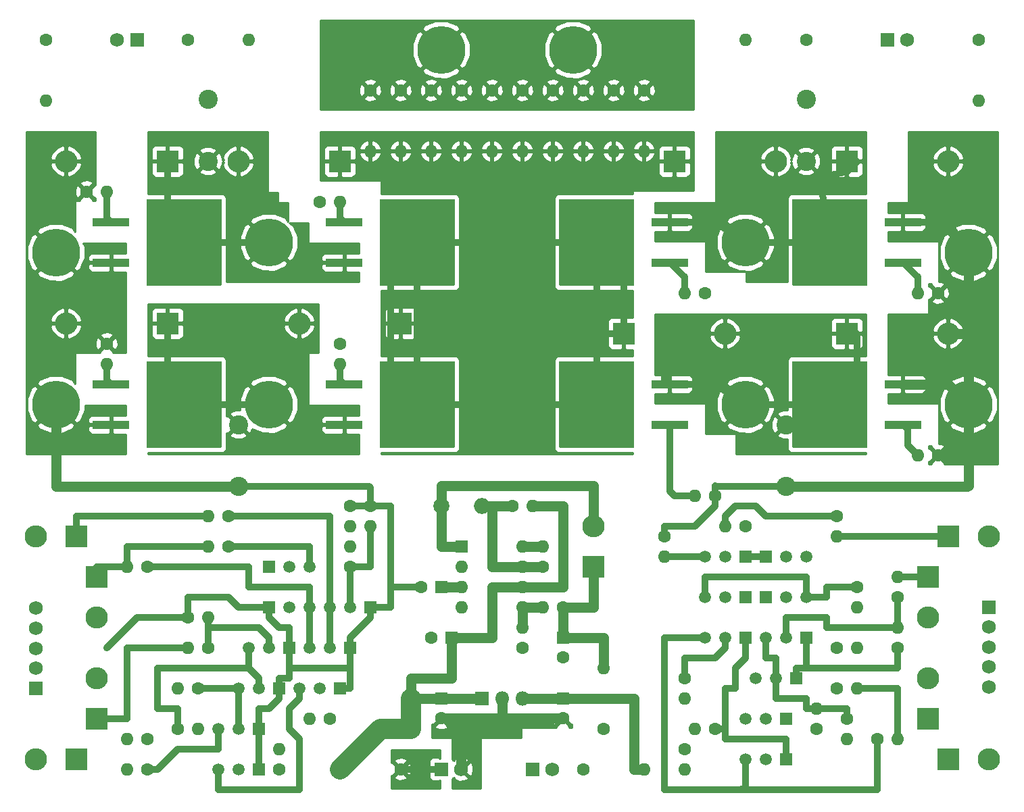
<source format=gbr>
G04 #@! TF.FileFunction,Copper,L1,Top,Signal*
%FSLAX46Y46*%
G04 Gerber Fmt 4.6, Leading zero omitted, Abs format (unit mm)*
G04 Created by KiCad (PCBNEW 4.0.7) date 01/18/18 12:15:39*
%MOMM*%
%LPD*%
G01*
G04 APERTURE LIST*
%ADD10C,0.100000*%
%ADD11C,1.600000*%
%ADD12O,1.600000X1.600000*%
%ADD13C,1.520000*%
%ADD14R,1.520000X1.520000*%
%ADD15R,4.600000X1.100000*%
%ADD16R,9.400000X10.800000*%
%ADD17R,4.550000X5.250000*%
%ADD18C,5.999480*%
%ADD19R,2.800000X2.800000*%
%ADD20O,2.800000X2.800000*%
%ADD21R,1.750000X1.750000*%
%ADD22C,1.750000*%
%ADD23R,1.600000X1.600000*%
%ADD24C,2.000000*%
%ADD25O,2.000000X2.000000*%
%ADD26R,1.800000X1.800000*%
%ADD27O,1.800000X1.800000*%
%ADD28C,2.400000*%
%ADD29C,0.889000*%
%ADD30C,0.812800*%
%ADD31C,1.270000*%
%ADD32C,2.540000*%
%ADD33C,0.254000*%
G04 APERTURE END LIST*
D10*
D11*
X236220000Y-118110000D03*
D12*
X238760000Y-118110000D03*
D11*
X238760000Y-100330000D03*
D12*
X238760000Y-97790000D03*
D13*
X217170000Y-105410000D03*
X214630000Y-105410000D03*
D14*
X219710000Y-105410000D03*
D13*
X162560000Y-96520000D03*
X165100000Y-96520000D03*
D14*
X160020000Y-96520000D03*
D15*
X210245000Y-78740000D03*
X210245000Y-73660000D03*
D16*
X201095000Y-76200000D03*
D17*
X198670000Y-73425000D03*
X203520000Y-78975000D03*
X198670000Y-78975000D03*
X203520000Y-73425000D03*
D18*
X247650000Y-76200000D03*
X181610000Y-31750000D03*
X219710000Y-76200000D03*
X219710000Y-55880000D03*
X198120000Y-31750000D03*
X247650000Y-57150000D03*
D15*
X239455000Y-78740000D03*
X239455000Y-73660000D03*
D16*
X230305000Y-76200000D03*
D17*
X227880000Y-73425000D03*
X232730000Y-78975000D03*
X227880000Y-78975000D03*
X232730000Y-73425000D03*
D15*
X210245000Y-58420000D03*
X210245000Y-53340000D03*
D16*
X201095000Y-55880000D03*
D17*
X198670000Y-53105000D03*
X203520000Y-58655000D03*
X198670000Y-58655000D03*
X203520000Y-53105000D03*
D15*
X239455000Y-58420000D03*
X239455000Y-53340000D03*
D16*
X230305000Y-55880000D03*
D17*
X227880000Y-53105000D03*
X232730000Y-58655000D03*
X227880000Y-58655000D03*
X232730000Y-53105000D03*
D11*
X214630000Y-62230000D03*
D12*
X212090000Y-62230000D03*
D11*
X243840000Y-62230000D03*
D12*
X241300000Y-62230000D03*
D19*
X135890000Y-92710000D03*
D20*
X130810000Y-92710000D03*
D19*
X138430000Y-97790000D03*
D20*
X138430000Y-102870000D03*
D19*
X138430000Y-115570000D03*
D20*
X138430000Y-110490000D03*
D19*
X135890000Y-120650000D03*
D20*
X130810000Y-120650000D03*
D21*
X130810000Y-111760000D03*
D22*
X130810000Y-109260000D03*
X130810000Y-106760000D03*
X130810000Y-104260000D03*
X130810000Y-101760000D03*
D18*
X133350000Y-57150000D03*
X198120000Y-31750000D03*
X160020000Y-55880000D03*
X160020000Y-76200000D03*
X181610000Y-31750000D03*
X133350000Y-76200000D03*
D13*
X156210000Y-121920000D03*
X153670000Y-121920000D03*
D14*
X158750000Y-121920000D03*
D13*
X158750000Y-111760000D03*
X156210000Y-111760000D03*
D14*
X161290000Y-111760000D03*
D13*
X160020000Y-106680000D03*
X157480000Y-106680000D03*
D14*
X162560000Y-106680000D03*
D13*
X166370000Y-111760000D03*
X163830000Y-111760000D03*
D14*
X168910000Y-111760000D03*
D13*
X162560000Y-101600000D03*
X165100000Y-101600000D03*
D14*
X160020000Y-101600000D03*
D13*
X156210000Y-116840000D03*
X153670000Y-116840000D03*
D14*
X158750000Y-116840000D03*
D13*
X170180000Y-101600000D03*
X167640000Y-101600000D03*
D14*
X172720000Y-101600000D03*
D13*
X167640000Y-106680000D03*
X165100000Y-106680000D03*
D14*
X170180000Y-106680000D03*
D15*
X169485000Y-53340000D03*
X169485000Y-58420000D03*
D16*
X178635000Y-55880000D03*
D17*
X181060000Y-58655000D03*
X176210000Y-53105000D03*
X181060000Y-53105000D03*
X176210000Y-58655000D03*
D15*
X140275000Y-53340000D03*
X140275000Y-58420000D03*
D16*
X149425000Y-55880000D03*
D17*
X151850000Y-58655000D03*
X147000000Y-53105000D03*
X151850000Y-53105000D03*
X147000000Y-58655000D03*
D15*
X169485000Y-73660000D03*
X169485000Y-78740000D03*
D16*
X178635000Y-76200000D03*
D17*
X181060000Y-78975000D03*
X176210000Y-73425000D03*
X181060000Y-73425000D03*
X176210000Y-78975000D03*
D15*
X140275000Y-73660000D03*
X140275000Y-78740000D03*
D16*
X149425000Y-76200000D03*
D17*
X151850000Y-78975000D03*
X147000000Y-73425000D03*
X151850000Y-73425000D03*
X147000000Y-78975000D03*
D11*
X152400000Y-106680000D03*
D12*
X149860000Y-106680000D03*
D11*
X151130000Y-111760000D03*
D12*
X148590000Y-111760000D03*
D11*
X149860000Y-102870000D03*
D12*
X152400000Y-102870000D03*
D11*
X144780000Y-118110000D03*
D12*
X142240000Y-118110000D03*
D11*
X148590000Y-116840000D03*
D12*
X151130000Y-116840000D03*
D11*
X154940000Y-93980000D03*
D12*
X152400000Y-93980000D03*
D11*
X170180000Y-96520000D03*
D12*
X170180000Y-93980000D03*
D11*
X144780000Y-96520000D03*
D12*
X142240000Y-96520000D03*
D11*
X172720000Y-88900000D03*
D12*
X172720000Y-91440000D03*
D11*
X144780000Y-121920000D03*
D12*
X142240000Y-121920000D03*
D11*
X154940000Y-90170000D03*
D12*
X152400000Y-90170000D03*
D11*
X166370000Y-50800000D03*
D12*
X168910000Y-50800000D03*
D11*
X137160000Y-49530000D03*
D12*
X139700000Y-49530000D03*
D11*
X168910000Y-68580000D03*
D12*
X168910000Y-71120000D03*
D11*
X139700000Y-68580000D03*
D12*
X139700000Y-71120000D03*
D19*
X204470000Y-67310000D03*
D20*
X217170000Y-67310000D03*
D19*
X232410000Y-67310000D03*
D20*
X245110000Y-67310000D03*
D19*
X210820000Y-45720000D03*
D20*
X223520000Y-45720000D03*
D19*
X232410000Y-45720000D03*
D20*
X245110000Y-45720000D03*
D19*
X168910000Y-45720000D03*
D20*
X156210000Y-45720000D03*
D19*
X147320000Y-45720000D03*
D20*
X134620000Y-45720000D03*
D19*
X176530000Y-66040000D03*
D20*
X163830000Y-66040000D03*
D19*
X147320000Y-66040000D03*
D20*
X134620000Y-66040000D03*
D23*
X181610000Y-99060000D03*
D11*
X179110000Y-99060000D03*
D23*
X196850000Y-105410000D03*
D11*
X196850000Y-107910000D03*
D23*
X181610000Y-113030000D03*
D11*
X181610000Y-115530000D03*
D23*
X182880000Y-105410000D03*
D11*
X180380000Y-105410000D03*
D23*
X196850000Y-113030000D03*
D11*
X196850000Y-115530000D03*
D19*
X200660000Y-96520000D03*
D20*
X200660000Y-91440000D03*
D24*
X181610000Y-88900000D03*
D25*
X186690000Y-88900000D03*
D11*
X191770000Y-106680000D03*
D12*
X191770000Y-104140000D03*
D11*
X194310000Y-96520000D03*
D12*
X194310000Y-93980000D03*
D11*
X196850000Y-101600000D03*
D12*
X194310000Y-101600000D03*
D11*
X190500000Y-88900000D03*
D12*
X193040000Y-88900000D03*
D26*
X186690000Y-113030000D03*
D27*
X189230000Y-113030000D03*
X191770000Y-113030000D03*
D11*
X176530000Y-121920000D03*
D12*
X168910000Y-121920000D03*
D11*
X207010000Y-36830000D03*
D12*
X207010000Y-44450000D03*
D11*
X203200000Y-36830000D03*
D12*
X203200000Y-44450000D03*
D11*
X199390000Y-36830000D03*
D12*
X199390000Y-44450000D03*
D11*
X195580000Y-36830000D03*
D12*
X195580000Y-44450000D03*
D11*
X191770000Y-36830000D03*
D12*
X191770000Y-44450000D03*
D11*
X187960000Y-36830000D03*
D12*
X187960000Y-44450000D03*
D11*
X184150000Y-36830000D03*
D12*
X184150000Y-44450000D03*
D11*
X180340000Y-36830000D03*
D12*
X180340000Y-44450000D03*
D11*
X176530000Y-36830000D03*
D12*
X176530000Y-44450000D03*
D11*
X172720000Y-36830000D03*
D12*
X172720000Y-44450000D03*
D21*
X181610000Y-121920000D03*
D22*
X184110000Y-121920000D03*
D21*
X193040000Y-121920000D03*
D22*
X195540000Y-121920000D03*
D11*
X201930000Y-116840000D03*
D12*
X201930000Y-109220000D03*
D11*
X199390000Y-121920000D03*
D12*
X207010000Y-121920000D03*
D23*
X184150000Y-93980000D03*
D12*
X191770000Y-101600000D03*
X184150000Y-96520000D03*
X191770000Y-99060000D03*
X184150000Y-99060000D03*
X191770000Y-96520000D03*
X184150000Y-101600000D03*
X191770000Y-93980000D03*
D11*
X161290000Y-121920000D03*
D12*
X161290000Y-119380000D03*
D11*
X167640000Y-115570000D03*
D12*
X165100000Y-115570000D03*
D28*
X152400000Y-45720000D03*
X152400000Y-37970000D03*
X227330000Y-45720000D03*
X227330000Y-37970000D03*
X156210000Y-78740000D03*
X156210000Y-86490000D03*
D11*
X170180000Y-88900000D03*
D12*
X170180000Y-91440000D03*
D28*
X224790000Y-78740000D03*
X224790000Y-86490000D03*
D19*
X245110000Y-120650000D03*
D20*
X250190000Y-120650000D03*
D19*
X242570000Y-115570000D03*
D20*
X242570000Y-110490000D03*
D19*
X242570000Y-97790000D03*
D20*
X242570000Y-102870000D03*
D19*
X245110000Y-92710000D03*
D20*
X250190000Y-92710000D03*
D21*
X250190000Y-101600000D03*
D22*
X250190000Y-104100000D03*
X250190000Y-106600000D03*
X250190000Y-109100000D03*
X250190000Y-111600000D03*
D13*
X222250000Y-120650000D03*
X219710000Y-120650000D03*
D14*
X224790000Y-120650000D03*
D13*
X223520000Y-110490000D03*
X220980000Y-110490000D03*
D14*
X226060000Y-110490000D03*
D13*
X224790000Y-105410000D03*
X222250000Y-105410000D03*
D14*
X227330000Y-105410000D03*
D13*
X224790000Y-95250000D03*
X227330000Y-95250000D03*
D14*
X222250000Y-95250000D03*
D13*
X224790000Y-100330000D03*
X227330000Y-100330000D03*
D14*
X222250000Y-100330000D03*
D13*
X222250000Y-115570000D03*
X219710000Y-115570000D03*
D14*
X224790000Y-115570000D03*
D13*
X217170000Y-95250000D03*
X214630000Y-95250000D03*
D14*
X219710000Y-95250000D03*
D13*
X217170000Y-100330000D03*
X214630000Y-100330000D03*
D14*
X219710000Y-100330000D03*
D11*
X212090000Y-119380000D03*
D12*
X212090000Y-121920000D03*
D11*
X238760000Y-106680000D03*
D12*
X238760000Y-104140000D03*
D11*
X232410000Y-115570000D03*
D12*
X232410000Y-118110000D03*
D11*
X231140000Y-106680000D03*
D12*
X233680000Y-106680000D03*
D11*
X231140000Y-90170000D03*
D12*
X231140000Y-92710000D03*
D11*
X233680000Y-99060000D03*
D12*
X233680000Y-101600000D03*
D11*
X219710000Y-91440000D03*
D12*
X217170000Y-91440000D03*
D11*
X231140000Y-111760000D03*
D12*
X233680000Y-111760000D03*
D11*
X212090000Y-110490000D03*
D12*
X212090000Y-113030000D03*
D11*
X215900000Y-87630000D03*
D12*
X213360000Y-87630000D03*
D11*
X228600000Y-116840000D03*
D12*
X228600000Y-114300000D03*
D11*
X215900000Y-116840000D03*
D12*
X213360000Y-116840000D03*
D11*
X243840000Y-82550000D03*
D12*
X241300000Y-82550000D03*
D11*
X209550000Y-92710000D03*
D12*
X209550000Y-95250000D03*
D11*
X227330000Y-30480000D03*
D12*
X219710000Y-30480000D03*
D11*
X248920000Y-30480000D03*
D12*
X248920000Y-38100000D03*
D21*
X237490000Y-30480000D03*
D22*
X239990000Y-30480000D03*
D11*
X149860000Y-30480000D03*
D12*
X157480000Y-30480000D03*
D11*
X132080000Y-30480000D03*
D12*
X132080000Y-38100000D03*
D21*
X143510000Y-30480000D03*
D22*
X141010000Y-30480000D03*
D29*
X139700000Y-106680000D03*
D30*
X143510000Y-102870000D02*
X149860000Y-102870000D01*
X139700000Y-106680000D02*
X143510000Y-102870000D01*
X223520000Y-118110000D02*
X224790000Y-118110000D01*
X224790000Y-118110000D02*
X224790000Y-120650000D01*
X168910000Y-111760000D02*
X170180000Y-111760000D01*
X170180000Y-111760000D02*
X170180000Y-106680000D01*
D31*
X133350000Y-76200000D02*
X133350000Y-86490000D01*
X133350000Y-86490000D02*
X133350000Y-86360000D01*
X133350000Y-86360000D02*
X133350000Y-86490000D01*
X156210000Y-86490000D02*
X133350000Y-86490000D01*
D30*
X215900000Y-116840000D02*
X217170000Y-116840000D01*
X219710000Y-105410000D02*
X219710000Y-107950000D01*
X217170000Y-118110000D02*
X223520000Y-118110000D01*
X217170000Y-111760000D02*
X217170000Y-116840000D01*
X217170000Y-116840000D02*
X217170000Y-118110000D01*
X218440000Y-111760000D02*
X217170000Y-111760000D01*
X218440000Y-109220000D02*
X218440000Y-111760000D01*
X219710000Y-107950000D02*
X218440000Y-109220000D01*
X170180000Y-109220000D02*
X162560000Y-109220000D01*
X209550000Y-92710000D02*
X209550000Y-91440000D01*
X215900000Y-88900000D02*
X215900000Y-87630000D01*
X213360000Y-91440000D02*
X215900000Y-88900000D01*
X209550000Y-91440000D02*
X213360000Y-91440000D01*
X215900000Y-87630000D02*
X215900000Y-86360000D01*
X216030000Y-86490000D02*
X224790000Y-86490000D01*
X215900000Y-86360000D02*
X216030000Y-86490000D01*
X238760000Y-106680000D02*
X238760000Y-109220000D01*
X238760000Y-109220000D02*
X227330000Y-109220000D01*
X250110000Y-106680000D02*
X250190000Y-106600000D01*
D31*
X224790000Y-86490000D02*
X247520000Y-86490000D01*
X247650000Y-86360000D02*
X247650000Y-81280000D01*
X247520000Y-86490000D02*
X247650000Y-86360000D01*
D30*
X226060000Y-110490000D02*
X226060000Y-109220000D01*
X226060000Y-109220000D02*
X227330000Y-109220000D01*
X227330000Y-105410000D02*
X227330000Y-109220000D01*
X224660000Y-86360000D02*
X224790000Y-86490000D01*
X219710000Y-95250000D02*
X222250000Y-95250000D01*
X224660000Y-86360000D02*
X224790000Y-86490000D01*
X172720000Y-88900000D02*
X170180000Y-88900000D01*
D31*
X243840000Y-82550000D02*
X247650000Y-82550000D01*
X247650000Y-82550000D02*
X247650000Y-81280000D01*
X247650000Y-81280000D02*
X247650000Y-76200000D01*
X247650000Y-76200000D02*
X245110000Y-73660000D01*
X245110000Y-73660000D02*
X239455000Y-73660000D01*
X245110000Y-67310000D02*
X247650000Y-67310000D01*
X247650000Y-76200000D02*
X247650000Y-67310000D01*
X247650000Y-67310000D02*
X247650000Y-57150000D01*
D30*
X158750000Y-116840000D02*
X158750000Y-114300000D01*
X154940000Y-100330000D02*
X156210000Y-101600000D01*
X153670000Y-100330000D02*
X154940000Y-100330000D01*
X149860000Y-101600000D02*
X149860000Y-100330000D01*
X149860000Y-100330000D02*
X153670000Y-100330000D01*
X158750000Y-121920000D02*
X158750000Y-116840000D01*
X161290000Y-111760000D02*
X161290000Y-110490000D01*
X162560000Y-109220000D02*
X162560000Y-110490000D01*
X161290000Y-110490000D02*
X162560000Y-110490000D01*
X172720000Y-101600000D02*
X175260000Y-101600000D01*
X175260000Y-101600000D02*
X175260000Y-99060000D01*
X172720000Y-88900000D02*
X175260000Y-88900000D01*
X179110000Y-99060000D02*
X175260000Y-99060000D01*
X175260000Y-88900000D02*
X175260000Y-99060000D01*
X170180000Y-86490000D02*
X172590000Y-86490000D01*
X172720000Y-86620000D02*
X172720000Y-88900000D01*
X172590000Y-86490000D02*
X172720000Y-86620000D01*
X161290000Y-111760000D02*
X161290000Y-113030000D01*
X161290000Y-113030000D02*
X160020000Y-114300000D01*
X158750000Y-114300000D02*
X160020000Y-114300000D01*
X156210000Y-86490000D02*
X170180000Y-86490000D01*
X162560000Y-106680000D02*
X162560000Y-109220000D01*
D31*
X184110000Y-121920000D02*
X184110000Y-115530000D01*
X184150000Y-115570000D02*
X184150000Y-115530000D01*
X184110000Y-115530000D02*
X184150000Y-115570000D01*
X189230000Y-113030000D02*
X189230000Y-115530000D01*
X189230000Y-115530000D02*
X189230000Y-115570000D01*
X189230000Y-115570000D02*
X189230000Y-115530000D01*
X181610000Y-115530000D02*
X184150000Y-115530000D01*
X184150000Y-115530000D02*
X189230000Y-115530000D01*
X189230000Y-115530000D02*
X196850000Y-115530000D01*
D30*
X160020000Y-102870000D02*
X161290000Y-104140000D01*
X161290000Y-104140000D02*
X162560000Y-104140000D01*
X162560000Y-104140000D02*
X162560000Y-106680000D01*
X160020000Y-101600000D02*
X160020000Y-102870000D01*
X149860000Y-102870000D02*
X149860000Y-101600000D01*
X160020000Y-101600000D02*
X156210000Y-101600000D01*
X170180000Y-106680000D02*
X170180000Y-105410000D01*
X170180000Y-105410000D02*
X172720000Y-102870000D01*
X172720000Y-102870000D02*
X172720000Y-101600000D01*
X170180000Y-109220000D02*
X170180000Y-106680000D01*
X247650000Y-57150000D02*
X245110000Y-53340000D01*
X239455000Y-53340000D02*
X245110000Y-53340000D01*
X242570000Y-97790000D02*
X238760000Y-97790000D01*
X245110000Y-92710000D02*
X231140000Y-92710000D01*
X231140000Y-92710000D02*
X231140000Y-92710000D01*
X142240000Y-107950000D02*
X142240000Y-106680000D01*
X142240000Y-106680000D02*
X149860000Y-106680000D01*
X138430000Y-115570000D02*
X142240000Y-115570000D01*
X142240000Y-115570000D02*
X142240000Y-107950000D01*
X138430000Y-115570000D02*
X139700000Y-115570000D01*
X236220000Y-118110000D02*
X236220000Y-124460000D01*
X236220000Y-124460000D02*
X217170000Y-124460000D01*
X219710000Y-120650000D02*
X219710000Y-124369286D01*
X219710000Y-124369286D02*
X219710000Y-124460000D01*
X219710000Y-124460000D02*
X219710000Y-124369286D01*
X218440000Y-124460000D02*
X217170000Y-124460000D01*
X217170000Y-124460000D02*
X209550000Y-124460000D01*
X209550000Y-121920000D02*
X209550000Y-106680000D01*
X209550000Y-124460000D02*
X209550000Y-121920000D01*
X209550000Y-105410000D02*
X209550000Y-106680000D01*
X214630000Y-105410000D02*
X209550000Y-105410000D01*
X219710000Y-124369286D02*
X218440000Y-124460000D01*
X241300000Y-82550000D02*
X240030000Y-81280000D01*
X240030000Y-81280000D02*
X240030000Y-79315000D01*
X240030000Y-79315000D02*
X239455000Y-78740000D01*
X232410000Y-115570000D02*
X232410000Y-114300000D01*
X232410000Y-114300000D02*
X228600000Y-114300000D01*
X227330000Y-113030000D02*
X227330000Y-114300000D01*
X223520000Y-113030000D02*
X227330000Y-113030000D01*
X223520000Y-110490000D02*
X223520000Y-113030000D01*
X227330000Y-114300000D02*
X228600000Y-114300000D01*
X223520000Y-110490000D02*
X223520000Y-107950000D01*
X223520000Y-107950000D02*
X222250000Y-107950000D01*
X228600000Y-114300000D02*
X228600000Y-114300000D01*
X222250000Y-107950000D02*
X222250000Y-105410000D01*
X214630000Y-95250000D02*
X209550000Y-95250000D01*
X212090000Y-110490000D02*
X212090000Y-107950000D01*
X217170000Y-106680000D02*
X217170000Y-105410000D01*
X215900000Y-107950000D02*
X217170000Y-106680000D01*
X212090000Y-107950000D02*
X215900000Y-107950000D01*
X213360000Y-87630000D02*
X210820000Y-87630000D01*
X210245000Y-87055000D02*
X210245000Y-78740000D01*
X210820000Y-87630000D02*
X210245000Y-87055000D01*
X210245000Y-78740000D02*
X210820000Y-78740000D01*
X227330000Y-100330000D02*
X229870000Y-100330000D01*
X229870000Y-99060000D02*
X229870000Y-100330000D01*
X233680000Y-99060000D02*
X229870000Y-99060000D01*
X214630000Y-100330000D02*
X214630000Y-97790000D01*
X227330000Y-97790000D02*
X227330000Y-100330000D01*
X214630000Y-97790000D02*
X227330000Y-97790000D01*
X241300000Y-62230000D02*
X241300000Y-60265000D01*
X241300000Y-60265000D02*
X239455000Y-58420000D01*
X212090000Y-62230000D02*
X212090000Y-60265000D01*
X212090000Y-60265000D02*
X210245000Y-58420000D01*
X156210000Y-111760000D02*
X156210000Y-116840000D01*
X151130000Y-111760000D02*
X153670000Y-111760000D01*
X153670000Y-111760000D02*
X154940000Y-111760000D01*
X154940000Y-111760000D02*
X156210000Y-111760000D01*
X163830000Y-111760000D02*
X163830000Y-113030000D01*
X163830000Y-113030000D02*
X162560000Y-114300000D01*
X162560000Y-116840000D02*
X163830000Y-118110000D01*
X162560000Y-114300000D02*
X162560000Y-116840000D01*
X163830000Y-118110000D02*
X163830000Y-124460000D01*
X139700000Y-49530000D02*
X139700000Y-52765000D01*
X153670000Y-121920000D02*
X153670000Y-124460000D01*
X153670000Y-124460000D02*
X154940000Y-124460000D01*
X154940000Y-124460000D02*
X163830000Y-124460000D01*
X139700000Y-52765000D02*
X140275000Y-53340000D01*
X148590000Y-116840000D02*
X148590000Y-114300000D01*
X146050000Y-109220000D02*
X157480000Y-109220000D01*
X146050000Y-114300000D02*
X146050000Y-109220000D01*
X148590000Y-114300000D02*
X146050000Y-114300000D01*
X157480000Y-106680000D02*
X157480000Y-109220000D01*
X158750000Y-110490000D02*
X158750000Y-111760000D01*
X157480000Y-109220000D02*
X158750000Y-110490000D01*
X154940000Y-90170000D02*
X167640000Y-90170000D01*
X167640000Y-90170000D02*
X167640000Y-91440000D01*
X167640000Y-91440000D02*
X167640000Y-101600000D01*
X167640000Y-101600000D02*
X167640000Y-106680000D01*
X154940000Y-93980000D02*
X154940000Y-93980000D01*
X165100000Y-93980000D02*
X165100000Y-96520000D01*
X154940000Y-93980000D02*
X165100000Y-93980000D01*
X168910000Y-50800000D02*
X168910000Y-52765000D01*
X168910000Y-52765000D02*
X169485000Y-53340000D01*
X152400000Y-96520000D02*
X157480000Y-96520000D01*
X157480000Y-96520000D02*
X157480000Y-99060000D01*
X144780000Y-96520000D02*
X152400000Y-96520000D01*
X165100000Y-99060000D02*
X165100000Y-101600000D01*
X157480000Y-99060000D02*
X165100000Y-99060000D01*
X165100000Y-101600000D02*
X165100000Y-106680000D01*
X139700000Y-71120000D02*
X139700000Y-73085000D01*
X139700000Y-73085000D02*
X140275000Y-73660000D01*
X144780000Y-121920000D02*
X146050000Y-121920000D01*
X146050000Y-121920000D02*
X148590000Y-119380000D01*
X148590000Y-119380000D02*
X149860000Y-119380000D01*
X148590000Y-119380000D02*
X149860000Y-119380000D01*
X149860000Y-119380000D02*
X151130000Y-119380000D01*
X153670000Y-116840000D02*
X153670000Y-119380000D01*
X153670000Y-119380000D02*
X151130000Y-119380000D01*
X168910000Y-71120000D02*
X168910000Y-73085000D01*
X168910000Y-73085000D02*
X169485000Y-73660000D01*
X233680000Y-67310000D02*
X233680000Y-72825000D01*
X233680000Y-72825000D02*
X230305000Y-76200000D01*
X210245000Y-73660000D02*
X215900000Y-73660000D01*
X215900000Y-73660000D02*
X219710000Y-76200000D01*
X209550000Y-67310000D02*
X209550000Y-73085000D01*
X209550000Y-73085000D02*
X210245000Y-73660000D01*
X219710000Y-76200000D02*
X230305000Y-76200000D01*
X210245000Y-53340000D02*
X214630000Y-53340000D01*
X215900000Y-53340000D02*
X219710000Y-55880000D01*
X214630000Y-53340000D02*
X215900000Y-53340000D01*
X219710000Y-55880000D02*
X230305000Y-55880000D01*
X233680000Y-45720000D02*
X232410000Y-46990000D01*
X229035000Y-47825000D02*
X230305000Y-55880000D01*
X232410000Y-46990000D02*
X229035000Y-47825000D01*
X149425000Y-55880000D02*
X160020000Y-55880000D01*
X147320000Y-45720000D02*
X147320000Y-53775000D01*
X147320000Y-53775000D02*
X149425000Y-55880000D01*
X149425000Y-76200000D02*
X160020000Y-76200000D01*
X147320000Y-66040000D02*
X147320000Y-74095000D01*
X147320000Y-74095000D02*
X149425000Y-76200000D01*
X224790000Y-105410000D02*
X224790000Y-102870000D01*
X229870000Y-104140000D02*
X238760000Y-104140000D01*
X229870000Y-102870000D02*
X229870000Y-104140000D01*
X224790000Y-102870000D02*
X229870000Y-102870000D01*
X238760000Y-100330000D02*
X238760000Y-104140000D01*
X217170000Y-90170000D02*
X218440000Y-88900000D01*
X220980000Y-88900000D02*
X222250000Y-90170000D01*
X218440000Y-88900000D02*
X220980000Y-88900000D01*
X217170000Y-91440000D02*
X217170000Y-90170000D01*
X226060000Y-90170000D02*
X231140000Y-90170000D01*
X222250000Y-90170000D02*
X226060000Y-90170000D01*
X152400000Y-104140000D02*
X158750000Y-104140000D01*
X152400000Y-102870000D02*
X152400000Y-104140000D01*
X152400000Y-104140000D02*
X152400000Y-106680000D01*
X160020000Y-106680000D02*
X160020000Y-105410000D01*
X160020000Y-105410000D02*
X158750000Y-104140000D01*
X172720000Y-91440000D02*
X172720000Y-91440000D01*
X172720000Y-91440000D02*
X172720000Y-96520000D01*
X170180000Y-96520000D02*
X172720000Y-96520000D01*
X170180000Y-101600000D02*
X170180000Y-96520000D01*
D31*
X181610000Y-99060000D02*
X184150000Y-99060000D01*
X196850000Y-113030000D02*
X205740000Y-113030000D01*
X205740000Y-121920000D02*
X207010000Y-121920000D01*
X205740000Y-113030000D02*
X205740000Y-121920000D01*
X191770000Y-113030000D02*
X196850000Y-113030000D01*
D30*
X178635000Y-55880000D02*
X178635000Y-76200000D01*
X201095000Y-55880000D02*
X201095000Y-76200000D01*
X178635000Y-76200000D02*
X201095000Y-76200000D01*
X178635000Y-55880000D02*
X201095000Y-55880000D01*
X175260000Y-64770000D02*
X175260000Y-59255000D01*
X175260000Y-59255000D02*
X178635000Y-55880000D01*
X175260000Y-64770000D02*
X175260000Y-72825000D01*
X175260000Y-72825000D02*
X178635000Y-76200000D01*
X204470000Y-67310000D02*
X204470000Y-59255000D01*
X204470000Y-59255000D02*
X201095000Y-55880000D01*
X204470000Y-67310000D02*
X201930000Y-67310000D01*
X201095000Y-68145000D02*
X201095000Y-76200000D01*
X201930000Y-67310000D02*
X201095000Y-68145000D01*
X198555000Y-58420000D02*
X201095000Y-55880000D01*
D31*
X181610000Y-88900000D02*
X181610000Y-86360000D01*
X200660000Y-86360000D02*
X200660000Y-91440000D01*
X181610000Y-86360000D02*
X200660000Y-86360000D01*
X184150000Y-93980000D02*
X181610000Y-93980000D01*
X181610000Y-93980000D02*
X181610000Y-88900000D01*
X187960000Y-88900000D02*
X187960000Y-96520000D01*
X187960000Y-96520000D02*
X191770000Y-96520000D01*
X186690000Y-88900000D02*
X187960000Y-88900000D01*
X187960000Y-88900000D02*
X190500000Y-88900000D01*
X191770000Y-96520000D02*
X194310000Y-96520000D01*
X194310000Y-101600000D02*
X191770000Y-101600000D01*
X191770000Y-101600000D02*
X191770000Y-104140000D01*
D30*
X238760000Y-118110000D02*
X238760000Y-111760000D01*
X238760000Y-111760000D02*
X233680000Y-111760000D01*
X152400000Y-90170000D02*
X135890000Y-90170000D01*
X135890000Y-90170000D02*
X135890000Y-92710000D01*
X143510000Y-93980000D02*
X142240000Y-93980000D01*
X142240000Y-93980000D02*
X142240000Y-95250000D01*
X142240000Y-96520000D02*
X142240000Y-95250000D01*
X143510000Y-93980000D02*
X152400000Y-93980000D01*
X138430000Y-97790000D02*
X138430000Y-96520000D01*
X138430000Y-96520000D02*
X142240000Y-96520000D01*
X142240000Y-121920000D02*
X142240000Y-121920000D01*
D32*
X168910000Y-121920000D02*
X173990000Y-116840000D01*
X177800000Y-113030000D02*
X177800000Y-116840000D01*
X177800000Y-116840000D02*
X173990000Y-116840000D01*
D31*
X182880000Y-105410000D02*
X182880000Y-110490000D01*
X177800000Y-110490000D02*
X177800000Y-113030000D01*
X182880000Y-110490000D02*
X177800000Y-110490000D01*
X181610000Y-113030000D02*
X177800000Y-113030000D01*
X181610000Y-113030000D02*
X186690000Y-113030000D01*
X193040000Y-88900000D02*
X196850000Y-88900000D01*
X196850000Y-99060000D02*
X191770000Y-99060000D01*
X196850000Y-88900000D02*
X196850000Y-99060000D01*
X182880000Y-105410000D02*
X187960000Y-105410000D01*
X187960000Y-99060000D02*
X191770000Y-99060000D01*
X187960000Y-105410000D02*
X187960000Y-99060000D01*
D30*
X176530000Y-121920000D02*
X181610000Y-121920000D01*
D31*
X196850000Y-105410000D02*
X201930000Y-105410000D01*
X201930000Y-105410000D02*
X201930000Y-109220000D01*
X196850000Y-101600000D02*
X200660000Y-101600000D01*
X200660000Y-101600000D02*
X200660000Y-96520000D01*
X196850000Y-101600000D02*
X196850000Y-105410000D01*
D30*
X198120000Y-34290000D02*
X198120000Y-34290000D01*
D31*
X191770000Y-93980000D02*
X194310000Y-93980000D01*
D33*
G36*
X251333000Y-83693000D02*
X244627399Y-83693000D01*
X244668139Y-83557745D01*
X243840000Y-82729605D01*
X243011861Y-83557745D01*
X243052601Y-83693000D01*
X242697000Y-83693000D01*
X242697000Y-83337399D01*
X242832255Y-83378139D01*
X243660395Y-82550000D01*
X244019605Y-82550000D01*
X244847745Y-83378139D01*
X245093864Y-83304005D01*
X245286965Y-82766777D01*
X245259778Y-82196546D01*
X245093864Y-81795995D01*
X244847745Y-81721861D01*
X244019605Y-82550000D01*
X243660395Y-82550000D01*
X242832255Y-81721861D01*
X242697000Y-81762601D01*
X242697000Y-81407000D01*
X243052601Y-81407000D01*
X243011861Y-81542255D01*
X243840000Y-82370395D01*
X244668139Y-81542255D01*
X244594005Y-81296136D01*
X244056777Y-81103035D01*
X243967000Y-81107315D01*
X243967000Y-78796443D01*
X245233162Y-78796443D01*
X245575723Y-79271063D01*
X246908863Y-79831084D01*
X248354834Y-79838305D01*
X249693501Y-79291627D01*
X249724277Y-79271063D01*
X250066838Y-78796443D01*
X247650000Y-76379605D01*
X245233162Y-78796443D01*
X243967000Y-78796443D01*
X243967000Y-76904834D01*
X244011695Y-76904834D01*
X244558373Y-78243501D01*
X244578937Y-78274277D01*
X245053557Y-78616838D01*
X247470395Y-76200000D01*
X247829605Y-76200000D01*
X250246443Y-78616838D01*
X250721063Y-78274277D01*
X251281084Y-76941137D01*
X251288305Y-75495166D01*
X250741627Y-74156499D01*
X250721063Y-74125723D01*
X250246443Y-73783162D01*
X247829605Y-76200000D01*
X247470395Y-76200000D01*
X245053557Y-73783162D01*
X244578937Y-74125723D01*
X244018916Y-75458863D01*
X244011695Y-76904834D01*
X243967000Y-76904834D01*
X243967000Y-76200000D01*
X243956994Y-76150590D01*
X243928553Y-76108965D01*
X243886159Y-76081685D01*
X243840000Y-76073000D01*
X237617000Y-76073000D01*
X237617000Y-74845000D01*
X239169250Y-74845000D01*
X239328000Y-74686250D01*
X239328000Y-73787000D01*
X239582000Y-73787000D01*
X239582000Y-74686250D01*
X239740750Y-74845000D01*
X241881309Y-74845000D01*
X242114698Y-74748327D01*
X242293327Y-74569699D01*
X242390000Y-74336310D01*
X242390000Y-73945750D01*
X242231250Y-73787000D01*
X239582000Y-73787000D01*
X239328000Y-73787000D01*
X239308000Y-73787000D01*
X239308000Y-73603557D01*
X245233162Y-73603557D01*
X247650000Y-76020395D01*
X250066838Y-73603557D01*
X249724277Y-73128937D01*
X248391137Y-72568916D01*
X246945166Y-72561695D01*
X245606499Y-73108373D01*
X245575723Y-73128937D01*
X245233162Y-73603557D01*
X239308000Y-73603557D01*
X239308000Y-73533000D01*
X239328000Y-73533000D01*
X239328000Y-72633750D01*
X239582000Y-72633750D01*
X239582000Y-73533000D01*
X242231250Y-73533000D01*
X242390000Y-73374250D01*
X242390000Y-72983690D01*
X242293327Y-72750301D01*
X242114698Y-72571673D01*
X241881309Y-72475000D01*
X239740750Y-72475000D01*
X239582000Y-72633750D01*
X239328000Y-72633750D01*
X239169250Y-72475000D01*
X237617000Y-72475000D01*
X237617000Y-67753160D01*
X243123840Y-67753160D01*
X243392205Y-68401070D01*
X243940499Y-68975389D01*
X244666839Y-69296167D01*
X244983000Y-69182290D01*
X244983000Y-67437000D01*
X245237000Y-67437000D01*
X245237000Y-69182290D01*
X245553161Y-69296167D01*
X246279501Y-68975389D01*
X246827795Y-68401070D01*
X247096160Y-67753160D01*
X246981947Y-67437000D01*
X245237000Y-67437000D01*
X244983000Y-67437000D01*
X243238053Y-67437000D01*
X243123840Y-67753160D01*
X237617000Y-67753160D01*
X237617000Y-66866840D01*
X243123840Y-66866840D01*
X243238053Y-67183000D01*
X244983000Y-67183000D01*
X244983000Y-65437710D01*
X245237000Y-65437710D01*
X245237000Y-67183000D01*
X246981947Y-67183000D01*
X247096160Y-66866840D01*
X246827795Y-66218930D01*
X246279501Y-65644611D01*
X245553161Y-65323833D01*
X245237000Y-65437710D01*
X244983000Y-65437710D01*
X244666839Y-65323833D01*
X243940499Y-65644611D01*
X243392205Y-66218930D01*
X243123840Y-66866840D01*
X237617000Y-66866840D01*
X237617000Y-64897000D01*
X242570000Y-64897000D01*
X242619410Y-64886994D01*
X242661035Y-64858553D01*
X242688315Y-64816159D01*
X242697000Y-64770000D01*
X242697000Y-63237745D01*
X243011861Y-63237745D01*
X243085995Y-63483864D01*
X243623223Y-63676965D01*
X244193454Y-63649778D01*
X244594005Y-63483864D01*
X244668139Y-63237745D01*
X243840000Y-62409605D01*
X243011861Y-63237745D01*
X242697000Y-63237745D01*
X242697000Y-63017399D01*
X242832255Y-63058139D01*
X243660395Y-62230000D01*
X244019605Y-62230000D01*
X244847745Y-63058139D01*
X245093864Y-62984005D01*
X245286965Y-62446777D01*
X245259778Y-61876546D01*
X245093864Y-61475995D01*
X244847745Y-61401861D01*
X244019605Y-62230000D01*
X243660395Y-62230000D01*
X242832255Y-61401861D01*
X242697000Y-61442601D01*
X242697000Y-61087000D01*
X243052601Y-61087000D01*
X243011861Y-61222255D01*
X243840000Y-62050395D01*
X244668139Y-61222255D01*
X244594005Y-60976136D01*
X244056777Y-60783035D01*
X243967000Y-60787315D01*
X243967000Y-59746443D01*
X245233162Y-59746443D01*
X245575723Y-60221063D01*
X246908863Y-60781084D01*
X248354834Y-60788305D01*
X249693501Y-60241627D01*
X249724277Y-60221063D01*
X250066838Y-59746443D01*
X247650000Y-57329605D01*
X245233162Y-59746443D01*
X243967000Y-59746443D01*
X243967000Y-57854834D01*
X244011695Y-57854834D01*
X244558373Y-59193501D01*
X244578937Y-59224277D01*
X245053557Y-59566838D01*
X247470395Y-57150000D01*
X247829605Y-57150000D01*
X250246443Y-59566838D01*
X250721063Y-59224277D01*
X251281084Y-57891137D01*
X251288305Y-56445166D01*
X250741627Y-55106499D01*
X250721063Y-55075723D01*
X250246443Y-54733162D01*
X247829605Y-57150000D01*
X247470395Y-57150000D01*
X245053557Y-54733162D01*
X244578937Y-55075723D01*
X244018916Y-56408863D01*
X244011695Y-57854834D01*
X243967000Y-57854834D01*
X243967000Y-55880000D01*
X243956994Y-55830590D01*
X243928553Y-55788965D01*
X243886159Y-55761685D01*
X243840000Y-55753000D01*
X237617000Y-55753000D01*
X237617000Y-54553557D01*
X245233162Y-54553557D01*
X247650000Y-56970395D01*
X250066838Y-54553557D01*
X249724277Y-54078937D01*
X248391137Y-53518916D01*
X246945166Y-53511695D01*
X245606499Y-54058373D01*
X245575723Y-54078937D01*
X245233162Y-54553557D01*
X237617000Y-54553557D01*
X237617000Y-54525000D01*
X239169250Y-54525000D01*
X239328000Y-54366250D01*
X239328000Y-53467000D01*
X239582000Y-53467000D01*
X239582000Y-54366250D01*
X239740750Y-54525000D01*
X241881309Y-54525000D01*
X242114698Y-54428327D01*
X242293327Y-54249699D01*
X242390000Y-54016310D01*
X242390000Y-53625750D01*
X242231250Y-53467000D01*
X239582000Y-53467000D01*
X239328000Y-53467000D01*
X239308000Y-53467000D01*
X239308000Y-53213000D01*
X239328000Y-53213000D01*
X239328000Y-52313750D01*
X239582000Y-52313750D01*
X239582000Y-53213000D01*
X242231250Y-53213000D01*
X242390000Y-53054250D01*
X242390000Y-52663690D01*
X242293327Y-52430301D01*
X242114698Y-52251673D01*
X241881309Y-52155000D01*
X239740750Y-52155000D01*
X239582000Y-52313750D01*
X239328000Y-52313750D01*
X239169250Y-52155000D01*
X237617000Y-52155000D01*
X237617000Y-50927000D01*
X240030000Y-50927000D01*
X240079410Y-50916994D01*
X240121035Y-50888553D01*
X240148315Y-50846159D01*
X240157000Y-50800000D01*
X240157000Y-46163160D01*
X243123840Y-46163160D01*
X243392205Y-46811070D01*
X243940499Y-47385389D01*
X244666839Y-47706167D01*
X244983000Y-47592290D01*
X244983000Y-45847000D01*
X245237000Y-45847000D01*
X245237000Y-47592290D01*
X245553161Y-47706167D01*
X246279501Y-47385389D01*
X246827795Y-46811070D01*
X247096160Y-46163160D01*
X246981947Y-45847000D01*
X245237000Y-45847000D01*
X244983000Y-45847000D01*
X243238053Y-45847000D01*
X243123840Y-46163160D01*
X240157000Y-46163160D01*
X240157000Y-45276840D01*
X243123840Y-45276840D01*
X243238053Y-45593000D01*
X244983000Y-45593000D01*
X244983000Y-43847710D01*
X245237000Y-43847710D01*
X245237000Y-45593000D01*
X246981947Y-45593000D01*
X247096160Y-45276840D01*
X246827795Y-44628930D01*
X246279501Y-44054611D01*
X245553161Y-43733833D01*
X245237000Y-43847710D01*
X244983000Y-43847710D01*
X244666839Y-43733833D01*
X243940499Y-44054611D01*
X243392205Y-44628930D01*
X243123840Y-45276840D01*
X240157000Y-45276840D01*
X240157000Y-42037000D01*
X251333000Y-42037000D01*
X251333000Y-83693000D01*
X251333000Y-83693000D01*
G37*
X251333000Y-83693000D02*
X244627399Y-83693000D01*
X244668139Y-83557745D01*
X243840000Y-82729605D01*
X243011861Y-83557745D01*
X243052601Y-83693000D01*
X242697000Y-83693000D01*
X242697000Y-83337399D01*
X242832255Y-83378139D01*
X243660395Y-82550000D01*
X244019605Y-82550000D01*
X244847745Y-83378139D01*
X245093864Y-83304005D01*
X245286965Y-82766777D01*
X245259778Y-82196546D01*
X245093864Y-81795995D01*
X244847745Y-81721861D01*
X244019605Y-82550000D01*
X243660395Y-82550000D01*
X242832255Y-81721861D01*
X242697000Y-81762601D01*
X242697000Y-81407000D01*
X243052601Y-81407000D01*
X243011861Y-81542255D01*
X243840000Y-82370395D01*
X244668139Y-81542255D01*
X244594005Y-81296136D01*
X244056777Y-81103035D01*
X243967000Y-81107315D01*
X243967000Y-78796443D01*
X245233162Y-78796443D01*
X245575723Y-79271063D01*
X246908863Y-79831084D01*
X248354834Y-79838305D01*
X249693501Y-79291627D01*
X249724277Y-79271063D01*
X250066838Y-78796443D01*
X247650000Y-76379605D01*
X245233162Y-78796443D01*
X243967000Y-78796443D01*
X243967000Y-76904834D01*
X244011695Y-76904834D01*
X244558373Y-78243501D01*
X244578937Y-78274277D01*
X245053557Y-78616838D01*
X247470395Y-76200000D01*
X247829605Y-76200000D01*
X250246443Y-78616838D01*
X250721063Y-78274277D01*
X251281084Y-76941137D01*
X251288305Y-75495166D01*
X250741627Y-74156499D01*
X250721063Y-74125723D01*
X250246443Y-73783162D01*
X247829605Y-76200000D01*
X247470395Y-76200000D01*
X245053557Y-73783162D01*
X244578937Y-74125723D01*
X244018916Y-75458863D01*
X244011695Y-76904834D01*
X243967000Y-76904834D01*
X243967000Y-76200000D01*
X243956994Y-76150590D01*
X243928553Y-76108965D01*
X243886159Y-76081685D01*
X243840000Y-76073000D01*
X237617000Y-76073000D01*
X237617000Y-74845000D01*
X239169250Y-74845000D01*
X239328000Y-74686250D01*
X239328000Y-73787000D01*
X239582000Y-73787000D01*
X239582000Y-74686250D01*
X239740750Y-74845000D01*
X241881309Y-74845000D01*
X242114698Y-74748327D01*
X242293327Y-74569699D01*
X242390000Y-74336310D01*
X242390000Y-73945750D01*
X242231250Y-73787000D01*
X239582000Y-73787000D01*
X239328000Y-73787000D01*
X239308000Y-73787000D01*
X239308000Y-73603557D01*
X245233162Y-73603557D01*
X247650000Y-76020395D01*
X250066838Y-73603557D01*
X249724277Y-73128937D01*
X248391137Y-72568916D01*
X246945166Y-72561695D01*
X245606499Y-73108373D01*
X245575723Y-73128937D01*
X245233162Y-73603557D01*
X239308000Y-73603557D01*
X239308000Y-73533000D01*
X239328000Y-73533000D01*
X239328000Y-72633750D01*
X239582000Y-72633750D01*
X239582000Y-73533000D01*
X242231250Y-73533000D01*
X242390000Y-73374250D01*
X242390000Y-72983690D01*
X242293327Y-72750301D01*
X242114698Y-72571673D01*
X241881309Y-72475000D01*
X239740750Y-72475000D01*
X239582000Y-72633750D01*
X239328000Y-72633750D01*
X239169250Y-72475000D01*
X237617000Y-72475000D01*
X237617000Y-67753160D01*
X243123840Y-67753160D01*
X243392205Y-68401070D01*
X243940499Y-68975389D01*
X244666839Y-69296167D01*
X244983000Y-69182290D01*
X244983000Y-67437000D01*
X245237000Y-67437000D01*
X245237000Y-69182290D01*
X245553161Y-69296167D01*
X246279501Y-68975389D01*
X246827795Y-68401070D01*
X247096160Y-67753160D01*
X246981947Y-67437000D01*
X245237000Y-67437000D01*
X244983000Y-67437000D01*
X243238053Y-67437000D01*
X243123840Y-67753160D01*
X237617000Y-67753160D01*
X237617000Y-66866840D01*
X243123840Y-66866840D01*
X243238053Y-67183000D01*
X244983000Y-67183000D01*
X244983000Y-65437710D01*
X245237000Y-65437710D01*
X245237000Y-67183000D01*
X246981947Y-67183000D01*
X247096160Y-66866840D01*
X246827795Y-66218930D01*
X246279501Y-65644611D01*
X245553161Y-65323833D01*
X245237000Y-65437710D01*
X244983000Y-65437710D01*
X244666839Y-65323833D01*
X243940499Y-65644611D01*
X243392205Y-66218930D01*
X243123840Y-66866840D01*
X237617000Y-66866840D01*
X237617000Y-64897000D01*
X242570000Y-64897000D01*
X242619410Y-64886994D01*
X242661035Y-64858553D01*
X242688315Y-64816159D01*
X242697000Y-64770000D01*
X242697000Y-63237745D01*
X243011861Y-63237745D01*
X243085995Y-63483864D01*
X243623223Y-63676965D01*
X244193454Y-63649778D01*
X244594005Y-63483864D01*
X244668139Y-63237745D01*
X243840000Y-62409605D01*
X243011861Y-63237745D01*
X242697000Y-63237745D01*
X242697000Y-63017399D01*
X242832255Y-63058139D01*
X243660395Y-62230000D01*
X244019605Y-62230000D01*
X244847745Y-63058139D01*
X245093864Y-62984005D01*
X245286965Y-62446777D01*
X245259778Y-61876546D01*
X245093864Y-61475995D01*
X244847745Y-61401861D01*
X244019605Y-62230000D01*
X243660395Y-62230000D01*
X242832255Y-61401861D01*
X242697000Y-61442601D01*
X242697000Y-61087000D01*
X243052601Y-61087000D01*
X243011861Y-61222255D01*
X243840000Y-62050395D01*
X244668139Y-61222255D01*
X244594005Y-60976136D01*
X244056777Y-60783035D01*
X243967000Y-60787315D01*
X243967000Y-59746443D01*
X245233162Y-59746443D01*
X245575723Y-60221063D01*
X246908863Y-60781084D01*
X248354834Y-60788305D01*
X249693501Y-60241627D01*
X249724277Y-60221063D01*
X250066838Y-59746443D01*
X247650000Y-57329605D01*
X245233162Y-59746443D01*
X243967000Y-59746443D01*
X243967000Y-57854834D01*
X244011695Y-57854834D01*
X244558373Y-59193501D01*
X244578937Y-59224277D01*
X245053557Y-59566838D01*
X247470395Y-57150000D01*
X247829605Y-57150000D01*
X250246443Y-59566838D01*
X250721063Y-59224277D01*
X251281084Y-57891137D01*
X251288305Y-56445166D01*
X250741627Y-55106499D01*
X250721063Y-55075723D01*
X250246443Y-54733162D01*
X247829605Y-57150000D01*
X247470395Y-57150000D01*
X245053557Y-54733162D01*
X244578937Y-55075723D01*
X244018916Y-56408863D01*
X244011695Y-57854834D01*
X243967000Y-57854834D01*
X243967000Y-55880000D01*
X243956994Y-55830590D01*
X243928553Y-55788965D01*
X243886159Y-55761685D01*
X243840000Y-55753000D01*
X237617000Y-55753000D01*
X237617000Y-54553557D01*
X245233162Y-54553557D01*
X247650000Y-56970395D01*
X250066838Y-54553557D01*
X249724277Y-54078937D01*
X248391137Y-53518916D01*
X246945166Y-53511695D01*
X245606499Y-54058373D01*
X245575723Y-54078937D01*
X245233162Y-54553557D01*
X237617000Y-54553557D01*
X237617000Y-54525000D01*
X239169250Y-54525000D01*
X239328000Y-54366250D01*
X239328000Y-53467000D01*
X239582000Y-53467000D01*
X239582000Y-54366250D01*
X239740750Y-54525000D01*
X241881309Y-54525000D01*
X242114698Y-54428327D01*
X242293327Y-54249699D01*
X242390000Y-54016310D01*
X242390000Y-53625750D01*
X242231250Y-53467000D01*
X239582000Y-53467000D01*
X239328000Y-53467000D01*
X239308000Y-53467000D01*
X239308000Y-53213000D01*
X239328000Y-53213000D01*
X239328000Y-52313750D01*
X239582000Y-52313750D01*
X239582000Y-53213000D01*
X242231250Y-53213000D01*
X242390000Y-53054250D01*
X242390000Y-52663690D01*
X242293327Y-52430301D01*
X242114698Y-52251673D01*
X241881309Y-52155000D01*
X239740750Y-52155000D01*
X239582000Y-52313750D01*
X239328000Y-52313750D01*
X239169250Y-52155000D01*
X237617000Y-52155000D01*
X237617000Y-50927000D01*
X240030000Y-50927000D01*
X240079410Y-50916994D01*
X240121035Y-50888553D01*
X240148315Y-50846159D01*
X240157000Y-50800000D01*
X240157000Y-46163160D01*
X243123840Y-46163160D01*
X243392205Y-46811070D01*
X243940499Y-47385389D01*
X244666839Y-47706167D01*
X244983000Y-47592290D01*
X244983000Y-45847000D01*
X245237000Y-45847000D01*
X245237000Y-47592290D01*
X245553161Y-47706167D01*
X246279501Y-47385389D01*
X246827795Y-46811070D01*
X247096160Y-46163160D01*
X246981947Y-45847000D01*
X245237000Y-45847000D01*
X244983000Y-45847000D01*
X243238053Y-45847000D01*
X243123840Y-46163160D01*
X240157000Y-46163160D01*
X240157000Y-45276840D01*
X243123840Y-45276840D01*
X243238053Y-45593000D01*
X244983000Y-45593000D01*
X244983000Y-43847710D01*
X245237000Y-43847710D01*
X245237000Y-45593000D01*
X246981947Y-45593000D01*
X247096160Y-45276840D01*
X246827795Y-44628930D01*
X246279501Y-44054611D01*
X245553161Y-43733833D01*
X245237000Y-43847710D01*
X244983000Y-43847710D01*
X244666839Y-43733833D01*
X243940499Y-44054611D01*
X243392205Y-44628930D01*
X243123840Y-45276840D01*
X240157000Y-45276840D01*
X240157000Y-42037000D01*
X251333000Y-42037000D01*
X251333000Y-83693000D01*
G36*
X213233000Y-49403000D02*
X205740000Y-49403000D01*
X205690590Y-49413006D01*
X205648965Y-49441447D01*
X205621685Y-49483841D01*
X205613000Y-49530000D01*
X205613000Y-49845000D01*
X201118691Y-49845000D01*
X201095000Y-49854813D01*
X201071309Y-49845000D01*
X196268691Y-49845000D01*
X196035302Y-49941673D01*
X195856673Y-50120301D01*
X195760000Y-50353690D01*
X195760000Y-55856310D01*
X195769813Y-55880000D01*
X195760000Y-55903690D01*
X195760000Y-61406310D01*
X195856673Y-61639699D01*
X196035302Y-61818327D01*
X196268691Y-61915000D01*
X201071309Y-61915000D01*
X201095000Y-61905187D01*
X201118691Y-61915000D01*
X205613000Y-61915000D01*
X205613000Y-65275000D01*
X204755750Y-65275000D01*
X204597000Y-65433750D01*
X204597000Y-67183000D01*
X204617000Y-67183000D01*
X204617000Y-67437000D01*
X204597000Y-67437000D01*
X204597000Y-69186250D01*
X204755750Y-69345000D01*
X205613000Y-69345000D01*
X205613000Y-70165000D01*
X201118691Y-70165000D01*
X201095000Y-70174813D01*
X201071309Y-70165000D01*
X196268691Y-70165000D01*
X196035302Y-70261673D01*
X195856673Y-70440301D01*
X195760000Y-70673690D01*
X195760000Y-76176310D01*
X195769813Y-76200000D01*
X195760000Y-76223690D01*
X195760000Y-81726310D01*
X195856673Y-81959699D01*
X196035302Y-82138327D01*
X196268691Y-82235000D01*
X201071309Y-82235000D01*
X201095000Y-82225187D01*
X201118691Y-82235000D01*
X205613000Y-82235000D01*
X205613000Y-82423000D01*
X174117000Y-82423000D01*
X174117000Y-82235000D01*
X178611309Y-82235000D01*
X178635000Y-82225187D01*
X178658691Y-82235000D01*
X183461309Y-82235000D01*
X183694698Y-82138327D01*
X183873327Y-81959699D01*
X183970000Y-81726310D01*
X183970000Y-76223690D01*
X183960187Y-76200000D01*
X183970000Y-76176310D01*
X183970000Y-70673690D01*
X183873327Y-70440301D01*
X183694698Y-70261673D01*
X183461309Y-70165000D01*
X178658691Y-70165000D01*
X178635000Y-70174813D01*
X178611309Y-70165000D01*
X174117000Y-70165000D01*
X174117000Y-66325750D01*
X174495000Y-66325750D01*
X174495000Y-67566310D01*
X174591673Y-67799699D01*
X174770302Y-67978327D01*
X175003691Y-68075000D01*
X176244250Y-68075000D01*
X176403000Y-67916250D01*
X176403000Y-66167000D01*
X176657000Y-66167000D01*
X176657000Y-67916250D01*
X176815750Y-68075000D01*
X178056309Y-68075000D01*
X178289698Y-67978327D01*
X178468327Y-67799699D01*
X178552805Y-67595750D01*
X202435000Y-67595750D01*
X202435000Y-68836310D01*
X202531673Y-69069699D01*
X202710302Y-69248327D01*
X202943691Y-69345000D01*
X204184250Y-69345000D01*
X204343000Y-69186250D01*
X204343000Y-67437000D01*
X202593750Y-67437000D01*
X202435000Y-67595750D01*
X178552805Y-67595750D01*
X178565000Y-67566310D01*
X178565000Y-66325750D01*
X178406250Y-66167000D01*
X176657000Y-66167000D01*
X176403000Y-66167000D01*
X174653750Y-66167000D01*
X174495000Y-66325750D01*
X174117000Y-66325750D01*
X174117000Y-64513690D01*
X174495000Y-64513690D01*
X174495000Y-65754250D01*
X174653750Y-65913000D01*
X176403000Y-65913000D01*
X176403000Y-64163750D01*
X176657000Y-64163750D01*
X176657000Y-65913000D01*
X178406250Y-65913000D01*
X178535560Y-65783690D01*
X202435000Y-65783690D01*
X202435000Y-67024250D01*
X202593750Y-67183000D01*
X204343000Y-67183000D01*
X204343000Y-65433750D01*
X204184250Y-65275000D01*
X202943691Y-65275000D01*
X202710302Y-65371673D01*
X202531673Y-65550301D01*
X202435000Y-65783690D01*
X178535560Y-65783690D01*
X178565000Y-65754250D01*
X178565000Y-64513690D01*
X178468327Y-64280301D01*
X178289698Y-64101673D01*
X178056309Y-64005000D01*
X176815750Y-64005000D01*
X176657000Y-64163750D01*
X176403000Y-64163750D01*
X176244250Y-64005000D01*
X175003691Y-64005000D01*
X174770302Y-64101673D01*
X174591673Y-64280301D01*
X174495000Y-64513690D01*
X174117000Y-64513690D01*
X174117000Y-61915000D01*
X178611309Y-61915000D01*
X178635000Y-61905187D01*
X178658691Y-61915000D01*
X183461309Y-61915000D01*
X183694698Y-61818327D01*
X183873327Y-61639699D01*
X183970000Y-61406310D01*
X183970000Y-55903690D01*
X183960187Y-55880000D01*
X183970000Y-55856310D01*
X183970000Y-50353690D01*
X183873327Y-50120301D01*
X183694698Y-49941673D01*
X183461309Y-49845000D01*
X178658691Y-49845000D01*
X178635000Y-49854813D01*
X178611309Y-49845000D01*
X174117000Y-49845000D01*
X174117000Y-48260000D01*
X174106994Y-48210590D01*
X174078553Y-48168965D01*
X174036159Y-48141685D01*
X173990000Y-48133000D01*
X166497000Y-48133000D01*
X166497000Y-46005750D01*
X166875000Y-46005750D01*
X166875000Y-47246310D01*
X166971673Y-47479699D01*
X167150302Y-47658327D01*
X167383691Y-47755000D01*
X168624250Y-47755000D01*
X168783000Y-47596250D01*
X168783000Y-45847000D01*
X169037000Y-45847000D01*
X169037000Y-47596250D01*
X169195750Y-47755000D01*
X170436309Y-47755000D01*
X170669698Y-47658327D01*
X170848327Y-47479699D01*
X170945000Y-47246310D01*
X170945000Y-46005750D01*
X208785000Y-46005750D01*
X208785000Y-47246310D01*
X208881673Y-47479699D01*
X209060302Y-47658327D01*
X209293691Y-47755000D01*
X210534250Y-47755000D01*
X210693000Y-47596250D01*
X210693000Y-45847000D01*
X210947000Y-45847000D01*
X210947000Y-47596250D01*
X211105750Y-47755000D01*
X212346309Y-47755000D01*
X212579698Y-47658327D01*
X212758327Y-47479699D01*
X212855000Y-47246310D01*
X212855000Y-46005750D01*
X212696250Y-45847000D01*
X210947000Y-45847000D01*
X210693000Y-45847000D01*
X208943750Y-45847000D01*
X208785000Y-46005750D01*
X170945000Y-46005750D01*
X170786250Y-45847000D01*
X169037000Y-45847000D01*
X168783000Y-45847000D01*
X167033750Y-45847000D01*
X166875000Y-46005750D01*
X166497000Y-46005750D01*
X166497000Y-44193690D01*
X166875000Y-44193690D01*
X166875000Y-45434250D01*
X167033750Y-45593000D01*
X168783000Y-45593000D01*
X168783000Y-43843750D01*
X169037000Y-43843750D01*
X169037000Y-45593000D01*
X170786250Y-45593000D01*
X170945000Y-45434250D01*
X170945000Y-44799041D01*
X171328086Y-44799041D01*
X171567611Y-45305134D01*
X171982577Y-45681041D01*
X172370961Y-45841904D01*
X172593000Y-45719915D01*
X172593000Y-44577000D01*
X172847000Y-44577000D01*
X172847000Y-45719915D01*
X173069039Y-45841904D01*
X173457423Y-45681041D01*
X173872389Y-45305134D01*
X174111914Y-44799041D01*
X175138086Y-44799041D01*
X175377611Y-45305134D01*
X175792577Y-45681041D01*
X176180961Y-45841904D01*
X176403000Y-45719915D01*
X176403000Y-44577000D01*
X176657000Y-44577000D01*
X176657000Y-45719915D01*
X176879039Y-45841904D01*
X177267423Y-45681041D01*
X177682389Y-45305134D01*
X177921914Y-44799041D01*
X178948086Y-44799041D01*
X179187611Y-45305134D01*
X179602577Y-45681041D01*
X179990961Y-45841904D01*
X180213000Y-45719915D01*
X180213000Y-44577000D01*
X180467000Y-44577000D01*
X180467000Y-45719915D01*
X180689039Y-45841904D01*
X181077423Y-45681041D01*
X181492389Y-45305134D01*
X181731914Y-44799041D01*
X182758086Y-44799041D01*
X182997611Y-45305134D01*
X183412577Y-45681041D01*
X183800961Y-45841904D01*
X184023000Y-45719915D01*
X184023000Y-44577000D01*
X184277000Y-44577000D01*
X184277000Y-45719915D01*
X184499039Y-45841904D01*
X184887423Y-45681041D01*
X185302389Y-45305134D01*
X185541914Y-44799041D01*
X186568086Y-44799041D01*
X186807611Y-45305134D01*
X187222577Y-45681041D01*
X187610961Y-45841904D01*
X187833000Y-45719915D01*
X187833000Y-44577000D01*
X188087000Y-44577000D01*
X188087000Y-45719915D01*
X188309039Y-45841904D01*
X188697423Y-45681041D01*
X189112389Y-45305134D01*
X189351914Y-44799041D01*
X190378086Y-44799041D01*
X190617611Y-45305134D01*
X191032577Y-45681041D01*
X191420961Y-45841904D01*
X191643000Y-45719915D01*
X191643000Y-44577000D01*
X191897000Y-44577000D01*
X191897000Y-45719915D01*
X192119039Y-45841904D01*
X192507423Y-45681041D01*
X192922389Y-45305134D01*
X193161914Y-44799041D01*
X194188086Y-44799041D01*
X194427611Y-45305134D01*
X194842577Y-45681041D01*
X195230961Y-45841904D01*
X195453000Y-45719915D01*
X195453000Y-44577000D01*
X195707000Y-44577000D01*
X195707000Y-45719915D01*
X195929039Y-45841904D01*
X196317423Y-45681041D01*
X196732389Y-45305134D01*
X196971914Y-44799041D01*
X197998086Y-44799041D01*
X198237611Y-45305134D01*
X198652577Y-45681041D01*
X199040961Y-45841904D01*
X199263000Y-45719915D01*
X199263000Y-44577000D01*
X199517000Y-44577000D01*
X199517000Y-45719915D01*
X199739039Y-45841904D01*
X200127423Y-45681041D01*
X200542389Y-45305134D01*
X200781914Y-44799041D01*
X201808086Y-44799041D01*
X202047611Y-45305134D01*
X202462577Y-45681041D01*
X202850961Y-45841904D01*
X203073000Y-45719915D01*
X203073000Y-44577000D01*
X203327000Y-44577000D01*
X203327000Y-45719915D01*
X203549039Y-45841904D01*
X203937423Y-45681041D01*
X204352389Y-45305134D01*
X204591914Y-44799041D01*
X205618086Y-44799041D01*
X205857611Y-45305134D01*
X206272577Y-45681041D01*
X206660961Y-45841904D01*
X206883000Y-45719915D01*
X206883000Y-44577000D01*
X207137000Y-44577000D01*
X207137000Y-45719915D01*
X207359039Y-45841904D01*
X207747423Y-45681041D01*
X208162389Y-45305134D01*
X208401914Y-44799041D01*
X208280629Y-44577000D01*
X207137000Y-44577000D01*
X206883000Y-44577000D01*
X205739371Y-44577000D01*
X205618086Y-44799041D01*
X204591914Y-44799041D01*
X204470629Y-44577000D01*
X203327000Y-44577000D01*
X203073000Y-44577000D01*
X201929371Y-44577000D01*
X201808086Y-44799041D01*
X200781914Y-44799041D01*
X200660629Y-44577000D01*
X199517000Y-44577000D01*
X199263000Y-44577000D01*
X198119371Y-44577000D01*
X197998086Y-44799041D01*
X196971914Y-44799041D01*
X196850629Y-44577000D01*
X195707000Y-44577000D01*
X195453000Y-44577000D01*
X194309371Y-44577000D01*
X194188086Y-44799041D01*
X193161914Y-44799041D01*
X193040629Y-44577000D01*
X191897000Y-44577000D01*
X191643000Y-44577000D01*
X190499371Y-44577000D01*
X190378086Y-44799041D01*
X189351914Y-44799041D01*
X189230629Y-44577000D01*
X188087000Y-44577000D01*
X187833000Y-44577000D01*
X186689371Y-44577000D01*
X186568086Y-44799041D01*
X185541914Y-44799041D01*
X185420629Y-44577000D01*
X184277000Y-44577000D01*
X184023000Y-44577000D01*
X182879371Y-44577000D01*
X182758086Y-44799041D01*
X181731914Y-44799041D01*
X181610629Y-44577000D01*
X180467000Y-44577000D01*
X180213000Y-44577000D01*
X179069371Y-44577000D01*
X178948086Y-44799041D01*
X177921914Y-44799041D01*
X177800629Y-44577000D01*
X176657000Y-44577000D01*
X176403000Y-44577000D01*
X175259371Y-44577000D01*
X175138086Y-44799041D01*
X174111914Y-44799041D01*
X173990629Y-44577000D01*
X172847000Y-44577000D01*
X172593000Y-44577000D01*
X171449371Y-44577000D01*
X171328086Y-44799041D01*
X170945000Y-44799041D01*
X170945000Y-44193690D01*
X170906590Y-44100959D01*
X171328086Y-44100959D01*
X171449371Y-44323000D01*
X172593000Y-44323000D01*
X172593000Y-43180085D01*
X172847000Y-43180085D01*
X172847000Y-44323000D01*
X173990629Y-44323000D01*
X174111914Y-44100959D01*
X175138086Y-44100959D01*
X175259371Y-44323000D01*
X176403000Y-44323000D01*
X176403000Y-43180085D01*
X176657000Y-43180085D01*
X176657000Y-44323000D01*
X177800629Y-44323000D01*
X177921914Y-44100959D01*
X178948086Y-44100959D01*
X179069371Y-44323000D01*
X180213000Y-44323000D01*
X180213000Y-43180085D01*
X180467000Y-43180085D01*
X180467000Y-44323000D01*
X181610629Y-44323000D01*
X181731914Y-44100959D01*
X182758086Y-44100959D01*
X182879371Y-44323000D01*
X184023000Y-44323000D01*
X184023000Y-43180085D01*
X184277000Y-43180085D01*
X184277000Y-44323000D01*
X185420629Y-44323000D01*
X185541914Y-44100959D01*
X186568086Y-44100959D01*
X186689371Y-44323000D01*
X187833000Y-44323000D01*
X187833000Y-43180085D01*
X188087000Y-43180085D01*
X188087000Y-44323000D01*
X189230629Y-44323000D01*
X189351914Y-44100959D01*
X190378086Y-44100959D01*
X190499371Y-44323000D01*
X191643000Y-44323000D01*
X191643000Y-43180085D01*
X191897000Y-43180085D01*
X191897000Y-44323000D01*
X193040629Y-44323000D01*
X193161914Y-44100959D01*
X194188086Y-44100959D01*
X194309371Y-44323000D01*
X195453000Y-44323000D01*
X195453000Y-43180085D01*
X195707000Y-43180085D01*
X195707000Y-44323000D01*
X196850629Y-44323000D01*
X196971914Y-44100959D01*
X197998086Y-44100959D01*
X198119371Y-44323000D01*
X199263000Y-44323000D01*
X199263000Y-43180085D01*
X199517000Y-43180085D01*
X199517000Y-44323000D01*
X200660629Y-44323000D01*
X200781914Y-44100959D01*
X201808086Y-44100959D01*
X201929371Y-44323000D01*
X203073000Y-44323000D01*
X203073000Y-43180085D01*
X203327000Y-43180085D01*
X203327000Y-44323000D01*
X204470629Y-44323000D01*
X204591914Y-44100959D01*
X205618086Y-44100959D01*
X205739371Y-44323000D01*
X206883000Y-44323000D01*
X206883000Y-43180085D01*
X207137000Y-43180085D01*
X207137000Y-44323000D01*
X208280629Y-44323000D01*
X208351261Y-44193690D01*
X208785000Y-44193690D01*
X208785000Y-45434250D01*
X208943750Y-45593000D01*
X210693000Y-45593000D01*
X210693000Y-43843750D01*
X210947000Y-43843750D01*
X210947000Y-45593000D01*
X212696250Y-45593000D01*
X212855000Y-45434250D01*
X212855000Y-44193690D01*
X212758327Y-43960301D01*
X212579698Y-43781673D01*
X212346309Y-43685000D01*
X211105750Y-43685000D01*
X210947000Y-43843750D01*
X210693000Y-43843750D01*
X210534250Y-43685000D01*
X209293691Y-43685000D01*
X209060302Y-43781673D01*
X208881673Y-43960301D01*
X208785000Y-44193690D01*
X208351261Y-44193690D01*
X208401914Y-44100959D01*
X208162389Y-43594866D01*
X207747423Y-43218959D01*
X207359039Y-43058096D01*
X207137000Y-43180085D01*
X206883000Y-43180085D01*
X206660961Y-43058096D01*
X206272577Y-43218959D01*
X205857611Y-43594866D01*
X205618086Y-44100959D01*
X204591914Y-44100959D01*
X204352389Y-43594866D01*
X203937423Y-43218959D01*
X203549039Y-43058096D01*
X203327000Y-43180085D01*
X203073000Y-43180085D01*
X202850961Y-43058096D01*
X202462577Y-43218959D01*
X202047611Y-43594866D01*
X201808086Y-44100959D01*
X200781914Y-44100959D01*
X200542389Y-43594866D01*
X200127423Y-43218959D01*
X199739039Y-43058096D01*
X199517000Y-43180085D01*
X199263000Y-43180085D01*
X199040961Y-43058096D01*
X198652577Y-43218959D01*
X198237611Y-43594866D01*
X197998086Y-44100959D01*
X196971914Y-44100959D01*
X196732389Y-43594866D01*
X196317423Y-43218959D01*
X195929039Y-43058096D01*
X195707000Y-43180085D01*
X195453000Y-43180085D01*
X195230961Y-43058096D01*
X194842577Y-43218959D01*
X194427611Y-43594866D01*
X194188086Y-44100959D01*
X193161914Y-44100959D01*
X192922389Y-43594866D01*
X192507423Y-43218959D01*
X192119039Y-43058096D01*
X191897000Y-43180085D01*
X191643000Y-43180085D01*
X191420961Y-43058096D01*
X191032577Y-43218959D01*
X190617611Y-43594866D01*
X190378086Y-44100959D01*
X189351914Y-44100959D01*
X189112389Y-43594866D01*
X188697423Y-43218959D01*
X188309039Y-43058096D01*
X188087000Y-43180085D01*
X187833000Y-43180085D01*
X187610961Y-43058096D01*
X187222577Y-43218959D01*
X186807611Y-43594866D01*
X186568086Y-44100959D01*
X185541914Y-44100959D01*
X185302389Y-43594866D01*
X184887423Y-43218959D01*
X184499039Y-43058096D01*
X184277000Y-43180085D01*
X184023000Y-43180085D01*
X183800961Y-43058096D01*
X183412577Y-43218959D01*
X182997611Y-43594866D01*
X182758086Y-44100959D01*
X181731914Y-44100959D01*
X181492389Y-43594866D01*
X181077423Y-43218959D01*
X180689039Y-43058096D01*
X180467000Y-43180085D01*
X180213000Y-43180085D01*
X179990961Y-43058096D01*
X179602577Y-43218959D01*
X179187611Y-43594866D01*
X178948086Y-44100959D01*
X177921914Y-44100959D01*
X177682389Y-43594866D01*
X177267423Y-43218959D01*
X176879039Y-43058096D01*
X176657000Y-43180085D01*
X176403000Y-43180085D01*
X176180961Y-43058096D01*
X175792577Y-43218959D01*
X175377611Y-43594866D01*
X175138086Y-44100959D01*
X174111914Y-44100959D01*
X173872389Y-43594866D01*
X173457423Y-43218959D01*
X173069039Y-43058096D01*
X172847000Y-43180085D01*
X172593000Y-43180085D01*
X172370961Y-43058096D01*
X171982577Y-43218959D01*
X171567611Y-43594866D01*
X171328086Y-44100959D01*
X170906590Y-44100959D01*
X170848327Y-43960301D01*
X170669698Y-43781673D01*
X170436309Y-43685000D01*
X169195750Y-43685000D01*
X169037000Y-43843750D01*
X168783000Y-43843750D01*
X168624250Y-43685000D01*
X167383691Y-43685000D01*
X167150302Y-43781673D01*
X166971673Y-43960301D01*
X166875000Y-44193690D01*
X166497000Y-44193690D01*
X166497000Y-42037000D01*
X213233000Y-42037000D01*
X213233000Y-49403000D01*
X213233000Y-49403000D01*
G37*
X213233000Y-49403000D02*
X205740000Y-49403000D01*
X205690590Y-49413006D01*
X205648965Y-49441447D01*
X205621685Y-49483841D01*
X205613000Y-49530000D01*
X205613000Y-49845000D01*
X201118691Y-49845000D01*
X201095000Y-49854813D01*
X201071309Y-49845000D01*
X196268691Y-49845000D01*
X196035302Y-49941673D01*
X195856673Y-50120301D01*
X195760000Y-50353690D01*
X195760000Y-55856310D01*
X195769813Y-55880000D01*
X195760000Y-55903690D01*
X195760000Y-61406310D01*
X195856673Y-61639699D01*
X196035302Y-61818327D01*
X196268691Y-61915000D01*
X201071309Y-61915000D01*
X201095000Y-61905187D01*
X201118691Y-61915000D01*
X205613000Y-61915000D01*
X205613000Y-65275000D01*
X204755750Y-65275000D01*
X204597000Y-65433750D01*
X204597000Y-67183000D01*
X204617000Y-67183000D01*
X204617000Y-67437000D01*
X204597000Y-67437000D01*
X204597000Y-69186250D01*
X204755750Y-69345000D01*
X205613000Y-69345000D01*
X205613000Y-70165000D01*
X201118691Y-70165000D01*
X201095000Y-70174813D01*
X201071309Y-70165000D01*
X196268691Y-70165000D01*
X196035302Y-70261673D01*
X195856673Y-70440301D01*
X195760000Y-70673690D01*
X195760000Y-76176310D01*
X195769813Y-76200000D01*
X195760000Y-76223690D01*
X195760000Y-81726310D01*
X195856673Y-81959699D01*
X196035302Y-82138327D01*
X196268691Y-82235000D01*
X201071309Y-82235000D01*
X201095000Y-82225187D01*
X201118691Y-82235000D01*
X205613000Y-82235000D01*
X205613000Y-82423000D01*
X174117000Y-82423000D01*
X174117000Y-82235000D01*
X178611309Y-82235000D01*
X178635000Y-82225187D01*
X178658691Y-82235000D01*
X183461309Y-82235000D01*
X183694698Y-82138327D01*
X183873327Y-81959699D01*
X183970000Y-81726310D01*
X183970000Y-76223690D01*
X183960187Y-76200000D01*
X183970000Y-76176310D01*
X183970000Y-70673690D01*
X183873327Y-70440301D01*
X183694698Y-70261673D01*
X183461309Y-70165000D01*
X178658691Y-70165000D01*
X178635000Y-70174813D01*
X178611309Y-70165000D01*
X174117000Y-70165000D01*
X174117000Y-66325750D01*
X174495000Y-66325750D01*
X174495000Y-67566310D01*
X174591673Y-67799699D01*
X174770302Y-67978327D01*
X175003691Y-68075000D01*
X176244250Y-68075000D01*
X176403000Y-67916250D01*
X176403000Y-66167000D01*
X176657000Y-66167000D01*
X176657000Y-67916250D01*
X176815750Y-68075000D01*
X178056309Y-68075000D01*
X178289698Y-67978327D01*
X178468327Y-67799699D01*
X178552805Y-67595750D01*
X202435000Y-67595750D01*
X202435000Y-68836310D01*
X202531673Y-69069699D01*
X202710302Y-69248327D01*
X202943691Y-69345000D01*
X204184250Y-69345000D01*
X204343000Y-69186250D01*
X204343000Y-67437000D01*
X202593750Y-67437000D01*
X202435000Y-67595750D01*
X178552805Y-67595750D01*
X178565000Y-67566310D01*
X178565000Y-66325750D01*
X178406250Y-66167000D01*
X176657000Y-66167000D01*
X176403000Y-66167000D01*
X174653750Y-66167000D01*
X174495000Y-66325750D01*
X174117000Y-66325750D01*
X174117000Y-64513690D01*
X174495000Y-64513690D01*
X174495000Y-65754250D01*
X174653750Y-65913000D01*
X176403000Y-65913000D01*
X176403000Y-64163750D01*
X176657000Y-64163750D01*
X176657000Y-65913000D01*
X178406250Y-65913000D01*
X178535560Y-65783690D01*
X202435000Y-65783690D01*
X202435000Y-67024250D01*
X202593750Y-67183000D01*
X204343000Y-67183000D01*
X204343000Y-65433750D01*
X204184250Y-65275000D01*
X202943691Y-65275000D01*
X202710302Y-65371673D01*
X202531673Y-65550301D01*
X202435000Y-65783690D01*
X178535560Y-65783690D01*
X178565000Y-65754250D01*
X178565000Y-64513690D01*
X178468327Y-64280301D01*
X178289698Y-64101673D01*
X178056309Y-64005000D01*
X176815750Y-64005000D01*
X176657000Y-64163750D01*
X176403000Y-64163750D01*
X176244250Y-64005000D01*
X175003691Y-64005000D01*
X174770302Y-64101673D01*
X174591673Y-64280301D01*
X174495000Y-64513690D01*
X174117000Y-64513690D01*
X174117000Y-61915000D01*
X178611309Y-61915000D01*
X178635000Y-61905187D01*
X178658691Y-61915000D01*
X183461309Y-61915000D01*
X183694698Y-61818327D01*
X183873327Y-61639699D01*
X183970000Y-61406310D01*
X183970000Y-55903690D01*
X183960187Y-55880000D01*
X183970000Y-55856310D01*
X183970000Y-50353690D01*
X183873327Y-50120301D01*
X183694698Y-49941673D01*
X183461309Y-49845000D01*
X178658691Y-49845000D01*
X178635000Y-49854813D01*
X178611309Y-49845000D01*
X174117000Y-49845000D01*
X174117000Y-48260000D01*
X174106994Y-48210590D01*
X174078553Y-48168965D01*
X174036159Y-48141685D01*
X173990000Y-48133000D01*
X166497000Y-48133000D01*
X166497000Y-46005750D01*
X166875000Y-46005750D01*
X166875000Y-47246310D01*
X166971673Y-47479699D01*
X167150302Y-47658327D01*
X167383691Y-47755000D01*
X168624250Y-47755000D01*
X168783000Y-47596250D01*
X168783000Y-45847000D01*
X169037000Y-45847000D01*
X169037000Y-47596250D01*
X169195750Y-47755000D01*
X170436309Y-47755000D01*
X170669698Y-47658327D01*
X170848327Y-47479699D01*
X170945000Y-47246310D01*
X170945000Y-46005750D01*
X208785000Y-46005750D01*
X208785000Y-47246310D01*
X208881673Y-47479699D01*
X209060302Y-47658327D01*
X209293691Y-47755000D01*
X210534250Y-47755000D01*
X210693000Y-47596250D01*
X210693000Y-45847000D01*
X210947000Y-45847000D01*
X210947000Y-47596250D01*
X211105750Y-47755000D01*
X212346309Y-47755000D01*
X212579698Y-47658327D01*
X212758327Y-47479699D01*
X212855000Y-47246310D01*
X212855000Y-46005750D01*
X212696250Y-45847000D01*
X210947000Y-45847000D01*
X210693000Y-45847000D01*
X208943750Y-45847000D01*
X208785000Y-46005750D01*
X170945000Y-46005750D01*
X170786250Y-45847000D01*
X169037000Y-45847000D01*
X168783000Y-45847000D01*
X167033750Y-45847000D01*
X166875000Y-46005750D01*
X166497000Y-46005750D01*
X166497000Y-44193690D01*
X166875000Y-44193690D01*
X166875000Y-45434250D01*
X167033750Y-45593000D01*
X168783000Y-45593000D01*
X168783000Y-43843750D01*
X169037000Y-43843750D01*
X169037000Y-45593000D01*
X170786250Y-45593000D01*
X170945000Y-45434250D01*
X170945000Y-44799041D01*
X171328086Y-44799041D01*
X171567611Y-45305134D01*
X171982577Y-45681041D01*
X172370961Y-45841904D01*
X172593000Y-45719915D01*
X172593000Y-44577000D01*
X172847000Y-44577000D01*
X172847000Y-45719915D01*
X173069039Y-45841904D01*
X173457423Y-45681041D01*
X173872389Y-45305134D01*
X174111914Y-44799041D01*
X175138086Y-44799041D01*
X175377611Y-45305134D01*
X175792577Y-45681041D01*
X176180961Y-45841904D01*
X176403000Y-45719915D01*
X176403000Y-44577000D01*
X176657000Y-44577000D01*
X176657000Y-45719915D01*
X176879039Y-45841904D01*
X177267423Y-45681041D01*
X177682389Y-45305134D01*
X177921914Y-44799041D01*
X178948086Y-44799041D01*
X179187611Y-45305134D01*
X179602577Y-45681041D01*
X179990961Y-45841904D01*
X180213000Y-45719915D01*
X180213000Y-44577000D01*
X180467000Y-44577000D01*
X180467000Y-45719915D01*
X180689039Y-45841904D01*
X181077423Y-45681041D01*
X181492389Y-45305134D01*
X181731914Y-44799041D01*
X182758086Y-44799041D01*
X182997611Y-45305134D01*
X183412577Y-45681041D01*
X183800961Y-45841904D01*
X184023000Y-45719915D01*
X184023000Y-44577000D01*
X184277000Y-44577000D01*
X184277000Y-45719915D01*
X184499039Y-45841904D01*
X184887423Y-45681041D01*
X185302389Y-45305134D01*
X185541914Y-44799041D01*
X186568086Y-44799041D01*
X186807611Y-45305134D01*
X187222577Y-45681041D01*
X187610961Y-45841904D01*
X187833000Y-45719915D01*
X187833000Y-44577000D01*
X188087000Y-44577000D01*
X188087000Y-45719915D01*
X188309039Y-45841904D01*
X188697423Y-45681041D01*
X189112389Y-45305134D01*
X189351914Y-44799041D01*
X190378086Y-44799041D01*
X190617611Y-45305134D01*
X191032577Y-45681041D01*
X191420961Y-45841904D01*
X191643000Y-45719915D01*
X191643000Y-44577000D01*
X191897000Y-44577000D01*
X191897000Y-45719915D01*
X192119039Y-45841904D01*
X192507423Y-45681041D01*
X192922389Y-45305134D01*
X193161914Y-44799041D01*
X194188086Y-44799041D01*
X194427611Y-45305134D01*
X194842577Y-45681041D01*
X195230961Y-45841904D01*
X195453000Y-45719915D01*
X195453000Y-44577000D01*
X195707000Y-44577000D01*
X195707000Y-45719915D01*
X195929039Y-45841904D01*
X196317423Y-45681041D01*
X196732389Y-45305134D01*
X196971914Y-44799041D01*
X197998086Y-44799041D01*
X198237611Y-45305134D01*
X198652577Y-45681041D01*
X199040961Y-45841904D01*
X199263000Y-45719915D01*
X199263000Y-44577000D01*
X199517000Y-44577000D01*
X199517000Y-45719915D01*
X199739039Y-45841904D01*
X200127423Y-45681041D01*
X200542389Y-45305134D01*
X200781914Y-44799041D01*
X201808086Y-44799041D01*
X202047611Y-45305134D01*
X202462577Y-45681041D01*
X202850961Y-45841904D01*
X203073000Y-45719915D01*
X203073000Y-44577000D01*
X203327000Y-44577000D01*
X203327000Y-45719915D01*
X203549039Y-45841904D01*
X203937423Y-45681041D01*
X204352389Y-45305134D01*
X204591914Y-44799041D01*
X205618086Y-44799041D01*
X205857611Y-45305134D01*
X206272577Y-45681041D01*
X206660961Y-45841904D01*
X206883000Y-45719915D01*
X206883000Y-44577000D01*
X207137000Y-44577000D01*
X207137000Y-45719915D01*
X207359039Y-45841904D01*
X207747423Y-45681041D01*
X208162389Y-45305134D01*
X208401914Y-44799041D01*
X208280629Y-44577000D01*
X207137000Y-44577000D01*
X206883000Y-44577000D01*
X205739371Y-44577000D01*
X205618086Y-44799041D01*
X204591914Y-44799041D01*
X204470629Y-44577000D01*
X203327000Y-44577000D01*
X203073000Y-44577000D01*
X201929371Y-44577000D01*
X201808086Y-44799041D01*
X200781914Y-44799041D01*
X200660629Y-44577000D01*
X199517000Y-44577000D01*
X199263000Y-44577000D01*
X198119371Y-44577000D01*
X197998086Y-44799041D01*
X196971914Y-44799041D01*
X196850629Y-44577000D01*
X195707000Y-44577000D01*
X195453000Y-44577000D01*
X194309371Y-44577000D01*
X194188086Y-44799041D01*
X193161914Y-44799041D01*
X193040629Y-44577000D01*
X191897000Y-44577000D01*
X191643000Y-44577000D01*
X190499371Y-44577000D01*
X190378086Y-44799041D01*
X189351914Y-44799041D01*
X189230629Y-44577000D01*
X188087000Y-44577000D01*
X187833000Y-44577000D01*
X186689371Y-44577000D01*
X186568086Y-44799041D01*
X185541914Y-44799041D01*
X185420629Y-44577000D01*
X184277000Y-44577000D01*
X184023000Y-44577000D01*
X182879371Y-44577000D01*
X182758086Y-44799041D01*
X181731914Y-44799041D01*
X181610629Y-44577000D01*
X180467000Y-44577000D01*
X180213000Y-44577000D01*
X179069371Y-44577000D01*
X178948086Y-44799041D01*
X177921914Y-44799041D01*
X177800629Y-44577000D01*
X176657000Y-44577000D01*
X176403000Y-44577000D01*
X175259371Y-44577000D01*
X175138086Y-44799041D01*
X174111914Y-44799041D01*
X173990629Y-44577000D01*
X172847000Y-44577000D01*
X172593000Y-44577000D01*
X171449371Y-44577000D01*
X171328086Y-44799041D01*
X170945000Y-44799041D01*
X170945000Y-44193690D01*
X170906590Y-44100959D01*
X171328086Y-44100959D01*
X171449371Y-44323000D01*
X172593000Y-44323000D01*
X172593000Y-43180085D01*
X172847000Y-43180085D01*
X172847000Y-44323000D01*
X173990629Y-44323000D01*
X174111914Y-44100959D01*
X175138086Y-44100959D01*
X175259371Y-44323000D01*
X176403000Y-44323000D01*
X176403000Y-43180085D01*
X176657000Y-43180085D01*
X176657000Y-44323000D01*
X177800629Y-44323000D01*
X177921914Y-44100959D01*
X178948086Y-44100959D01*
X179069371Y-44323000D01*
X180213000Y-44323000D01*
X180213000Y-43180085D01*
X180467000Y-43180085D01*
X180467000Y-44323000D01*
X181610629Y-44323000D01*
X181731914Y-44100959D01*
X182758086Y-44100959D01*
X182879371Y-44323000D01*
X184023000Y-44323000D01*
X184023000Y-43180085D01*
X184277000Y-43180085D01*
X184277000Y-44323000D01*
X185420629Y-44323000D01*
X185541914Y-44100959D01*
X186568086Y-44100959D01*
X186689371Y-44323000D01*
X187833000Y-44323000D01*
X187833000Y-43180085D01*
X188087000Y-43180085D01*
X188087000Y-44323000D01*
X189230629Y-44323000D01*
X189351914Y-44100959D01*
X190378086Y-44100959D01*
X190499371Y-44323000D01*
X191643000Y-44323000D01*
X191643000Y-43180085D01*
X191897000Y-43180085D01*
X191897000Y-44323000D01*
X193040629Y-44323000D01*
X193161914Y-44100959D01*
X194188086Y-44100959D01*
X194309371Y-44323000D01*
X195453000Y-44323000D01*
X195453000Y-43180085D01*
X195707000Y-43180085D01*
X195707000Y-44323000D01*
X196850629Y-44323000D01*
X196971914Y-44100959D01*
X197998086Y-44100959D01*
X198119371Y-44323000D01*
X199263000Y-44323000D01*
X199263000Y-43180085D01*
X199517000Y-43180085D01*
X199517000Y-44323000D01*
X200660629Y-44323000D01*
X200781914Y-44100959D01*
X201808086Y-44100959D01*
X201929371Y-44323000D01*
X203073000Y-44323000D01*
X203073000Y-43180085D01*
X203327000Y-43180085D01*
X203327000Y-44323000D01*
X204470629Y-44323000D01*
X204591914Y-44100959D01*
X205618086Y-44100959D01*
X205739371Y-44323000D01*
X206883000Y-44323000D01*
X206883000Y-43180085D01*
X207137000Y-43180085D01*
X207137000Y-44323000D01*
X208280629Y-44323000D01*
X208351261Y-44193690D01*
X208785000Y-44193690D01*
X208785000Y-45434250D01*
X208943750Y-45593000D01*
X210693000Y-45593000D01*
X210693000Y-43843750D01*
X210947000Y-43843750D01*
X210947000Y-45593000D01*
X212696250Y-45593000D01*
X212855000Y-45434250D01*
X212855000Y-44193690D01*
X212758327Y-43960301D01*
X212579698Y-43781673D01*
X212346309Y-43685000D01*
X211105750Y-43685000D01*
X210947000Y-43843750D01*
X210693000Y-43843750D01*
X210534250Y-43685000D01*
X209293691Y-43685000D01*
X209060302Y-43781673D01*
X208881673Y-43960301D01*
X208785000Y-44193690D01*
X208351261Y-44193690D01*
X208401914Y-44100959D01*
X208162389Y-43594866D01*
X207747423Y-43218959D01*
X207359039Y-43058096D01*
X207137000Y-43180085D01*
X206883000Y-43180085D01*
X206660961Y-43058096D01*
X206272577Y-43218959D01*
X205857611Y-43594866D01*
X205618086Y-44100959D01*
X204591914Y-44100959D01*
X204352389Y-43594866D01*
X203937423Y-43218959D01*
X203549039Y-43058096D01*
X203327000Y-43180085D01*
X203073000Y-43180085D01*
X202850961Y-43058096D01*
X202462577Y-43218959D01*
X202047611Y-43594866D01*
X201808086Y-44100959D01*
X200781914Y-44100959D01*
X200542389Y-43594866D01*
X200127423Y-43218959D01*
X199739039Y-43058096D01*
X199517000Y-43180085D01*
X199263000Y-43180085D01*
X199040961Y-43058096D01*
X198652577Y-43218959D01*
X198237611Y-43594866D01*
X197998086Y-44100959D01*
X196971914Y-44100959D01*
X196732389Y-43594866D01*
X196317423Y-43218959D01*
X195929039Y-43058096D01*
X195707000Y-43180085D01*
X195453000Y-43180085D01*
X195230961Y-43058096D01*
X194842577Y-43218959D01*
X194427611Y-43594866D01*
X194188086Y-44100959D01*
X193161914Y-44100959D01*
X192922389Y-43594866D01*
X192507423Y-43218959D01*
X192119039Y-43058096D01*
X191897000Y-43180085D01*
X191643000Y-43180085D01*
X191420961Y-43058096D01*
X191032577Y-43218959D01*
X190617611Y-43594866D01*
X190378086Y-44100959D01*
X189351914Y-44100959D01*
X189112389Y-43594866D01*
X188697423Y-43218959D01*
X188309039Y-43058096D01*
X188087000Y-43180085D01*
X187833000Y-43180085D01*
X187610961Y-43058096D01*
X187222577Y-43218959D01*
X186807611Y-43594866D01*
X186568086Y-44100959D01*
X185541914Y-44100959D01*
X185302389Y-43594866D01*
X184887423Y-43218959D01*
X184499039Y-43058096D01*
X184277000Y-43180085D01*
X184023000Y-43180085D01*
X183800961Y-43058096D01*
X183412577Y-43218959D01*
X182997611Y-43594866D01*
X182758086Y-44100959D01*
X181731914Y-44100959D01*
X181492389Y-43594866D01*
X181077423Y-43218959D01*
X180689039Y-43058096D01*
X180467000Y-43180085D01*
X180213000Y-43180085D01*
X179990961Y-43058096D01*
X179602577Y-43218959D01*
X179187611Y-43594866D01*
X178948086Y-44100959D01*
X177921914Y-44100959D01*
X177682389Y-43594866D01*
X177267423Y-43218959D01*
X176879039Y-43058096D01*
X176657000Y-43180085D01*
X176403000Y-43180085D01*
X176180961Y-43058096D01*
X175792577Y-43218959D01*
X175377611Y-43594866D01*
X175138086Y-44100959D01*
X174111914Y-44100959D01*
X173872389Y-43594866D01*
X173457423Y-43218959D01*
X173069039Y-43058096D01*
X172847000Y-43180085D01*
X172593000Y-43180085D01*
X172370961Y-43058096D01*
X171982577Y-43218959D01*
X171567611Y-43594866D01*
X171328086Y-44100959D01*
X170906590Y-44100959D01*
X170848327Y-43960301D01*
X170669698Y-43781673D01*
X170436309Y-43685000D01*
X169195750Y-43685000D01*
X169037000Y-43843750D01*
X168783000Y-43843750D01*
X168624250Y-43685000D01*
X167383691Y-43685000D01*
X167150302Y-43781673D01*
X166971673Y-43960301D01*
X166875000Y-44193690D01*
X166497000Y-44193690D01*
X166497000Y-42037000D01*
X213233000Y-42037000D01*
X213233000Y-49403000D01*
G36*
X234823000Y-70165000D02*
X230328691Y-70165000D01*
X230305000Y-70174813D01*
X230281309Y-70165000D01*
X225478691Y-70165000D01*
X225245302Y-70261673D01*
X225066673Y-70440301D01*
X224970000Y-70673690D01*
X224970000Y-76176310D01*
X224979813Y-76200000D01*
X224970000Y-76223690D01*
X224970000Y-76899085D01*
X224372557Y-76916214D01*
X223795565Y-77155212D01*
X223672430Y-77442825D01*
X224790000Y-78560395D01*
X224804143Y-78546253D01*
X224970000Y-78712110D01*
X224970000Y-78739605D01*
X224969605Y-78740000D01*
X224970000Y-78740395D01*
X224970000Y-78767890D01*
X224804143Y-78933748D01*
X224790000Y-78919605D01*
X223672430Y-80037175D01*
X223795565Y-80324788D01*
X224477734Y-80584707D01*
X224970000Y-80570594D01*
X224970000Y-81726310D01*
X225066673Y-81959699D01*
X225245302Y-82138327D01*
X225478691Y-82235000D01*
X230281309Y-82235000D01*
X230305000Y-82225187D01*
X230328691Y-82235000D01*
X234823000Y-82235000D01*
X234823000Y-82423000D01*
X218567000Y-82423000D01*
X218567000Y-80010000D01*
X218556994Y-79960590D01*
X218528553Y-79918965D01*
X218486159Y-79891685D01*
X218440000Y-79883000D01*
X214757000Y-79883000D01*
X214757000Y-78796443D01*
X217293162Y-78796443D01*
X217635723Y-79271063D01*
X218968863Y-79831084D01*
X220414834Y-79838305D01*
X221753501Y-79291627D01*
X221784277Y-79271063D01*
X222126838Y-78796443D01*
X219710000Y-76379605D01*
X217293162Y-78796443D01*
X214757000Y-78796443D01*
X214757000Y-76904834D01*
X216071695Y-76904834D01*
X216618373Y-78243501D01*
X216638937Y-78274277D01*
X217113557Y-78616838D01*
X219530395Y-76200000D01*
X219889605Y-76200000D01*
X222306443Y-78616838D01*
X222568447Y-78427734D01*
X222945293Y-78427734D01*
X222966214Y-79157443D01*
X223205212Y-79734435D01*
X223492825Y-79857570D01*
X224610395Y-78740000D01*
X223492825Y-77622430D01*
X223205212Y-77745565D01*
X222945293Y-78427734D01*
X222568447Y-78427734D01*
X222781063Y-78274277D01*
X223341084Y-76941137D01*
X223348305Y-75495166D01*
X222801627Y-74156499D01*
X222781063Y-74125723D01*
X222306443Y-73783162D01*
X219889605Y-76200000D01*
X219530395Y-76200000D01*
X217113557Y-73783162D01*
X216638937Y-74125723D01*
X216078916Y-75458863D01*
X216071695Y-76904834D01*
X214757000Y-76904834D01*
X214757000Y-76200000D01*
X214746994Y-76150590D01*
X214718553Y-76108965D01*
X214676159Y-76081685D01*
X214630000Y-76073000D01*
X208407000Y-76073000D01*
X208407000Y-74845000D01*
X209959250Y-74845000D01*
X210118000Y-74686250D01*
X210118000Y-73787000D01*
X210372000Y-73787000D01*
X210372000Y-74686250D01*
X210530750Y-74845000D01*
X212671309Y-74845000D01*
X212904698Y-74748327D01*
X213083327Y-74569699D01*
X213180000Y-74336310D01*
X213180000Y-73945750D01*
X213021250Y-73787000D01*
X210372000Y-73787000D01*
X210118000Y-73787000D01*
X210098000Y-73787000D01*
X210098000Y-73603557D01*
X217293162Y-73603557D01*
X219710000Y-76020395D01*
X222126838Y-73603557D01*
X221784277Y-73128937D01*
X220451137Y-72568916D01*
X219005166Y-72561695D01*
X217666499Y-73108373D01*
X217635723Y-73128937D01*
X217293162Y-73603557D01*
X210098000Y-73603557D01*
X210098000Y-73533000D01*
X210118000Y-73533000D01*
X210118000Y-72633750D01*
X210372000Y-72633750D01*
X210372000Y-73533000D01*
X213021250Y-73533000D01*
X213180000Y-73374250D01*
X213180000Y-72983690D01*
X213083327Y-72750301D01*
X212904698Y-72571673D01*
X212671309Y-72475000D01*
X210530750Y-72475000D01*
X210372000Y-72633750D01*
X210118000Y-72633750D01*
X209959250Y-72475000D01*
X208407000Y-72475000D01*
X208407000Y-67753160D01*
X215183840Y-67753160D01*
X215452205Y-68401070D01*
X216000499Y-68975389D01*
X216726839Y-69296167D01*
X217043000Y-69182290D01*
X217043000Y-67437000D01*
X217297000Y-67437000D01*
X217297000Y-69182290D01*
X217613161Y-69296167D01*
X218339501Y-68975389D01*
X218887795Y-68401070D01*
X219156160Y-67753160D01*
X219099296Y-67595750D01*
X230375000Y-67595750D01*
X230375000Y-68836310D01*
X230471673Y-69069699D01*
X230650302Y-69248327D01*
X230883691Y-69345000D01*
X232124250Y-69345000D01*
X232283000Y-69186250D01*
X232283000Y-67437000D01*
X232537000Y-67437000D01*
X232537000Y-69186250D01*
X232695750Y-69345000D01*
X233936309Y-69345000D01*
X234169698Y-69248327D01*
X234348327Y-69069699D01*
X234445000Y-68836310D01*
X234445000Y-67595750D01*
X234286250Y-67437000D01*
X232537000Y-67437000D01*
X232283000Y-67437000D01*
X230533750Y-67437000D01*
X230375000Y-67595750D01*
X219099296Y-67595750D01*
X219041947Y-67437000D01*
X217297000Y-67437000D01*
X217043000Y-67437000D01*
X215298053Y-67437000D01*
X215183840Y-67753160D01*
X208407000Y-67753160D01*
X208407000Y-66866840D01*
X215183840Y-66866840D01*
X215298053Y-67183000D01*
X217043000Y-67183000D01*
X217043000Y-65437710D01*
X217297000Y-65437710D01*
X217297000Y-67183000D01*
X219041947Y-67183000D01*
X219156160Y-66866840D01*
X218887795Y-66218930D01*
X218472278Y-65783690D01*
X230375000Y-65783690D01*
X230375000Y-67024250D01*
X230533750Y-67183000D01*
X232283000Y-67183000D01*
X232283000Y-65433750D01*
X232537000Y-65433750D01*
X232537000Y-67183000D01*
X234286250Y-67183000D01*
X234445000Y-67024250D01*
X234445000Y-65783690D01*
X234348327Y-65550301D01*
X234169698Y-65371673D01*
X233936309Y-65275000D01*
X232695750Y-65275000D01*
X232537000Y-65433750D01*
X232283000Y-65433750D01*
X232124250Y-65275000D01*
X230883691Y-65275000D01*
X230650302Y-65371673D01*
X230471673Y-65550301D01*
X230375000Y-65783690D01*
X218472278Y-65783690D01*
X218339501Y-65644611D01*
X217613161Y-65323833D01*
X217297000Y-65437710D01*
X217043000Y-65437710D01*
X216726839Y-65323833D01*
X216000499Y-65644611D01*
X215452205Y-66218930D01*
X215183840Y-66866840D01*
X208407000Y-66866840D01*
X208407000Y-64897000D01*
X234823000Y-64897000D01*
X234823000Y-70165000D01*
X234823000Y-70165000D01*
G37*
X234823000Y-70165000D02*
X230328691Y-70165000D01*
X230305000Y-70174813D01*
X230281309Y-70165000D01*
X225478691Y-70165000D01*
X225245302Y-70261673D01*
X225066673Y-70440301D01*
X224970000Y-70673690D01*
X224970000Y-76176310D01*
X224979813Y-76200000D01*
X224970000Y-76223690D01*
X224970000Y-76899085D01*
X224372557Y-76916214D01*
X223795565Y-77155212D01*
X223672430Y-77442825D01*
X224790000Y-78560395D01*
X224804143Y-78546253D01*
X224970000Y-78712110D01*
X224970000Y-78739605D01*
X224969605Y-78740000D01*
X224970000Y-78740395D01*
X224970000Y-78767890D01*
X224804143Y-78933748D01*
X224790000Y-78919605D01*
X223672430Y-80037175D01*
X223795565Y-80324788D01*
X224477734Y-80584707D01*
X224970000Y-80570594D01*
X224970000Y-81726310D01*
X225066673Y-81959699D01*
X225245302Y-82138327D01*
X225478691Y-82235000D01*
X230281309Y-82235000D01*
X230305000Y-82225187D01*
X230328691Y-82235000D01*
X234823000Y-82235000D01*
X234823000Y-82423000D01*
X218567000Y-82423000D01*
X218567000Y-80010000D01*
X218556994Y-79960590D01*
X218528553Y-79918965D01*
X218486159Y-79891685D01*
X218440000Y-79883000D01*
X214757000Y-79883000D01*
X214757000Y-78796443D01*
X217293162Y-78796443D01*
X217635723Y-79271063D01*
X218968863Y-79831084D01*
X220414834Y-79838305D01*
X221753501Y-79291627D01*
X221784277Y-79271063D01*
X222126838Y-78796443D01*
X219710000Y-76379605D01*
X217293162Y-78796443D01*
X214757000Y-78796443D01*
X214757000Y-76904834D01*
X216071695Y-76904834D01*
X216618373Y-78243501D01*
X216638937Y-78274277D01*
X217113557Y-78616838D01*
X219530395Y-76200000D01*
X219889605Y-76200000D01*
X222306443Y-78616838D01*
X222568447Y-78427734D01*
X222945293Y-78427734D01*
X222966214Y-79157443D01*
X223205212Y-79734435D01*
X223492825Y-79857570D01*
X224610395Y-78740000D01*
X223492825Y-77622430D01*
X223205212Y-77745565D01*
X222945293Y-78427734D01*
X222568447Y-78427734D01*
X222781063Y-78274277D01*
X223341084Y-76941137D01*
X223348305Y-75495166D01*
X222801627Y-74156499D01*
X222781063Y-74125723D01*
X222306443Y-73783162D01*
X219889605Y-76200000D01*
X219530395Y-76200000D01*
X217113557Y-73783162D01*
X216638937Y-74125723D01*
X216078916Y-75458863D01*
X216071695Y-76904834D01*
X214757000Y-76904834D01*
X214757000Y-76200000D01*
X214746994Y-76150590D01*
X214718553Y-76108965D01*
X214676159Y-76081685D01*
X214630000Y-76073000D01*
X208407000Y-76073000D01*
X208407000Y-74845000D01*
X209959250Y-74845000D01*
X210118000Y-74686250D01*
X210118000Y-73787000D01*
X210372000Y-73787000D01*
X210372000Y-74686250D01*
X210530750Y-74845000D01*
X212671309Y-74845000D01*
X212904698Y-74748327D01*
X213083327Y-74569699D01*
X213180000Y-74336310D01*
X213180000Y-73945750D01*
X213021250Y-73787000D01*
X210372000Y-73787000D01*
X210118000Y-73787000D01*
X210098000Y-73787000D01*
X210098000Y-73603557D01*
X217293162Y-73603557D01*
X219710000Y-76020395D01*
X222126838Y-73603557D01*
X221784277Y-73128937D01*
X220451137Y-72568916D01*
X219005166Y-72561695D01*
X217666499Y-73108373D01*
X217635723Y-73128937D01*
X217293162Y-73603557D01*
X210098000Y-73603557D01*
X210098000Y-73533000D01*
X210118000Y-73533000D01*
X210118000Y-72633750D01*
X210372000Y-72633750D01*
X210372000Y-73533000D01*
X213021250Y-73533000D01*
X213180000Y-73374250D01*
X213180000Y-72983690D01*
X213083327Y-72750301D01*
X212904698Y-72571673D01*
X212671309Y-72475000D01*
X210530750Y-72475000D01*
X210372000Y-72633750D01*
X210118000Y-72633750D01*
X209959250Y-72475000D01*
X208407000Y-72475000D01*
X208407000Y-67753160D01*
X215183840Y-67753160D01*
X215452205Y-68401070D01*
X216000499Y-68975389D01*
X216726839Y-69296167D01*
X217043000Y-69182290D01*
X217043000Y-67437000D01*
X217297000Y-67437000D01*
X217297000Y-69182290D01*
X217613161Y-69296167D01*
X218339501Y-68975389D01*
X218887795Y-68401070D01*
X219156160Y-67753160D01*
X219099296Y-67595750D01*
X230375000Y-67595750D01*
X230375000Y-68836310D01*
X230471673Y-69069699D01*
X230650302Y-69248327D01*
X230883691Y-69345000D01*
X232124250Y-69345000D01*
X232283000Y-69186250D01*
X232283000Y-67437000D01*
X232537000Y-67437000D01*
X232537000Y-69186250D01*
X232695750Y-69345000D01*
X233936309Y-69345000D01*
X234169698Y-69248327D01*
X234348327Y-69069699D01*
X234445000Y-68836310D01*
X234445000Y-67595750D01*
X234286250Y-67437000D01*
X232537000Y-67437000D01*
X232283000Y-67437000D01*
X230533750Y-67437000D01*
X230375000Y-67595750D01*
X219099296Y-67595750D01*
X219041947Y-67437000D01*
X217297000Y-67437000D01*
X217043000Y-67437000D01*
X215298053Y-67437000D01*
X215183840Y-67753160D01*
X208407000Y-67753160D01*
X208407000Y-66866840D01*
X215183840Y-66866840D01*
X215298053Y-67183000D01*
X217043000Y-67183000D01*
X217043000Y-65437710D01*
X217297000Y-65437710D01*
X217297000Y-67183000D01*
X219041947Y-67183000D01*
X219156160Y-66866840D01*
X218887795Y-66218930D01*
X218472278Y-65783690D01*
X230375000Y-65783690D01*
X230375000Y-67024250D01*
X230533750Y-67183000D01*
X232283000Y-67183000D01*
X232283000Y-65433750D01*
X232537000Y-65433750D01*
X232537000Y-67183000D01*
X234286250Y-67183000D01*
X234445000Y-67024250D01*
X234445000Y-65783690D01*
X234348327Y-65550301D01*
X234169698Y-65371673D01*
X233936309Y-65275000D01*
X232695750Y-65275000D01*
X232537000Y-65433750D01*
X232283000Y-65433750D01*
X232124250Y-65275000D01*
X230883691Y-65275000D01*
X230650302Y-65371673D01*
X230471673Y-65550301D01*
X230375000Y-65783690D01*
X218472278Y-65783690D01*
X218339501Y-65644611D01*
X217613161Y-65323833D01*
X217297000Y-65437710D01*
X217043000Y-65437710D01*
X216726839Y-65323833D01*
X216000499Y-65644611D01*
X215452205Y-66218930D01*
X215183840Y-66866840D01*
X208407000Y-66866840D01*
X208407000Y-64897000D01*
X234823000Y-64897000D01*
X234823000Y-70165000D01*
G36*
X234823000Y-49845000D02*
X230328691Y-49845000D01*
X230305000Y-49854813D01*
X230281309Y-49845000D01*
X225478691Y-49845000D01*
X225245302Y-49941673D01*
X225066673Y-50120301D01*
X224970000Y-50353690D01*
X224970000Y-55856310D01*
X224979813Y-55880000D01*
X224970000Y-55903690D01*
X224970000Y-60833000D01*
X219837000Y-60833000D01*
X219837000Y-59690000D01*
X219826994Y-59640590D01*
X219798553Y-59598965D01*
X219756159Y-59571685D01*
X219710000Y-59563000D01*
X214757000Y-59563000D01*
X214757000Y-58476443D01*
X217293162Y-58476443D01*
X217635723Y-58951063D01*
X218968863Y-59511084D01*
X220414834Y-59518305D01*
X221753501Y-58971627D01*
X221784277Y-58951063D01*
X222126838Y-58476443D01*
X219710000Y-56059605D01*
X217293162Y-58476443D01*
X214757000Y-58476443D01*
X214757000Y-56584834D01*
X216071695Y-56584834D01*
X216618373Y-57923501D01*
X216638937Y-57954277D01*
X217113557Y-58296838D01*
X219530395Y-55880000D01*
X219889605Y-55880000D01*
X222306443Y-58296838D01*
X222781063Y-57954277D01*
X223341084Y-56621137D01*
X223348305Y-55175166D01*
X222801627Y-53836499D01*
X222781063Y-53805723D01*
X222306443Y-53463162D01*
X219889605Y-55880000D01*
X219530395Y-55880000D01*
X217113557Y-53463162D01*
X216638937Y-53805723D01*
X216078916Y-55138863D01*
X216071695Y-56584834D01*
X214757000Y-56584834D01*
X214757000Y-55880000D01*
X214746994Y-55830590D01*
X214718553Y-55788965D01*
X214676159Y-55761685D01*
X214630000Y-55753000D01*
X208407000Y-55753000D01*
X208407000Y-54525000D01*
X209959250Y-54525000D01*
X210118000Y-54366250D01*
X210118000Y-53467000D01*
X210372000Y-53467000D01*
X210372000Y-54366250D01*
X210530750Y-54525000D01*
X212671309Y-54525000D01*
X212904698Y-54428327D01*
X213083327Y-54249699D01*
X213180000Y-54016310D01*
X213180000Y-53625750D01*
X213021250Y-53467000D01*
X210372000Y-53467000D01*
X210118000Y-53467000D01*
X210098000Y-53467000D01*
X210098000Y-53283557D01*
X217293162Y-53283557D01*
X219710000Y-55700395D01*
X222126838Y-53283557D01*
X221784277Y-52808937D01*
X220451137Y-52248916D01*
X219005166Y-52241695D01*
X217666499Y-52788373D01*
X217635723Y-52808937D01*
X217293162Y-53283557D01*
X210098000Y-53283557D01*
X210098000Y-53213000D01*
X210118000Y-53213000D01*
X210118000Y-52313750D01*
X210372000Y-52313750D01*
X210372000Y-53213000D01*
X213021250Y-53213000D01*
X213180000Y-53054250D01*
X213180000Y-52663690D01*
X213083327Y-52430301D01*
X212904698Y-52251673D01*
X212671309Y-52155000D01*
X210530750Y-52155000D01*
X210372000Y-52313750D01*
X210118000Y-52313750D01*
X209959250Y-52155000D01*
X208407000Y-52155000D01*
X208407000Y-50927000D01*
X215900000Y-50927000D01*
X215949410Y-50916994D01*
X215991035Y-50888553D01*
X216018315Y-50846159D01*
X216027000Y-50800000D01*
X216027000Y-46163160D01*
X221533840Y-46163160D01*
X221802205Y-46811070D01*
X222350499Y-47385389D01*
X223076839Y-47706167D01*
X223393000Y-47592290D01*
X223393000Y-45847000D01*
X221648053Y-45847000D01*
X221533840Y-46163160D01*
X216027000Y-46163160D01*
X216027000Y-45276840D01*
X221533840Y-45276840D01*
X221648053Y-45593000D01*
X223393000Y-45593000D01*
X223393000Y-43847710D01*
X223647000Y-43847710D01*
X223647000Y-45593000D01*
X223667000Y-45593000D01*
X223667000Y-45847000D01*
X223647000Y-45847000D01*
X223647000Y-47592290D01*
X223963161Y-47706167D01*
X224689501Y-47385389D01*
X225041029Y-47017175D01*
X226212430Y-47017175D01*
X226335565Y-47304788D01*
X227017734Y-47564707D01*
X227747443Y-47543786D01*
X228324435Y-47304788D01*
X228447570Y-47017175D01*
X227330000Y-45899605D01*
X226212430Y-47017175D01*
X225041029Y-47017175D01*
X225237795Y-46811070D01*
X225506160Y-46163160D01*
X225391948Y-45847002D01*
X225497887Y-45847002D01*
X225506214Y-46137443D01*
X225745212Y-46714435D01*
X226032825Y-46837570D01*
X227150395Y-45720000D01*
X227509605Y-45720000D01*
X228627175Y-46837570D01*
X228914788Y-46714435D01*
X229174707Y-46032266D01*
X229173947Y-46005750D01*
X230375000Y-46005750D01*
X230375000Y-47246310D01*
X230471673Y-47479699D01*
X230650302Y-47658327D01*
X230883691Y-47755000D01*
X232124250Y-47755000D01*
X232283000Y-47596250D01*
X232283000Y-45847000D01*
X232537000Y-45847000D01*
X232537000Y-47596250D01*
X232695750Y-47755000D01*
X233936309Y-47755000D01*
X234169698Y-47658327D01*
X234348327Y-47479699D01*
X234445000Y-47246310D01*
X234445000Y-46005750D01*
X234286250Y-45847000D01*
X232537000Y-45847000D01*
X232283000Y-45847000D01*
X230533750Y-45847000D01*
X230375000Y-46005750D01*
X229173947Y-46005750D01*
X229153786Y-45302557D01*
X228914788Y-44725565D01*
X228627175Y-44602430D01*
X227509605Y-45720000D01*
X227150395Y-45720000D01*
X226032825Y-44602430D01*
X225745212Y-44725565D01*
X225485293Y-45407734D01*
X225490605Y-45592998D01*
X225391948Y-45592998D01*
X225506160Y-45276840D01*
X225237795Y-44628930D01*
X225041030Y-44422825D01*
X226212430Y-44422825D01*
X227330000Y-45540395D01*
X228447570Y-44422825D01*
X228349472Y-44193690D01*
X230375000Y-44193690D01*
X230375000Y-45434250D01*
X230533750Y-45593000D01*
X232283000Y-45593000D01*
X232283000Y-43843750D01*
X232537000Y-43843750D01*
X232537000Y-45593000D01*
X234286250Y-45593000D01*
X234445000Y-45434250D01*
X234445000Y-44193690D01*
X234348327Y-43960301D01*
X234169698Y-43781673D01*
X233936309Y-43685000D01*
X232695750Y-43685000D01*
X232537000Y-43843750D01*
X232283000Y-43843750D01*
X232124250Y-43685000D01*
X230883691Y-43685000D01*
X230650302Y-43781673D01*
X230471673Y-43960301D01*
X230375000Y-44193690D01*
X228349472Y-44193690D01*
X228324435Y-44135212D01*
X227642266Y-43875293D01*
X226912557Y-43896214D01*
X226335565Y-44135212D01*
X226212430Y-44422825D01*
X225041030Y-44422825D01*
X224689501Y-44054611D01*
X223963161Y-43733833D01*
X223647000Y-43847710D01*
X223393000Y-43847710D01*
X223076839Y-43733833D01*
X222350499Y-44054611D01*
X221802205Y-44628930D01*
X221533840Y-45276840D01*
X216027000Y-45276840D01*
X216027000Y-42037000D01*
X234823000Y-42037000D01*
X234823000Y-49845000D01*
X234823000Y-49845000D01*
G37*
X234823000Y-49845000D02*
X230328691Y-49845000D01*
X230305000Y-49854813D01*
X230281309Y-49845000D01*
X225478691Y-49845000D01*
X225245302Y-49941673D01*
X225066673Y-50120301D01*
X224970000Y-50353690D01*
X224970000Y-55856310D01*
X224979813Y-55880000D01*
X224970000Y-55903690D01*
X224970000Y-60833000D01*
X219837000Y-60833000D01*
X219837000Y-59690000D01*
X219826994Y-59640590D01*
X219798553Y-59598965D01*
X219756159Y-59571685D01*
X219710000Y-59563000D01*
X214757000Y-59563000D01*
X214757000Y-58476443D01*
X217293162Y-58476443D01*
X217635723Y-58951063D01*
X218968863Y-59511084D01*
X220414834Y-59518305D01*
X221753501Y-58971627D01*
X221784277Y-58951063D01*
X222126838Y-58476443D01*
X219710000Y-56059605D01*
X217293162Y-58476443D01*
X214757000Y-58476443D01*
X214757000Y-56584834D01*
X216071695Y-56584834D01*
X216618373Y-57923501D01*
X216638937Y-57954277D01*
X217113557Y-58296838D01*
X219530395Y-55880000D01*
X219889605Y-55880000D01*
X222306443Y-58296838D01*
X222781063Y-57954277D01*
X223341084Y-56621137D01*
X223348305Y-55175166D01*
X222801627Y-53836499D01*
X222781063Y-53805723D01*
X222306443Y-53463162D01*
X219889605Y-55880000D01*
X219530395Y-55880000D01*
X217113557Y-53463162D01*
X216638937Y-53805723D01*
X216078916Y-55138863D01*
X216071695Y-56584834D01*
X214757000Y-56584834D01*
X214757000Y-55880000D01*
X214746994Y-55830590D01*
X214718553Y-55788965D01*
X214676159Y-55761685D01*
X214630000Y-55753000D01*
X208407000Y-55753000D01*
X208407000Y-54525000D01*
X209959250Y-54525000D01*
X210118000Y-54366250D01*
X210118000Y-53467000D01*
X210372000Y-53467000D01*
X210372000Y-54366250D01*
X210530750Y-54525000D01*
X212671309Y-54525000D01*
X212904698Y-54428327D01*
X213083327Y-54249699D01*
X213180000Y-54016310D01*
X213180000Y-53625750D01*
X213021250Y-53467000D01*
X210372000Y-53467000D01*
X210118000Y-53467000D01*
X210098000Y-53467000D01*
X210098000Y-53283557D01*
X217293162Y-53283557D01*
X219710000Y-55700395D01*
X222126838Y-53283557D01*
X221784277Y-52808937D01*
X220451137Y-52248916D01*
X219005166Y-52241695D01*
X217666499Y-52788373D01*
X217635723Y-52808937D01*
X217293162Y-53283557D01*
X210098000Y-53283557D01*
X210098000Y-53213000D01*
X210118000Y-53213000D01*
X210118000Y-52313750D01*
X210372000Y-52313750D01*
X210372000Y-53213000D01*
X213021250Y-53213000D01*
X213180000Y-53054250D01*
X213180000Y-52663690D01*
X213083327Y-52430301D01*
X212904698Y-52251673D01*
X212671309Y-52155000D01*
X210530750Y-52155000D01*
X210372000Y-52313750D01*
X210118000Y-52313750D01*
X209959250Y-52155000D01*
X208407000Y-52155000D01*
X208407000Y-50927000D01*
X215900000Y-50927000D01*
X215949410Y-50916994D01*
X215991035Y-50888553D01*
X216018315Y-50846159D01*
X216027000Y-50800000D01*
X216027000Y-46163160D01*
X221533840Y-46163160D01*
X221802205Y-46811070D01*
X222350499Y-47385389D01*
X223076839Y-47706167D01*
X223393000Y-47592290D01*
X223393000Y-45847000D01*
X221648053Y-45847000D01*
X221533840Y-46163160D01*
X216027000Y-46163160D01*
X216027000Y-45276840D01*
X221533840Y-45276840D01*
X221648053Y-45593000D01*
X223393000Y-45593000D01*
X223393000Y-43847710D01*
X223647000Y-43847710D01*
X223647000Y-45593000D01*
X223667000Y-45593000D01*
X223667000Y-45847000D01*
X223647000Y-45847000D01*
X223647000Y-47592290D01*
X223963161Y-47706167D01*
X224689501Y-47385389D01*
X225041029Y-47017175D01*
X226212430Y-47017175D01*
X226335565Y-47304788D01*
X227017734Y-47564707D01*
X227747443Y-47543786D01*
X228324435Y-47304788D01*
X228447570Y-47017175D01*
X227330000Y-45899605D01*
X226212430Y-47017175D01*
X225041029Y-47017175D01*
X225237795Y-46811070D01*
X225506160Y-46163160D01*
X225391948Y-45847002D01*
X225497887Y-45847002D01*
X225506214Y-46137443D01*
X225745212Y-46714435D01*
X226032825Y-46837570D01*
X227150395Y-45720000D01*
X227509605Y-45720000D01*
X228627175Y-46837570D01*
X228914788Y-46714435D01*
X229174707Y-46032266D01*
X229173947Y-46005750D01*
X230375000Y-46005750D01*
X230375000Y-47246310D01*
X230471673Y-47479699D01*
X230650302Y-47658327D01*
X230883691Y-47755000D01*
X232124250Y-47755000D01*
X232283000Y-47596250D01*
X232283000Y-45847000D01*
X232537000Y-45847000D01*
X232537000Y-47596250D01*
X232695750Y-47755000D01*
X233936309Y-47755000D01*
X234169698Y-47658327D01*
X234348327Y-47479699D01*
X234445000Y-47246310D01*
X234445000Y-46005750D01*
X234286250Y-45847000D01*
X232537000Y-45847000D01*
X232283000Y-45847000D01*
X230533750Y-45847000D01*
X230375000Y-46005750D01*
X229173947Y-46005750D01*
X229153786Y-45302557D01*
X228914788Y-44725565D01*
X228627175Y-44602430D01*
X227509605Y-45720000D01*
X227150395Y-45720000D01*
X226032825Y-44602430D01*
X225745212Y-44725565D01*
X225485293Y-45407734D01*
X225490605Y-45592998D01*
X225391948Y-45592998D01*
X225506160Y-45276840D01*
X225237795Y-44628930D01*
X225041030Y-44422825D01*
X226212430Y-44422825D01*
X227330000Y-45540395D01*
X228447570Y-44422825D01*
X228349472Y-44193690D01*
X230375000Y-44193690D01*
X230375000Y-45434250D01*
X230533750Y-45593000D01*
X232283000Y-45593000D01*
X232283000Y-43843750D01*
X232537000Y-43843750D01*
X232537000Y-45593000D01*
X234286250Y-45593000D01*
X234445000Y-45434250D01*
X234445000Y-44193690D01*
X234348327Y-43960301D01*
X234169698Y-43781673D01*
X233936309Y-43685000D01*
X232695750Y-43685000D01*
X232537000Y-43843750D01*
X232283000Y-43843750D01*
X232124250Y-43685000D01*
X230883691Y-43685000D01*
X230650302Y-43781673D01*
X230471673Y-43960301D01*
X230375000Y-44193690D01*
X228349472Y-44193690D01*
X228324435Y-44135212D01*
X227642266Y-43875293D01*
X226912557Y-43896214D01*
X226335565Y-44135212D01*
X226212430Y-44422825D01*
X225041030Y-44422825D01*
X224689501Y-44054611D01*
X223963161Y-43733833D01*
X223647000Y-43847710D01*
X223393000Y-43847710D01*
X223076839Y-43733833D01*
X222350499Y-44054611D01*
X221802205Y-44628930D01*
X221533840Y-45276840D01*
X216027000Y-45276840D01*
X216027000Y-42037000D01*
X234823000Y-42037000D01*
X234823000Y-49845000D01*
G36*
X213233000Y-39243000D02*
X166497000Y-39243000D01*
X166497000Y-37837745D01*
X171891861Y-37837745D01*
X171965995Y-38083864D01*
X172503223Y-38276965D01*
X173073454Y-38249778D01*
X173474005Y-38083864D01*
X173548139Y-37837745D01*
X175701861Y-37837745D01*
X175775995Y-38083864D01*
X176313223Y-38276965D01*
X176883454Y-38249778D01*
X177284005Y-38083864D01*
X177358139Y-37837745D01*
X179511861Y-37837745D01*
X179585995Y-38083864D01*
X180123223Y-38276965D01*
X180693454Y-38249778D01*
X181094005Y-38083864D01*
X181168139Y-37837745D01*
X183321861Y-37837745D01*
X183395995Y-38083864D01*
X183933223Y-38276965D01*
X184503454Y-38249778D01*
X184904005Y-38083864D01*
X184978139Y-37837745D01*
X187131861Y-37837745D01*
X187205995Y-38083864D01*
X187743223Y-38276965D01*
X188313454Y-38249778D01*
X188714005Y-38083864D01*
X188788139Y-37837745D01*
X190941861Y-37837745D01*
X191015995Y-38083864D01*
X191553223Y-38276965D01*
X192123454Y-38249778D01*
X192524005Y-38083864D01*
X192598139Y-37837745D01*
X194751861Y-37837745D01*
X194825995Y-38083864D01*
X195363223Y-38276965D01*
X195933454Y-38249778D01*
X196334005Y-38083864D01*
X196408139Y-37837745D01*
X198561861Y-37837745D01*
X198635995Y-38083864D01*
X199173223Y-38276965D01*
X199743454Y-38249778D01*
X200144005Y-38083864D01*
X200218139Y-37837745D01*
X202371861Y-37837745D01*
X202445995Y-38083864D01*
X202983223Y-38276965D01*
X203553454Y-38249778D01*
X203954005Y-38083864D01*
X204028139Y-37837745D01*
X206181861Y-37837745D01*
X206255995Y-38083864D01*
X206793223Y-38276965D01*
X207363454Y-38249778D01*
X207764005Y-38083864D01*
X207838139Y-37837745D01*
X207010000Y-37009605D01*
X206181861Y-37837745D01*
X204028139Y-37837745D01*
X203200000Y-37009605D01*
X202371861Y-37837745D01*
X200218139Y-37837745D01*
X199390000Y-37009605D01*
X198561861Y-37837745D01*
X196408139Y-37837745D01*
X195580000Y-37009605D01*
X194751861Y-37837745D01*
X192598139Y-37837745D01*
X191770000Y-37009605D01*
X190941861Y-37837745D01*
X188788139Y-37837745D01*
X187960000Y-37009605D01*
X187131861Y-37837745D01*
X184978139Y-37837745D01*
X184150000Y-37009605D01*
X183321861Y-37837745D01*
X181168139Y-37837745D01*
X180340000Y-37009605D01*
X179511861Y-37837745D01*
X177358139Y-37837745D01*
X176530000Y-37009605D01*
X175701861Y-37837745D01*
X173548139Y-37837745D01*
X172720000Y-37009605D01*
X171891861Y-37837745D01*
X166497000Y-37837745D01*
X166497000Y-36613223D01*
X171273035Y-36613223D01*
X171300222Y-37183454D01*
X171466136Y-37584005D01*
X171712255Y-37658139D01*
X172540395Y-36830000D01*
X172899605Y-36830000D01*
X173727745Y-37658139D01*
X173973864Y-37584005D01*
X174166965Y-37046777D01*
X174146295Y-36613223D01*
X175083035Y-36613223D01*
X175110222Y-37183454D01*
X175276136Y-37584005D01*
X175522255Y-37658139D01*
X176350395Y-36830000D01*
X176709605Y-36830000D01*
X177537745Y-37658139D01*
X177783864Y-37584005D01*
X177976965Y-37046777D01*
X177956295Y-36613223D01*
X178893035Y-36613223D01*
X178920222Y-37183454D01*
X179086136Y-37584005D01*
X179332255Y-37658139D01*
X180160395Y-36830000D01*
X180519605Y-36830000D01*
X181347745Y-37658139D01*
X181593864Y-37584005D01*
X181786965Y-37046777D01*
X181766295Y-36613223D01*
X182703035Y-36613223D01*
X182730222Y-37183454D01*
X182896136Y-37584005D01*
X183142255Y-37658139D01*
X183970395Y-36830000D01*
X184329605Y-36830000D01*
X185157745Y-37658139D01*
X185403864Y-37584005D01*
X185596965Y-37046777D01*
X185576295Y-36613223D01*
X186513035Y-36613223D01*
X186540222Y-37183454D01*
X186706136Y-37584005D01*
X186952255Y-37658139D01*
X187780395Y-36830000D01*
X188139605Y-36830000D01*
X188967745Y-37658139D01*
X189213864Y-37584005D01*
X189406965Y-37046777D01*
X189386295Y-36613223D01*
X190323035Y-36613223D01*
X190350222Y-37183454D01*
X190516136Y-37584005D01*
X190762255Y-37658139D01*
X191590395Y-36830000D01*
X191949605Y-36830000D01*
X192777745Y-37658139D01*
X193023864Y-37584005D01*
X193216965Y-37046777D01*
X193196295Y-36613223D01*
X194133035Y-36613223D01*
X194160222Y-37183454D01*
X194326136Y-37584005D01*
X194572255Y-37658139D01*
X195400395Y-36830000D01*
X195759605Y-36830000D01*
X196587745Y-37658139D01*
X196833864Y-37584005D01*
X197026965Y-37046777D01*
X197006295Y-36613223D01*
X197943035Y-36613223D01*
X197970222Y-37183454D01*
X198136136Y-37584005D01*
X198382255Y-37658139D01*
X199210395Y-36830000D01*
X199569605Y-36830000D01*
X200397745Y-37658139D01*
X200643864Y-37584005D01*
X200836965Y-37046777D01*
X200816295Y-36613223D01*
X201753035Y-36613223D01*
X201780222Y-37183454D01*
X201946136Y-37584005D01*
X202192255Y-37658139D01*
X203020395Y-36830000D01*
X203379605Y-36830000D01*
X204207745Y-37658139D01*
X204453864Y-37584005D01*
X204646965Y-37046777D01*
X204626295Y-36613223D01*
X205563035Y-36613223D01*
X205590222Y-37183454D01*
X205756136Y-37584005D01*
X206002255Y-37658139D01*
X206830395Y-36830000D01*
X207189605Y-36830000D01*
X208017745Y-37658139D01*
X208263864Y-37584005D01*
X208456965Y-37046777D01*
X208429778Y-36476546D01*
X208263864Y-36075995D01*
X208017745Y-36001861D01*
X207189605Y-36830000D01*
X206830395Y-36830000D01*
X206002255Y-36001861D01*
X205756136Y-36075995D01*
X205563035Y-36613223D01*
X204626295Y-36613223D01*
X204619778Y-36476546D01*
X204453864Y-36075995D01*
X204207745Y-36001861D01*
X203379605Y-36830000D01*
X203020395Y-36830000D01*
X202192255Y-36001861D01*
X201946136Y-36075995D01*
X201753035Y-36613223D01*
X200816295Y-36613223D01*
X200809778Y-36476546D01*
X200643864Y-36075995D01*
X200397745Y-36001861D01*
X199569605Y-36830000D01*
X199210395Y-36830000D01*
X198382255Y-36001861D01*
X198136136Y-36075995D01*
X197943035Y-36613223D01*
X197006295Y-36613223D01*
X196999778Y-36476546D01*
X196833864Y-36075995D01*
X196587745Y-36001861D01*
X195759605Y-36830000D01*
X195400395Y-36830000D01*
X194572255Y-36001861D01*
X194326136Y-36075995D01*
X194133035Y-36613223D01*
X193196295Y-36613223D01*
X193189778Y-36476546D01*
X193023864Y-36075995D01*
X192777745Y-36001861D01*
X191949605Y-36830000D01*
X191590395Y-36830000D01*
X190762255Y-36001861D01*
X190516136Y-36075995D01*
X190323035Y-36613223D01*
X189386295Y-36613223D01*
X189379778Y-36476546D01*
X189213864Y-36075995D01*
X188967745Y-36001861D01*
X188139605Y-36830000D01*
X187780395Y-36830000D01*
X186952255Y-36001861D01*
X186706136Y-36075995D01*
X186513035Y-36613223D01*
X185576295Y-36613223D01*
X185569778Y-36476546D01*
X185403864Y-36075995D01*
X185157745Y-36001861D01*
X184329605Y-36830000D01*
X183970395Y-36830000D01*
X183142255Y-36001861D01*
X182896136Y-36075995D01*
X182703035Y-36613223D01*
X181766295Y-36613223D01*
X181759778Y-36476546D01*
X181593864Y-36075995D01*
X181347745Y-36001861D01*
X180519605Y-36830000D01*
X180160395Y-36830000D01*
X179332255Y-36001861D01*
X179086136Y-36075995D01*
X178893035Y-36613223D01*
X177956295Y-36613223D01*
X177949778Y-36476546D01*
X177783864Y-36075995D01*
X177537745Y-36001861D01*
X176709605Y-36830000D01*
X176350395Y-36830000D01*
X175522255Y-36001861D01*
X175276136Y-36075995D01*
X175083035Y-36613223D01*
X174146295Y-36613223D01*
X174139778Y-36476546D01*
X173973864Y-36075995D01*
X173727745Y-36001861D01*
X172899605Y-36830000D01*
X172540395Y-36830000D01*
X171712255Y-36001861D01*
X171466136Y-36075995D01*
X171273035Y-36613223D01*
X166497000Y-36613223D01*
X166497000Y-35822255D01*
X171891861Y-35822255D01*
X172720000Y-36650395D01*
X173548139Y-35822255D01*
X175701861Y-35822255D01*
X176530000Y-36650395D01*
X177358139Y-35822255D01*
X179511861Y-35822255D01*
X180340000Y-36650395D01*
X181168139Y-35822255D01*
X183321861Y-35822255D01*
X184150000Y-36650395D01*
X184978139Y-35822255D01*
X187131861Y-35822255D01*
X187960000Y-36650395D01*
X188788139Y-35822255D01*
X190941861Y-35822255D01*
X191770000Y-36650395D01*
X192598139Y-35822255D01*
X194751861Y-35822255D01*
X195580000Y-36650395D01*
X196408139Y-35822255D01*
X198561861Y-35822255D01*
X199390000Y-36650395D01*
X200218139Y-35822255D01*
X202371861Y-35822255D01*
X203200000Y-36650395D01*
X204028139Y-35822255D01*
X206181861Y-35822255D01*
X207010000Y-36650395D01*
X207838139Y-35822255D01*
X207764005Y-35576136D01*
X207226777Y-35383035D01*
X206656546Y-35410222D01*
X206255995Y-35576136D01*
X206181861Y-35822255D01*
X204028139Y-35822255D01*
X203954005Y-35576136D01*
X203416777Y-35383035D01*
X202846546Y-35410222D01*
X202445995Y-35576136D01*
X202371861Y-35822255D01*
X200218139Y-35822255D01*
X200144005Y-35576136D01*
X199606777Y-35383035D01*
X199036546Y-35410222D01*
X198635995Y-35576136D01*
X198561861Y-35822255D01*
X196408139Y-35822255D01*
X196334005Y-35576136D01*
X195796777Y-35383035D01*
X195226546Y-35410222D01*
X194825995Y-35576136D01*
X194751861Y-35822255D01*
X192598139Y-35822255D01*
X192524005Y-35576136D01*
X191986777Y-35383035D01*
X191416546Y-35410222D01*
X191015995Y-35576136D01*
X190941861Y-35822255D01*
X188788139Y-35822255D01*
X188714005Y-35576136D01*
X188176777Y-35383035D01*
X187606546Y-35410222D01*
X187205995Y-35576136D01*
X187131861Y-35822255D01*
X184978139Y-35822255D01*
X184904005Y-35576136D01*
X184366777Y-35383035D01*
X183796546Y-35410222D01*
X183395995Y-35576136D01*
X183321861Y-35822255D01*
X181168139Y-35822255D01*
X181094005Y-35576136D01*
X180556777Y-35383035D01*
X179986546Y-35410222D01*
X179585995Y-35576136D01*
X179511861Y-35822255D01*
X177358139Y-35822255D01*
X177284005Y-35576136D01*
X176746777Y-35383035D01*
X176176546Y-35410222D01*
X175775995Y-35576136D01*
X175701861Y-35822255D01*
X173548139Y-35822255D01*
X173474005Y-35576136D01*
X172936777Y-35383035D01*
X172366546Y-35410222D01*
X171965995Y-35576136D01*
X171891861Y-35822255D01*
X166497000Y-35822255D01*
X166497000Y-34346443D01*
X179193162Y-34346443D01*
X179535723Y-34821063D01*
X180868863Y-35381084D01*
X182314834Y-35388305D01*
X183653501Y-34841627D01*
X183684277Y-34821063D01*
X184026838Y-34346443D01*
X195703162Y-34346443D01*
X196045723Y-34821063D01*
X197378863Y-35381084D01*
X198824834Y-35388305D01*
X200163501Y-34841627D01*
X200194277Y-34821063D01*
X200536838Y-34346443D01*
X198120000Y-31929605D01*
X195703162Y-34346443D01*
X184026838Y-34346443D01*
X181610000Y-31929605D01*
X179193162Y-34346443D01*
X166497000Y-34346443D01*
X166497000Y-32454834D01*
X177971695Y-32454834D01*
X178518373Y-33793501D01*
X178538937Y-33824277D01*
X179013557Y-34166838D01*
X181430395Y-31750000D01*
X181789605Y-31750000D01*
X184206443Y-34166838D01*
X184681063Y-33824277D01*
X185241084Y-32491137D01*
X185241265Y-32454834D01*
X194481695Y-32454834D01*
X195028373Y-33793501D01*
X195048937Y-33824277D01*
X195523557Y-34166838D01*
X197940395Y-31750000D01*
X198299605Y-31750000D01*
X200716443Y-34166838D01*
X201191063Y-33824277D01*
X201751084Y-32491137D01*
X201758305Y-31045166D01*
X201211627Y-29706499D01*
X201191063Y-29675723D01*
X200716443Y-29333162D01*
X198299605Y-31750000D01*
X197940395Y-31750000D01*
X195523557Y-29333162D01*
X195048937Y-29675723D01*
X194488916Y-31008863D01*
X194481695Y-32454834D01*
X185241265Y-32454834D01*
X185248305Y-31045166D01*
X184701627Y-29706499D01*
X184681063Y-29675723D01*
X184206443Y-29333162D01*
X181789605Y-31750000D01*
X181430395Y-31750000D01*
X179013557Y-29333162D01*
X178538937Y-29675723D01*
X177978916Y-31008863D01*
X177971695Y-32454834D01*
X166497000Y-32454834D01*
X166497000Y-29153557D01*
X179193162Y-29153557D01*
X181610000Y-31570395D01*
X184026838Y-29153557D01*
X195703162Y-29153557D01*
X198120000Y-31570395D01*
X200536838Y-29153557D01*
X200194277Y-28678937D01*
X198861137Y-28118916D01*
X197415166Y-28111695D01*
X196076499Y-28658373D01*
X196045723Y-28678937D01*
X195703162Y-29153557D01*
X184026838Y-29153557D01*
X183684277Y-28678937D01*
X182351137Y-28118916D01*
X180905166Y-28111695D01*
X179566499Y-28658373D01*
X179535723Y-28678937D01*
X179193162Y-29153557D01*
X166497000Y-29153557D01*
X166497000Y-28067000D01*
X213233000Y-28067000D01*
X213233000Y-39243000D01*
X213233000Y-39243000D01*
G37*
X213233000Y-39243000D02*
X166497000Y-39243000D01*
X166497000Y-37837745D01*
X171891861Y-37837745D01*
X171965995Y-38083864D01*
X172503223Y-38276965D01*
X173073454Y-38249778D01*
X173474005Y-38083864D01*
X173548139Y-37837745D01*
X175701861Y-37837745D01*
X175775995Y-38083864D01*
X176313223Y-38276965D01*
X176883454Y-38249778D01*
X177284005Y-38083864D01*
X177358139Y-37837745D01*
X179511861Y-37837745D01*
X179585995Y-38083864D01*
X180123223Y-38276965D01*
X180693454Y-38249778D01*
X181094005Y-38083864D01*
X181168139Y-37837745D01*
X183321861Y-37837745D01*
X183395995Y-38083864D01*
X183933223Y-38276965D01*
X184503454Y-38249778D01*
X184904005Y-38083864D01*
X184978139Y-37837745D01*
X187131861Y-37837745D01*
X187205995Y-38083864D01*
X187743223Y-38276965D01*
X188313454Y-38249778D01*
X188714005Y-38083864D01*
X188788139Y-37837745D01*
X190941861Y-37837745D01*
X191015995Y-38083864D01*
X191553223Y-38276965D01*
X192123454Y-38249778D01*
X192524005Y-38083864D01*
X192598139Y-37837745D01*
X194751861Y-37837745D01*
X194825995Y-38083864D01*
X195363223Y-38276965D01*
X195933454Y-38249778D01*
X196334005Y-38083864D01*
X196408139Y-37837745D01*
X198561861Y-37837745D01*
X198635995Y-38083864D01*
X199173223Y-38276965D01*
X199743454Y-38249778D01*
X200144005Y-38083864D01*
X200218139Y-37837745D01*
X202371861Y-37837745D01*
X202445995Y-38083864D01*
X202983223Y-38276965D01*
X203553454Y-38249778D01*
X203954005Y-38083864D01*
X204028139Y-37837745D01*
X206181861Y-37837745D01*
X206255995Y-38083864D01*
X206793223Y-38276965D01*
X207363454Y-38249778D01*
X207764005Y-38083864D01*
X207838139Y-37837745D01*
X207010000Y-37009605D01*
X206181861Y-37837745D01*
X204028139Y-37837745D01*
X203200000Y-37009605D01*
X202371861Y-37837745D01*
X200218139Y-37837745D01*
X199390000Y-37009605D01*
X198561861Y-37837745D01*
X196408139Y-37837745D01*
X195580000Y-37009605D01*
X194751861Y-37837745D01*
X192598139Y-37837745D01*
X191770000Y-37009605D01*
X190941861Y-37837745D01*
X188788139Y-37837745D01*
X187960000Y-37009605D01*
X187131861Y-37837745D01*
X184978139Y-37837745D01*
X184150000Y-37009605D01*
X183321861Y-37837745D01*
X181168139Y-37837745D01*
X180340000Y-37009605D01*
X179511861Y-37837745D01*
X177358139Y-37837745D01*
X176530000Y-37009605D01*
X175701861Y-37837745D01*
X173548139Y-37837745D01*
X172720000Y-37009605D01*
X171891861Y-37837745D01*
X166497000Y-37837745D01*
X166497000Y-36613223D01*
X171273035Y-36613223D01*
X171300222Y-37183454D01*
X171466136Y-37584005D01*
X171712255Y-37658139D01*
X172540395Y-36830000D01*
X172899605Y-36830000D01*
X173727745Y-37658139D01*
X173973864Y-37584005D01*
X174166965Y-37046777D01*
X174146295Y-36613223D01*
X175083035Y-36613223D01*
X175110222Y-37183454D01*
X175276136Y-37584005D01*
X175522255Y-37658139D01*
X176350395Y-36830000D01*
X176709605Y-36830000D01*
X177537745Y-37658139D01*
X177783864Y-37584005D01*
X177976965Y-37046777D01*
X177956295Y-36613223D01*
X178893035Y-36613223D01*
X178920222Y-37183454D01*
X179086136Y-37584005D01*
X179332255Y-37658139D01*
X180160395Y-36830000D01*
X180519605Y-36830000D01*
X181347745Y-37658139D01*
X181593864Y-37584005D01*
X181786965Y-37046777D01*
X181766295Y-36613223D01*
X182703035Y-36613223D01*
X182730222Y-37183454D01*
X182896136Y-37584005D01*
X183142255Y-37658139D01*
X183970395Y-36830000D01*
X184329605Y-36830000D01*
X185157745Y-37658139D01*
X185403864Y-37584005D01*
X185596965Y-37046777D01*
X185576295Y-36613223D01*
X186513035Y-36613223D01*
X186540222Y-37183454D01*
X186706136Y-37584005D01*
X186952255Y-37658139D01*
X187780395Y-36830000D01*
X188139605Y-36830000D01*
X188967745Y-37658139D01*
X189213864Y-37584005D01*
X189406965Y-37046777D01*
X189386295Y-36613223D01*
X190323035Y-36613223D01*
X190350222Y-37183454D01*
X190516136Y-37584005D01*
X190762255Y-37658139D01*
X191590395Y-36830000D01*
X191949605Y-36830000D01*
X192777745Y-37658139D01*
X193023864Y-37584005D01*
X193216965Y-37046777D01*
X193196295Y-36613223D01*
X194133035Y-36613223D01*
X194160222Y-37183454D01*
X194326136Y-37584005D01*
X194572255Y-37658139D01*
X195400395Y-36830000D01*
X195759605Y-36830000D01*
X196587745Y-37658139D01*
X196833864Y-37584005D01*
X197026965Y-37046777D01*
X197006295Y-36613223D01*
X197943035Y-36613223D01*
X197970222Y-37183454D01*
X198136136Y-37584005D01*
X198382255Y-37658139D01*
X199210395Y-36830000D01*
X199569605Y-36830000D01*
X200397745Y-37658139D01*
X200643864Y-37584005D01*
X200836965Y-37046777D01*
X200816295Y-36613223D01*
X201753035Y-36613223D01*
X201780222Y-37183454D01*
X201946136Y-37584005D01*
X202192255Y-37658139D01*
X203020395Y-36830000D01*
X203379605Y-36830000D01*
X204207745Y-37658139D01*
X204453864Y-37584005D01*
X204646965Y-37046777D01*
X204626295Y-36613223D01*
X205563035Y-36613223D01*
X205590222Y-37183454D01*
X205756136Y-37584005D01*
X206002255Y-37658139D01*
X206830395Y-36830000D01*
X207189605Y-36830000D01*
X208017745Y-37658139D01*
X208263864Y-37584005D01*
X208456965Y-37046777D01*
X208429778Y-36476546D01*
X208263864Y-36075995D01*
X208017745Y-36001861D01*
X207189605Y-36830000D01*
X206830395Y-36830000D01*
X206002255Y-36001861D01*
X205756136Y-36075995D01*
X205563035Y-36613223D01*
X204626295Y-36613223D01*
X204619778Y-36476546D01*
X204453864Y-36075995D01*
X204207745Y-36001861D01*
X203379605Y-36830000D01*
X203020395Y-36830000D01*
X202192255Y-36001861D01*
X201946136Y-36075995D01*
X201753035Y-36613223D01*
X200816295Y-36613223D01*
X200809778Y-36476546D01*
X200643864Y-36075995D01*
X200397745Y-36001861D01*
X199569605Y-36830000D01*
X199210395Y-36830000D01*
X198382255Y-36001861D01*
X198136136Y-36075995D01*
X197943035Y-36613223D01*
X197006295Y-36613223D01*
X196999778Y-36476546D01*
X196833864Y-36075995D01*
X196587745Y-36001861D01*
X195759605Y-36830000D01*
X195400395Y-36830000D01*
X194572255Y-36001861D01*
X194326136Y-36075995D01*
X194133035Y-36613223D01*
X193196295Y-36613223D01*
X193189778Y-36476546D01*
X193023864Y-36075995D01*
X192777745Y-36001861D01*
X191949605Y-36830000D01*
X191590395Y-36830000D01*
X190762255Y-36001861D01*
X190516136Y-36075995D01*
X190323035Y-36613223D01*
X189386295Y-36613223D01*
X189379778Y-36476546D01*
X189213864Y-36075995D01*
X188967745Y-36001861D01*
X188139605Y-36830000D01*
X187780395Y-36830000D01*
X186952255Y-36001861D01*
X186706136Y-36075995D01*
X186513035Y-36613223D01*
X185576295Y-36613223D01*
X185569778Y-36476546D01*
X185403864Y-36075995D01*
X185157745Y-36001861D01*
X184329605Y-36830000D01*
X183970395Y-36830000D01*
X183142255Y-36001861D01*
X182896136Y-36075995D01*
X182703035Y-36613223D01*
X181766295Y-36613223D01*
X181759778Y-36476546D01*
X181593864Y-36075995D01*
X181347745Y-36001861D01*
X180519605Y-36830000D01*
X180160395Y-36830000D01*
X179332255Y-36001861D01*
X179086136Y-36075995D01*
X178893035Y-36613223D01*
X177956295Y-36613223D01*
X177949778Y-36476546D01*
X177783864Y-36075995D01*
X177537745Y-36001861D01*
X176709605Y-36830000D01*
X176350395Y-36830000D01*
X175522255Y-36001861D01*
X175276136Y-36075995D01*
X175083035Y-36613223D01*
X174146295Y-36613223D01*
X174139778Y-36476546D01*
X173973864Y-36075995D01*
X173727745Y-36001861D01*
X172899605Y-36830000D01*
X172540395Y-36830000D01*
X171712255Y-36001861D01*
X171466136Y-36075995D01*
X171273035Y-36613223D01*
X166497000Y-36613223D01*
X166497000Y-35822255D01*
X171891861Y-35822255D01*
X172720000Y-36650395D01*
X173548139Y-35822255D01*
X175701861Y-35822255D01*
X176530000Y-36650395D01*
X177358139Y-35822255D01*
X179511861Y-35822255D01*
X180340000Y-36650395D01*
X181168139Y-35822255D01*
X183321861Y-35822255D01*
X184150000Y-36650395D01*
X184978139Y-35822255D01*
X187131861Y-35822255D01*
X187960000Y-36650395D01*
X188788139Y-35822255D01*
X190941861Y-35822255D01*
X191770000Y-36650395D01*
X192598139Y-35822255D01*
X194751861Y-35822255D01*
X195580000Y-36650395D01*
X196408139Y-35822255D01*
X198561861Y-35822255D01*
X199390000Y-36650395D01*
X200218139Y-35822255D01*
X202371861Y-35822255D01*
X203200000Y-36650395D01*
X204028139Y-35822255D01*
X206181861Y-35822255D01*
X207010000Y-36650395D01*
X207838139Y-35822255D01*
X207764005Y-35576136D01*
X207226777Y-35383035D01*
X206656546Y-35410222D01*
X206255995Y-35576136D01*
X206181861Y-35822255D01*
X204028139Y-35822255D01*
X203954005Y-35576136D01*
X203416777Y-35383035D01*
X202846546Y-35410222D01*
X202445995Y-35576136D01*
X202371861Y-35822255D01*
X200218139Y-35822255D01*
X200144005Y-35576136D01*
X199606777Y-35383035D01*
X199036546Y-35410222D01*
X198635995Y-35576136D01*
X198561861Y-35822255D01*
X196408139Y-35822255D01*
X196334005Y-35576136D01*
X195796777Y-35383035D01*
X195226546Y-35410222D01*
X194825995Y-35576136D01*
X194751861Y-35822255D01*
X192598139Y-35822255D01*
X192524005Y-35576136D01*
X191986777Y-35383035D01*
X191416546Y-35410222D01*
X191015995Y-35576136D01*
X190941861Y-35822255D01*
X188788139Y-35822255D01*
X188714005Y-35576136D01*
X188176777Y-35383035D01*
X187606546Y-35410222D01*
X187205995Y-35576136D01*
X187131861Y-35822255D01*
X184978139Y-35822255D01*
X184904005Y-35576136D01*
X184366777Y-35383035D01*
X183796546Y-35410222D01*
X183395995Y-35576136D01*
X183321861Y-35822255D01*
X181168139Y-35822255D01*
X181094005Y-35576136D01*
X180556777Y-35383035D01*
X179986546Y-35410222D01*
X179585995Y-35576136D01*
X179511861Y-35822255D01*
X177358139Y-35822255D01*
X177284005Y-35576136D01*
X176746777Y-35383035D01*
X176176546Y-35410222D01*
X175775995Y-35576136D01*
X175701861Y-35822255D01*
X173548139Y-35822255D01*
X173474005Y-35576136D01*
X172936777Y-35383035D01*
X172366546Y-35410222D01*
X171965995Y-35576136D01*
X171891861Y-35822255D01*
X166497000Y-35822255D01*
X166497000Y-34346443D01*
X179193162Y-34346443D01*
X179535723Y-34821063D01*
X180868863Y-35381084D01*
X182314834Y-35388305D01*
X183653501Y-34841627D01*
X183684277Y-34821063D01*
X184026838Y-34346443D01*
X195703162Y-34346443D01*
X196045723Y-34821063D01*
X197378863Y-35381084D01*
X198824834Y-35388305D01*
X200163501Y-34841627D01*
X200194277Y-34821063D01*
X200536838Y-34346443D01*
X198120000Y-31929605D01*
X195703162Y-34346443D01*
X184026838Y-34346443D01*
X181610000Y-31929605D01*
X179193162Y-34346443D01*
X166497000Y-34346443D01*
X166497000Y-32454834D01*
X177971695Y-32454834D01*
X178518373Y-33793501D01*
X178538937Y-33824277D01*
X179013557Y-34166838D01*
X181430395Y-31750000D01*
X181789605Y-31750000D01*
X184206443Y-34166838D01*
X184681063Y-33824277D01*
X185241084Y-32491137D01*
X185241265Y-32454834D01*
X194481695Y-32454834D01*
X195028373Y-33793501D01*
X195048937Y-33824277D01*
X195523557Y-34166838D01*
X197940395Y-31750000D01*
X198299605Y-31750000D01*
X200716443Y-34166838D01*
X201191063Y-33824277D01*
X201751084Y-32491137D01*
X201758305Y-31045166D01*
X201211627Y-29706499D01*
X201191063Y-29675723D01*
X200716443Y-29333162D01*
X198299605Y-31750000D01*
X197940395Y-31750000D01*
X195523557Y-29333162D01*
X195048937Y-29675723D01*
X194488916Y-31008863D01*
X194481695Y-32454834D01*
X185241265Y-32454834D01*
X185248305Y-31045166D01*
X184701627Y-29706499D01*
X184681063Y-29675723D01*
X184206443Y-29333162D01*
X181789605Y-31750000D01*
X181430395Y-31750000D01*
X179013557Y-29333162D01*
X178538937Y-29675723D01*
X177978916Y-31008863D01*
X177971695Y-32454834D01*
X166497000Y-32454834D01*
X166497000Y-29153557D01*
X179193162Y-29153557D01*
X181610000Y-31570395D01*
X184026838Y-29153557D01*
X195703162Y-29153557D01*
X198120000Y-31570395D01*
X200536838Y-29153557D01*
X200194277Y-28678937D01*
X198861137Y-28118916D01*
X197415166Y-28111695D01*
X196076499Y-28658373D01*
X196045723Y-28678937D01*
X195703162Y-29153557D01*
X184026838Y-29153557D01*
X183684277Y-28678937D01*
X182351137Y-28118916D01*
X180905166Y-28111695D01*
X179566499Y-28658373D01*
X179535723Y-28678937D01*
X179193162Y-29153557D01*
X166497000Y-29153557D01*
X166497000Y-28067000D01*
X213233000Y-28067000D01*
X213233000Y-39243000D01*
G36*
X159893000Y-49530000D02*
X159903006Y-49579410D01*
X159931447Y-49621035D01*
X159973841Y-49648315D01*
X160020000Y-49657000D01*
X161163000Y-49657000D01*
X161163000Y-50800000D01*
X161173006Y-50849410D01*
X161201447Y-50891035D01*
X161243841Y-50918315D01*
X161290000Y-50927000D01*
X162433000Y-50927000D01*
X162433000Y-53278239D01*
X162094277Y-52808937D01*
X160761137Y-52248916D01*
X159315166Y-52241695D01*
X157976499Y-52788373D01*
X157945723Y-52808937D01*
X157603162Y-53283557D01*
X160020000Y-55700395D01*
X160034143Y-55686253D01*
X160213748Y-55865858D01*
X160199605Y-55880000D01*
X162616443Y-58296838D01*
X163091063Y-57954277D01*
X163179525Y-57743690D01*
X166550000Y-57743690D01*
X166550000Y-58134250D01*
X166708750Y-58293000D01*
X169358000Y-58293000D01*
X169358000Y-57393750D01*
X169199250Y-57235000D01*
X167058691Y-57235000D01*
X166825302Y-57331673D01*
X166646673Y-57510301D01*
X166550000Y-57743690D01*
X163179525Y-57743690D01*
X163651084Y-56621137D01*
X163658305Y-55175166D01*
X163111627Y-53836499D01*
X163091063Y-53805723D01*
X162621761Y-53467000D01*
X164973000Y-53467000D01*
X164973000Y-55880000D01*
X164983006Y-55929410D01*
X165011447Y-55971035D01*
X165053841Y-55998315D01*
X165100000Y-56007000D01*
X171323000Y-56007000D01*
X171323000Y-57235000D01*
X169770750Y-57235000D01*
X169612000Y-57393750D01*
X169612000Y-58293000D01*
X169632000Y-58293000D01*
X169632000Y-58547000D01*
X169612000Y-58547000D01*
X169612000Y-59446250D01*
X169770750Y-59605000D01*
X171323000Y-59605000D01*
X171323000Y-60833000D01*
X154760000Y-60833000D01*
X154760000Y-58476443D01*
X157603162Y-58476443D01*
X157945723Y-58951063D01*
X159278863Y-59511084D01*
X160724834Y-59518305D01*
X162063501Y-58971627D01*
X162094277Y-58951063D01*
X162271333Y-58705750D01*
X166550000Y-58705750D01*
X166550000Y-59096310D01*
X166646673Y-59329699D01*
X166825302Y-59508327D01*
X167058691Y-59605000D01*
X169199250Y-59605000D01*
X169358000Y-59446250D01*
X169358000Y-58547000D01*
X166708750Y-58547000D01*
X166550000Y-58705750D01*
X162271333Y-58705750D01*
X162436838Y-58476443D01*
X160020000Y-56059605D01*
X157603162Y-58476443D01*
X154760000Y-58476443D01*
X154760000Y-56584834D01*
X156381695Y-56584834D01*
X156928373Y-57923501D01*
X156948937Y-57954277D01*
X157423557Y-58296838D01*
X159840395Y-55880000D01*
X157423557Y-53463162D01*
X156948937Y-53805723D01*
X156388916Y-55138863D01*
X156381695Y-56584834D01*
X154760000Y-56584834D01*
X154760000Y-55903690D01*
X154750187Y-55880000D01*
X154760000Y-55856310D01*
X154760000Y-50353690D01*
X154663327Y-50120301D01*
X154484698Y-49941673D01*
X154251309Y-49845000D01*
X149448691Y-49845000D01*
X149425000Y-49854813D01*
X149401309Y-49845000D01*
X144907000Y-49845000D01*
X144907000Y-46005750D01*
X145285000Y-46005750D01*
X145285000Y-47246310D01*
X145381673Y-47479699D01*
X145560302Y-47658327D01*
X145793691Y-47755000D01*
X147034250Y-47755000D01*
X147193000Y-47596250D01*
X147193000Y-45847000D01*
X147447000Y-45847000D01*
X147447000Y-47596250D01*
X147605750Y-47755000D01*
X148846309Y-47755000D01*
X149079698Y-47658327D01*
X149258327Y-47479699D01*
X149355000Y-47246310D01*
X149355000Y-47017175D01*
X151282430Y-47017175D01*
X151405565Y-47304788D01*
X152087734Y-47564707D01*
X152817443Y-47543786D01*
X153394435Y-47304788D01*
X153517570Y-47017175D01*
X152400000Y-45899605D01*
X151282430Y-47017175D01*
X149355000Y-47017175D01*
X149355000Y-46005750D01*
X149196250Y-45847000D01*
X147447000Y-45847000D01*
X147193000Y-45847000D01*
X145443750Y-45847000D01*
X145285000Y-46005750D01*
X144907000Y-46005750D01*
X144907000Y-44193690D01*
X145285000Y-44193690D01*
X145285000Y-45434250D01*
X145443750Y-45593000D01*
X147193000Y-45593000D01*
X147193000Y-43843750D01*
X147447000Y-43843750D01*
X147447000Y-45593000D01*
X149196250Y-45593000D01*
X149355000Y-45434250D01*
X149355000Y-45407734D01*
X150555293Y-45407734D01*
X150576214Y-46137443D01*
X150815212Y-46714435D01*
X151102825Y-46837570D01*
X152220395Y-45720000D01*
X152579605Y-45720000D01*
X153697175Y-46837570D01*
X153984788Y-46714435D01*
X154244707Y-46032266D01*
X154239395Y-45847002D01*
X154338052Y-45847002D01*
X154223840Y-46163160D01*
X154492205Y-46811070D01*
X155040499Y-47385389D01*
X155766839Y-47706167D01*
X156083000Y-47592290D01*
X156083000Y-45847000D01*
X156337000Y-45847000D01*
X156337000Y-47592290D01*
X156653161Y-47706167D01*
X157379501Y-47385389D01*
X157927795Y-46811070D01*
X158196160Y-46163160D01*
X158081947Y-45847000D01*
X156337000Y-45847000D01*
X156083000Y-45847000D01*
X156063000Y-45847000D01*
X156063000Y-45593000D01*
X156083000Y-45593000D01*
X156083000Y-43847710D01*
X156337000Y-43847710D01*
X156337000Y-45593000D01*
X158081947Y-45593000D01*
X158196160Y-45276840D01*
X157927795Y-44628930D01*
X157379501Y-44054611D01*
X156653161Y-43733833D01*
X156337000Y-43847710D01*
X156083000Y-43847710D01*
X155766839Y-43733833D01*
X155040499Y-44054611D01*
X154492205Y-44628930D01*
X154223840Y-45276840D01*
X154338052Y-45592998D01*
X154232113Y-45592998D01*
X154223786Y-45302557D01*
X153984788Y-44725565D01*
X153697175Y-44602430D01*
X152579605Y-45720000D01*
X152220395Y-45720000D01*
X151102825Y-44602430D01*
X150815212Y-44725565D01*
X150555293Y-45407734D01*
X149355000Y-45407734D01*
X149355000Y-44422825D01*
X151282430Y-44422825D01*
X152400000Y-45540395D01*
X153517570Y-44422825D01*
X153394435Y-44135212D01*
X152712266Y-43875293D01*
X151982557Y-43896214D01*
X151405565Y-44135212D01*
X151282430Y-44422825D01*
X149355000Y-44422825D01*
X149355000Y-44193690D01*
X149258327Y-43960301D01*
X149079698Y-43781673D01*
X148846309Y-43685000D01*
X147605750Y-43685000D01*
X147447000Y-43843750D01*
X147193000Y-43843750D01*
X147034250Y-43685000D01*
X145793691Y-43685000D01*
X145560302Y-43781673D01*
X145381673Y-43960301D01*
X145285000Y-44193690D01*
X144907000Y-44193690D01*
X144907000Y-42037000D01*
X159893000Y-42037000D01*
X159893000Y-49530000D01*
X159893000Y-49530000D01*
G37*
X159893000Y-49530000D02*
X159903006Y-49579410D01*
X159931447Y-49621035D01*
X159973841Y-49648315D01*
X160020000Y-49657000D01*
X161163000Y-49657000D01*
X161163000Y-50800000D01*
X161173006Y-50849410D01*
X161201447Y-50891035D01*
X161243841Y-50918315D01*
X161290000Y-50927000D01*
X162433000Y-50927000D01*
X162433000Y-53278239D01*
X162094277Y-52808937D01*
X160761137Y-52248916D01*
X159315166Y-52241695D01*
X157976499Y-52788373D01*
X157945723Y-52808937D01*
X157603162Y-53283557D01*
X160020000Y-55700395D01*
X160034143Y-55686253D01*
X160213748Y-55865858D01*
X160199605Y-55880000D01*
X162616443Y-58296838D01*
X163091063Y-57954277D01*
X163179525Y-57743690D01*
X166550000Y-57743690D01*
X166550000Y-58134250D01*
X166708750Y-58293000D01*
X169358000Y-58293000D01*
X169358000Y-57393750D01*
X169199250Y-57235000D01*
X167058691Y-57235000D01*
X166825302Y-57331673D01*
X166646673Y-57510301D01*
X166550000Y-57743690D01*
X163179525Y-57743690D01*
X163651084Y-56621137D01*
X163658305Y-55175166D01*
X163111627Y-53836499D01*
X163091063Y-53805723D01*
X162621761Y-53467000D01*
X164973000Y-53467000D01*
X164973000Y-55880000D01*
X164983006Y-55929410D01*
X165011447Y-55971035D01*
X165053841Y-55998315D01*
X165100000Y-56007000D01*
X171323000Y-56007000D01*
X171323000Y-57235000D01*
X169770750Y-57235000D01*
X169612000Y-57393750D01*
X169612000Y-58293000D01*
X169632000Y-58293000D01*
X169632000Y-58547000D01*
X169612000Y-58547000D01*
X169612000Y-59446250D01*
X169770750Y-59605000D01*
X171323000Y-59605000D01*
X171323000Y-60833000D01*
X154760000Y-60833000D01*
X154760000Y-58476443D01*
X157603162Y-58476443D01*
X157945723Y-58951063D01*
X159278863Y-59511084D01*
X160724834Y-59518305D01*
X162063501Y-58971627D01*
X162094277Y-58951063D01*
X162271333Y-58705750D01*
X166550000Y-58705750D01*
X166550000Y-59096310D01*
X166646673Y-59329699D01*
X166825302Y-59508327D01*
X167058691Y-59605000D01*
X169199250Y-59605000D01*
X169358000Y-59446250D01*
X169358000Y-58547000D01*
X166708750Y-58547000D01*
X166550000Y-58705750D01*
X162271333Y-58705750D01*
X162436838Y-58476443D01*
X160020000Y-56059605D01*
X157603162Y-58476443D01*
X154760000Y-58476443D01*
X154760000Y-56584834D01*
X156381695Y-56584834D01*
X156928373Y-57923501D01*
X156948937Y-57954277D01*
X157423557Y-58296838D01*
X159840395Y-55880000D01*
X157423557Y-53463162D01*
X156948937Y-53805723D01*
X156388916Y-55138863D01*
X156381695Y-56584834D01*
X154760000Y-56584834D01*
X154760000Y-55903690D01*
X154750187Y-55880000D01*
X154760000Y-55856310D01*
X154760000Y-50353690D01*
X154663327Y-50120301D01*
X154484698Y-49941673D01*
X154251309Y-49845000D01*
X149448691Y-49845000D01*
X149425000Y-49854813D01*
X149401309Y-49845000D01*
X144907000Y-49845000D01*
X144907000Y-46005750D01*
X145285000Y-46005750D01*
X145285000Y-47246310D01*
X145381673Y-47479699D01*
X145560302Y-47658327D01*
X145793691Y-47755000D01*
X147034250Y-47755000D01*
X147193000Y-47596250D01*
X147193000Y-45847000D01*
X147447000Y-45847000D01*
X147447000Y-47596250D01*
X147605750Y-47755000D01*
X148846309Y-47755000D01*
X149079698Y-47658327D01*
X149258327Y-47479699D01*
X149355000Y-47246310D01*
X149355000Y-47017175D01*
X151282430Y-47017175D01*
X151405565Y-47304788D01*
X152087734Y-47564707D01*
X152817443Y-47543786D01*
X153394435Y-47304788D01*
X153517570Y-47017175D01*
X152400000Y-45899605D01*
X151282430Y-47017175D01*
X149355000Y-47017175D01*
X149355000Y-46005750D01*
X149196250Y-45847000D01*
X147447000Y-45847000D01*
X147193000Y-45847000D01*
X145443750Y-45847000D01*
X145285000Y-46005750D01*
X144907000Y-46005750D01*
X144907000Y-44193690D01*
X145285000Y-44193690D01*
X145285000Y-45434250D01*
X145443750Y-45593000D01*
X147193000Y-45593000D01*
X147193000Y-43843750D01*
X147447000Y-43843750D01*
X147447000Y-45593000D01*
X149196250Y-45593000D01*
X149355000Y-45434250D01*
X149355000Y-45407734D01*
X150555293Y-45407734D01*
X150576214Y-46137443D01*
X150815212Y-46714435D01*
X151102825Y-46837570D01*
X152220395Y-45720000D01*
X152579605Y-45720000D01*
X153697175Y-46837570D01*
X153984788Y-46714435D01*
X154244707Y-46032266D01*
X154239395Y-45847002D01*
X154338052Y-45847002D01*
X154223840Y-46163160D01*
X154492205Y-46811070D01*
X155040499Y-47385389D01*
X155766839Y-47706167D01*
X156083000Y-47592290D01*
X156083000Y-45847000D01*
X156337000Y-45847000D01*
X156337000Y-47592290D01*
X156653161Y-47706167D01*
X157379501Y-47385389D01*
X157927795Y-46811070D01*
X158196160Y-46163160D01*
X158081947Y-45847000D01*
X156337000Y-45847000D01*
X156083000Y-45847000D01*
X156063000Y-45847000D01*
X156063000Y-45593000D01*
X156083000Y-45593000D01*
X156083000Y-43847710D01*
X156337000Y-43847710D01*
X156337000Y-45593000D01*
X158081947Y-45593000D01*
X158196160Y-45276840D01*
X157927795Y-44628930D01*
X157379501Y-44054611D01*
X156653161Y-43733833D01*
X156337000Y-43847710D01*
X156083000Y-43847710D01*
X155766839Y-43733833D01*
X155040499Y-44054611D01*
X154492205Y-44628930D01*
X154223840Y-45276840D01*
X154338052Y-45592998D01*
X154232113Y-45592998D01*
X154223786Y-45302557D01*
X153984788Y-44725565D01*
X153697175Y-44602430D01*
X152579605Y-45720000D01*
X152220395Y-45720000D01*
X151102825Y-44602430D01*
X150815212Y-44725565D01*
X150555293Y-45407734D01*
X149355000Y-45407734D01*
X149355000Y-44422825D01*
X151282430Y-44422825D01*
X152400000Y-45540395D01*
X153517570Y-44422825D01*
X153394435Y-44135212D01*
X152712266Y-43875293D01*
X151982557Y-43896214D01*
X151405565Y-44135212D01*
X151282430Y-44422825D01*
X149355000Y-44422825D01*
X149355000Y-44193690D01*
X149258327Y-43960301D01*
X149079698Y-43781673D01*
X148846309Y-43685000D01*
X147605750Y-43685000D01*
X147447000Y-43843750D01*
X147193000Y-43843750D01*
X147034250Y-43685000D01*
X145793691Y-43685000D01*
X145560302Y-43781673D01*
X145381673Y-43960301D01*
X145285000Y-44193690D01*
X144907000Y-44193690D01*
X144907000Y-42037000D01*
X159893000Y-42037000D01*
X159893000Y-49530000D01*
G36*
X138303000Y-48742601D02*
X138167745Y-48701861D01*
X137339605Y-49530000D01*
X138167745Y-50358139D01*
X138303000Y-50317399D01*
X138303000Y-50673000D01*
X137947399Y-50673000D01*
X137988139Y-50537745D01*
X137160000Y-49709605D01*
X136331861Y-50537745D01*
X136372601Y-50673000D01*
X135890000Y-50673000D01*
X135840590Y-50683006D01*
X135798965Y-50711447D01*
X135771685Y-50753841D01*
X135763000Y-50800000D01*
X135763000Y-54548239D01*
X135424277Y-54078937D01*
X134091137Y-53518916D01*
X132645166Y-53511695D01*
X131306499Y-54058373D01*
X131275723Y-54078937D01*
X130933162Y-54553557D01*
X133350000Y-56970395D01*
X133364143Y-56956253D01*
X133543748Y-57135858D01*
X133529605Y-57150000D01*
X135946443Y-59566838D01*
X136421063Y-59224277D01*
X136638884Y-58705750D01*
X137340000Y-58705750D01*
X137340000Y-59096310D01*
X137436673Y-59329699D01*
X137615302Y-59508327D01*
X137848691Y-59605000D01*
X139989250Y-59605000D01*
X140148000Y-59446250D01*
X140148000Y-58547000D01*
X137498750Y-58547000D01*
X137340000Y-58705750D01*
X136638884Y-58705750D01*
X136981084Y-57891137D01*
X136981820Y-57743690D01*
X137340000Y-57743690D01*
X137340000Y-58134250D01*
X137498750Y-58293000D01*
X140148000Y-58293000D01*
X140148000Y-57393750D01*
X139989250Y-57235000D01*
X137848691Y-57235000D01*
X137615302Y-57331673D01*
X137436673Y-57510301D01*
X137340000Y-57743690D01*
X136981820Y-57743690D01*
X136988305Y-56445166D01*
X136809369Y-56007000D01*
X142113000Y-56007000D01*
X142113000Y-57235000D01*
X140560750Y-57235000D01*
X140402000Y-57393750D01*
X140402000Y-58293000D01*
X140422000Y-58293000D01*
X140422000Y-58547000D01*
X140402000Y-58547000D01*
X140402000Y-59446250D01*
X140560750Y-59605000D01*
X142113000Y-59605000D01*
X142113000Y-69723000D01*
X140487399Y-69723000D01*
X140528139Y-69587745D01*
X139700000Y-68759605D01*
X138871861Y-69587745D01*
X138912601Y-69723000D01*
X135890000Y-69723000D01*
X135840590Y-69733006D01*
X135798965Y-69761447D01*
X135771685Y-69803841D01*
X135763000Y-69850000D01*
X135763000Y-73598239D01*
X135424277Y-73128937D01*
X134091137Y-72568916D01*
X132645166Y-72561695D01*
X131306499Y-73108373D01*
X131275723Y-73128937D01*
X130933162Y-73603557D01*
X133350000Y-76020395D01*
X133364143Y-76006253D01*
X133543748Y-76185858D01*
X133529605Y-76200000D01*
X135946443Y-78616838D01*
X136421063Y-78274277D01*
X136509525Y-78063690D01*
X137340000Y-78063690D01*
X137340000Y-78454250D01*
X137498750Y-78613000D01*
X140148000Y-78613000D01*
X140148000Y-77713750D01*
X139989250Y-77555000D01*
X137848691Y-77555000D01*
X137615302Y-77651673D01*
X137436673Y-77830301D01*
X137340000Y-78063690D01*
X136509525Y-78063690D01*
X136981084Y-76941137D01*
X136984151Y-76327000D01*
X142113000Y-76327000D01*
X142113000Y-77555000D01*
X140560750Y-77555000D01*
X140402000Y-77713750D01*
X140402000Y-78613000D01*
X140422000Y-78613000D01*
X140422000Y-78867000D01*
X140402000Y-78867000D01*
X140402000Y-79766250D01*
X140560750Y-79925000D01*
X142113000Y-79925000D01*
X142113000Y-82423000D01*
X129667000Y-82423000D01*
X129667000Y-78796443D01*
X130933162Y-78796443D01*
X131275723Y-79271063D01*
X132608863Y-79831084D01*
X134054834Y-79838305D01*
X135393501Y-79291627D01*
X135424277Y-79271063D01*
X135601333Y-79025750D01*
X137340000Y-79025750D01*
X137340000Y-79416310D01*
X137436673Y-79649699D01*
X137615302Y-79828327D01*
X137848691Y-79925000D01*
X139989250Y-79925000D01*
X140148000Y-79766250D01*
X140148000Y-78867000D01*
X137498750Y-78867000D01*
X137340000Y-79025750D01*
X135601333Y-79025750D01*
X135766838Y-78796443D01*
X133350000Y-76379605D01*
X130933162Y-78796443D01*
X129667000Y-78796443D01*
X129667000Y-76904834D01*
X129711695Y-76904834D01*
X130258373Y-78243501D01*
X130278937Y-78274277D01*
X130753557Y-78616838D01*
X133170395Y-76200000D01*
X130753557Y-73783162D01*
X130278937Y-74125723D01*
X129718916Y-75458863D01*
X129711695Y-76904834D01*
X129667000Y-76904834D01*
X129667000Y-68363223D01*
X138253035Y-68363223D01*
X138280222Y-68933454D01*
X138446136Y-69334005D01*
X138692255Y-69408139D01*
X139520395Y-68580000D01*
X139879605Y-68580000D01*
X140707745Y-69408139D01*
X140953864Y-69334005D01*
X141146965Y-68796777D01*
X141119778Y-68226546D01*
X140953864Y-67825995D01*
X140707745Y-67751861D01*
X139879605Y-68580000D01*
X139520395Y-68580000D01*
X138692255Y-67751861D01*
X138446136Y-67825995D01*
X138253035Y-68363223D01*
X129667000Y-68363223D01*
X129667000Y-66483160D01*
X132633840Y-66483160D01*
X132902205Y-67131070D01*
X133450499Y-67705389D01*
X134176839Y-68026167D01*
X134493000Y-67912290D01*
X134493000Y-66167000D01*
X134747000Y-66167000D01*
X134747000Y-67912290D01*
X135063161Y-68026167D01*
X135789501Y-67705389D01*
X135916602Y-67572255D01*
X138871861Y-67572255D01*
X139700000Y-68400395D01*
X140528139Y-67572255D01*
X140454005Y-67326136D01*
X139916777Y-67133035D01*
X139346546Y-67160222D01*
X138945995Y-67326136D01*
X138871861Y-67572255D01*
X135916602Y-67572255D01*
X136337795Y-67131070D01*
X136606160Y-66483160D01*
X136491947Y-66167000D01*
X134747000Y-66167000D01*
X134493000Y-66167000D01*
X132748053Y-66167000D01*
X132633840Y-66483160D01*
X129667000Y-66483160D01*
X129667000Y-65596840D01*
X132633840Y-65596840D01*
X132748053Y-65913000D01*
X134493000Y-65913000D01*
X134493000Y-64167710D01*
X134747000Y-64167710D01*
X134747000Y-65913000D01*
X136491947Y-65913000D01*
X136606160Y-65596840D01*
X136337795Y-64948930D01*
X135789501Y-64374611D01*
X135063161Y-64053833D01*
X134747000Y-64167710D01*
X134493000Y-64167710D01*
X134176839Y-64053833D01*
X133450499Y-64374611D01*
X132902205Y-64948930D01*
X132633840Y-65596840D01*
X129667000Y-65596840D01*
X129667000Y-59746443D01*
X130933162Y-59746443D01*
X131275723Y-60221063D01*
X132608863Y-60781084D01*
X134054834Y-60788305D01*
X135393501Y-60241627D01*
X135424277Y-60221063D01*
X135766838Y-59746443D01*
X133350000Y-57329605D01*
X130933162Y-59746443D01*
X129667000Y-59746443D01*
X129667000Y-57854834D01*
X129711695Y-57854834D01*
X130258373Y-59193501D01*
X130278937Y-59224277D01*
X130753557Y-59566838D01*
X133170395Y-57150000D01*
X130753557Y-54733162D01*
X130278937Y-55075723D01*
X129718916Y-56408863D01*
X129711695Y-57854834D01*
X129667000Y-57854834D01*
X129667000Y-49313223D01*
X135713035Y-49313223D01*
X135740222Y-49883454D01*
X135906136Y-50284005D01*
X136152255Y-50358139D01*
X136980395Y-49530000D01*
X136152255Y-48701861D01*
X135906136Y-48775995D01*
X135713035Y-49313223D01*
X129667000Y-49313223D01*
X129667000Y-48522255D01*
X136331861Y-48522255D01*
X137160000Y-49350395D01*
X137988139Y-48522255D01*
X137914005Y-48276136D01*
X137376777Y-48083035D01*
X136806546Y-48110222D01*
X136405995Y-48276136D01*
X136331861Y-48522255D01*
X129667000Y-48522255D01*
X129667000Y-46163160D01*
X132633840Y-46163160D01*
X132902205Y-46811070D01*
X133450499Y-47385389D01*
X134176839Y-47706167D01*
X134493000Y-47592290D01*
X134493000Y-45847000D01*
X134747000Y-45847000D01*
X134747000Y-47592290D01*
X135063161Y-47706167D01*
X135789501Y-47385389D01*
X136337795Y-46811070D01*
X136606160Y-46163160D01*
X136491947Y-45847000D01*
X134747000Y-45847000D01*
X134493000Y-45847000D01*
X132748053Y-45847000D01*
X132633840Y-46163160D01*
X129667000Y-46163160D01*
X129667000Y-45276840D01*
X132633840Y-45276840D01*
X132748053Y-45593000D01*
X134493000Y-45593000D01*
X134493000Y-43847710D01*
X134747000Y-43847710D01*
X134747000Y-45593000D01*
X136491947Y-45593000D01*
X136606160Y-45276840D01*
X136337795Y-44628930D01*
X135789501Y-44054611D01*
X135063161Y-43733833D01*
X134747000Y-43847710D01*
X134493000Y-43847710D01*
X134176839Y-43733833D01*
X133450499Y-44054611D01*
X132902205Y-44628930D01*
X132633840Y-45276840D01*
X129667000Y-45276840D01*
X129667000Y-42037000D01*
X138303000Y-42037000D01*
X138303000Y-48742601D01*
X138303000Y-48742601D01*
G37*
X138303000Y-48742601D02*
X138167745Y-48701861D01*
X137339605Y-49530000D01*
X138167745Y-50358139D01*
X138303000Y-50317399D01*
X138303000Y-50673000D01*
X137947399Y-50673000D01*
X137988139Y-50537745D01*
X137160000Y-49709605D01*
X136331861Y-50537745D01*
X136372601Y-50673000D01*
X135890000Y-50673000D01*
X135840590Y-50683006D01*
X135798965Y-50711447D01*
X135771685Y-50753841D01*
X135763000Y-50800000D01*
X135763000Y-54548239D01*
X135424277Y-54078937D01*
X134091137Y-53518916D01*
X132645166Y-53511695D01*
X131306499Y-54058373D01*
X131275723Y-54078937D01*
X130933162Y-54553557D01*
X133350000Y-56970395D01*
X133364143Y-56956253D01*
X133543748Y-57135858D01*
X133529605Y-57150000D01*
X135946443Y-59566838D01*
X136421063Y-59224277D01*
X136638884Y-58705750D01*
X137340000Y-58705750D01*
X137340000Y-59096310D01*
X137436673Y-59329699D01*
X137615302Y-59508327D01*
X137848691Y-59605000D01*
X139989250Y-59605000D01*
X140148000Y-59446250D01*
X140148000Y-58547000D01*
X137498750Y-58547000D01*
X137340000Y-58705750D01*
X136638884Y-58705750D01*
X136981084Y-57891137D01*
X136981820Y-57743690D01*
X137340000Y-57743690D01*
X137340000Y-58134250D01*
X137498750Y-58293000D01*
X140148000Y-58293000D01*
X140148000Y-57393750D01*
X139989250Y-57235000D01*
X137848691Y-57235000D01*
X137615302Y-57331673D01*
X137436673Y-57510301D01*
X137340000Y-57743690D01*
X136981820Y-57743690D01*
X136988305Y-56445166D01*
X136809369Y-56007000D01*
X142113000Y-56007000D01*
X142113000Y-57235000D01*
X140560750Y-57235000D01*
X140402000Y-57393750D01*
X140402000Y-58293000D01*
X140422000Y-58293000D01*
X140422000Y-58547000D01*
X140402000Y-58547000D01*
X140402000Y-59446250D01*
X140560750Y-59605000D01*
X142113000Y-59605000D01*
X142113000Y-69723000D01*
X140487399Y-69723000D01*
X140528139Y-69587745D01*
X139700000Y-68759605D01*
X138871861Y-69587745D01*
X138912601Y-69723000D01*
X135890000Y-69723000D01*
X135840590Y-69733006D01*
X135798965Y-69761447D01*
X135771685Y-69803841D01*
X135763000Y-69850000D01*
X135763000Y-73598239D01*
X135424277Y-73128937D01*
X134091137Y-72568916D01*
X132645166Y-72561695D01*
X131306499Y-73108373D01*
X131275723Y-73128937D01*
X130933162Y-73603557D01*
X133350000Y-76020395D01*
X133364143Y-76006253D01*
X133543748Y-76185858D01*
X133529605Y-76200000D01*
X135946443Y-78616838D01*
X136421063Y-78274277D01*
X136509525Y-78063690D01*
X137340000Y-78063690D01*
X137340000Y-78454250D01*
X137498750Y-78613000D01*
X140148000Y-78613000D01*
X140148000Y-77713750D01*
X139989250Y-77555000D01*
X137848691Y-77555000D01*
X137615302Y-77651673D01*
X137436673Y-77830301D01*
X137340000Y-78063690D01*
X136509525Y-78063690D01*
X136981084Y-76941137D01*
X136984151Y-76327000D01*
X142113000Y-76327000D01*
X142113000Y-77555000D01*
X140560750Y-77555000D01*
X140402000Y-77713750D01*
X140402000Y-78613000D01*
X140422000Y-78613000D01*
X140422000Y-78867000D01*
X140402000Y-78867000D01*
X140402000Y-79766250D01*
X140560750Y-79925000D01*
X142113000Y-79925000D01*
X142113000Y-82423000D01*
X129667000Y-82423000D01*
X129667000Y-78796443D01*
X130933162Y-78796443D01*
X131275723Y-79271063D01*
X132608863Y-79831084D01*
X134054834Y-79838305D01*
X135393501Y-79291627D01*
X135424277Y-79271063D01*
X135601333Y-79025750D01*
X137340000Y-79025750D01*
X137340000Y-79416310D01*
X137436673Y-79649699D01*
X137615302Y-79828327D01*
X137848691Y-79925000D01*
X139989250Y-79925000D01*
X140148000Y-79766250D01*
X140148000Y-78867000D01*
X137498750Y-78867000D01*
X137340000Y-79025750D01*
X135601333Y-79025750D01*
X135766838Y-78796443D01*
X133350000Y-76379605D01*
X130933162Y-78796443D01*
X129667000Y-78796443D01*
X129667000Y-76904834D01*
X129711695Y-76904834D01*
X130258373Y-78243501D01*
X130278937Y-78274277D01*
X130753557Y-78616838D01*
X133170395Y-76200000D01*
X130753557Y-73783162D01*
X130278937Y-74125723D01*
X129718916Y-75458863D01*
X129711695Y-76904834D01*
X129667000Y-76904834D01*
X129667000Y-68363223D01*
X138253035Y-68363223D01*
X138280222Y-68933454D01*
X138446136Y-69334005D01*
X138692255Y-69408139D01*
X139520395Y-68580000D01*
X139879605Y-68580000D01*
X140707745Y-69408139D01*
X140953864Y-69334005D01*
X141146965Y-68796777D01*
X141119778Y-68226546D01*
X140953864Y-67825995D01*
X140707745Y-67751861D01*
X139879605Y-68580000D01*
X139520395Y-68580000D01*
X138692255Y-67751861D01*
X138446136Y-67825995D01*
X138253035Y-68363223D01*
X129667000Y-68363223D01*
X129667000Y-66483160D01*
X132633840Y-66483160D01*
X132902205Y-67131070D01*
X133450499Y-67705389D01*
X134176839Y-68026167D01*
X134493000Y-67912290D01*
X134493000Y-66167000D01*
X134747000Y-66167000D01*
X134747000Y-67912290D01*
X135063161Y-68026167D01*
X135789501Y-67705389D01*
X135916602Y-67572255D01*
X138871861Y-67572255D01*
X139700000Y-68400395D01*
X140528139Y-67572255D01*
X140454005Y-67326136D01*
X139916777Y-67133035D01*
X139346546Y-67160222D01*
X138945995Y-67326136D01*
X138871861Y-67572255D01*
X135916602Y-67572255D01*
X136337795Y-67131070D01*
X136606160Y-66483160D01*
X136491947Y-66167000D01*
X134747000Y-66167000D01*
X134493000Y-66167000D01*
X132748053Y-66167000D01*
X132633840Y-66483160D01*
X129667000Y-66483160D01*
X129667000Y-65596840D01*
X132633840Y-65596840D01*
X132748053Y-65913000D01*
X134493000Y-65913000D01*
X134493000Y-64167710D01*
X134747000Y-64167710D01*
X134747000Y-65913000D01*
X136491947Y-65913000D01*
X136606160Y-65596840D01*
X136337795Y-64948930D01*
X135789501Y-64374611D01*
X135063161Y-64053833D01*
X134747000Y-64167710D01*
X134493000Y-64167710D01*
X134176839Y-64053833D01*
X133450499Y-64374611D01*
X132902205Y-64948930D01*
X132633840Y-65596840D01*
X129667000Y-65596840D01*
X129667000Y-59746443D01*
X130933162Y-59746443D01*
X131275723Y-60221063D01*
X132608863Y-60781084D01*
X134054834Y-60788305D01*
X135393501Y-60241627D01*
X135424277Y-60221063D01*
X135766838Y-59746443D01*
X133350000Y-57329605D01*
X130933162Y-59746443D01*
X129667000Y-59746443D01*
X129667000Y-57854834D01*
X129711695Y-57854834D01*
X130258373Y-59193501D01*
X130278937Y-59224277D01*
X130753557Y-59566838D01*
X133170395Y-57150000D01*
X130753557Y-54733162D01*
X130278937Y-55075723D01*
X129718916Y-56408863D01*
X129711695Y-57854834D01*
X129667000Y-57854834D01*
X129667000Y-49313223D01*
X135713035Y-49313223D01*
X135740222Y-49883454D01*
X135906136Y-50284005D01*
X136152255Y-50358139D01*
X136980395Y-49530000D01*
X136152255Y-48701861D01*
X135906136Y-48775995D01*
X135713035Y-49313223D01*
X129667000Y-49313223D01*
X129667000Y-48522255D01*
X136331861Y-48522255D01*
X137160000Y-49350395D01*
X137988139Y-48522255D01*
X137914005Y-48276136D01*
X137376777Y-48083035D01*
X136806546Y-48110222D01*
X136405995Y-48276136D01*
X136331861Y-48522255D01*
X129667000Y-48522255D01*
X129667000Y-46163160D01*
X132633840Y-46163160D01*
X132902205Y-46811070D01*
X133450499Y-47385389D01*
X134176839Y-47706167D01*
X134493000Y-47592290D01*
X134493000Y-45847000D01*
X134747000Y-45847000D01*
X134747000Y-47592290D01*
X135063161Y-47706167D01*
X135789501Y-47385389D01*
X136337795Y-46811070D01*
X136606160Y-46163160D01*
X136491947Y-45847000D01*
X134747000Y-45847000D01*
X134493000Y-45847000D01*
X132748053Y-45847000D01*
X132633840Y-46163160D01*
X129667000Y-46163160D01*
X129667000Y-45276840D01*
X132633840Y-45276840D01*
X132748053Y-45593000D01*
X134493000Y-45593000D01*
X134493000Y-43847710D01*
X134747000Y-43847710D01*
X134747000Y-45593000D01*
X136491947Y-45593000D01*
X136606160Y-45276840D01*
X136337795Y-44628930D01*
X135789501Y-44054611D01*
X135063161Y-43733833D01*
X134747000Y-43847710D01*
X134493000Y-43847710D01*
X134176839Y-43733833D01*
X133450499Y-44054611D01*
X132902205Y-44628930D01*
X132633840Y-45276840D01*
X129667000Y-45276840D01*
X129667000Y-42037000D01*
X138303000Y-42037000D01*
X138303000Y-48742601D01*
G36*
X166243000Y-69723000D02*
X165100000Y-69723000D01*
X165050590Y-69733006D01*
X165008965Y-69761447D01*
X164981685Y-69803841D01*
X164973000Y-69850000D01*
X164973000Y-76200000D01*
X164983006Y-76249410D01*
X165011447Y-76291035D01*
X165053841Y-76318315D01*
X165100000Y-76327000D01*
X171323000Y-76327000D01*
X171323000Y-77555000D01*
X169770750Y-77555000D01*
X169612000Y-77713750D01*
X169612000Y-78613000D01*
X169632000Y-78613000D01*
X169632000Y-78867000D01*
X169612000Y-78867000D01*
X169612000Y-79766250D01*
X169770750Y-79925000D01*
X171323000Y-79925000D01*
X171323000Y-82423000D01*
X144907000Y-82423000D01*
X144907000Y-82235000D01*
X149401309Y-82235000D01*
X149425000Y-82225187D01*
X149448691Y-82235000D01*
X154251309Y-82235000D01*
X154484698Y-82138327D01*
X154663327Y-81959699D01*
X154760000Y-81726310D01*
X154760000Y-80037175D01*
X155092430Y-80037175D01*
X155215565Y-80324788D01*
X155897734Y-80584707D01*
X156627443Y-80563786D01*
X157204435Y-80324788D01*
X157327570Y-80037175D01*
X156210000Y-78919605D01*
X155092430Y-80037175D01*
X154760000Y-80037175D01*
X154760000Y-79792141D01*
X154912825Y-79857570D01*
X156030395Y-78740000D01*
X154912825Y-77622430D01*
X154760000Y-77687859D01*
X154760000Y-77442825D01*
X155092430Y-77442825D01*
X156210000Y-78560395D01*
X156224143Y-78546253D01*
X156403748Y-78725858D01*
X156389605Y-78740000D01*
X157507175Y-79857570D01*
X157794788Y-79734435D01*
X157967807Y-79280340D01*
X159278863Y-79831084D01*
X160724834Y-79838305D01*
X162063501Y-79291627D01*
X162094277Y-79271063D01*
X162271333Y-79025750D01*
X166550000Y-79025750D01*
X166550000Y-79416310D01*
X166646673Y-79649699D01*
X166825302Y-79828327D01*
X167058691Y-79925000D01*
X169199250Y-79925000D01*
X169358000Y-79766250D01*
X169358000Y-78867000D01*
X166708750Y-78867000D01*
X166550000Y-79025750D01*
X162271333Y-79025750D01*
X162436838Y-78796443D01*
X160020000Y-76379605D01*
X160005858Y-76393748D01*
X159826253Y-76214143D01*
X159840395Y-76200000D01*
X160199605Y-76200000D01*
X162616443Y-78616838D01*
X163091063Y-78274277D01*
X163179525Y-78063690D01*
X166550000Y-78063690D01*
X166550000Y-78454250D01*
X166708750Y-78613000D01*
X169358000Y-78613000D01*
X169358000Y-77713750D01*
X169199250Y-77555000D01*
X167058691Y-77555000D01*
X166825302Y-77651673D01*
X166646673Y-77830301D01*
X166550000Y-78063690D01*
X163179525Y-78063690D01*
X163651084Y-76941137D01*
X163658305Y-75495166D01*
X163111627Y-74156499D01*
X163091063Y-74125723D01*
X162616443Y-73783162D01*
X160199605Y-76200000D01*
X159840395Y-76200000D01*
X157423557Y-73783162D01*
X156948937Y-74125723D01*
X156388916Y-75458863D01*
X156381723Y-76899322D01*
X155792557Y-76916214D01*
X155215565Y-77155212D01*
X155092430Y-77442825D01*
X154760000Y-77442825D01*
X154760000Y-76223690D01*
X154750187Y-76200000D01*
X154760000Y-76176310D01*
X154760000Y-73603557D01*
X157603162Y-73603557D01*
X160020000Y-76020395D01*
X162436838Y-73603557D01*
X162094277Y-73128937D01*
X160761137Y-72568916D01*
X159315166Y-72561695D01*
X157976499Y-73108373D01*
X157945723Y-73128937D01*
X157603162Y-73603557D01*
X154760000Y-73603557D01*
X154760000Y-70673690D01*
X154663327Y-70440301D01*
X154484698Y-70261673D01*
X154251309Y-70165000D01*
X149448691Y-70165000D01*
X149425000Y-70174813D01*
X149401309Y-70165000D01*
X144907000Y-70165000D01*
X144907000Y-66325750D01*
X145285000Y-66325750D01*
X145285000Y-67566310D01*
X145381673Y-67799699D01*
X145560302Y-67978327D01*
X145793691Y-68075000D01*
X147034250Y-68075000D01*
X147193000Y-67916250D01*
X147193000Y-66167000D01*
X147447000Y-66167000D01*
X147447000Y-67916250D01*
X147605750Y-68075000D01*
X148846309Y-68075000D01*
X149079698Y-67978327D01*
X149258327Y-67799699D01*
X149355000Y-67566310D01*
X149355000Y-66483160D01*
X161843840Y-66483160D01*
X162112205Y-67131070D01*
X162660499Y-67705389D01*
X163386839Y-68026167D01*
X163703000Y-67912290D01*
X163703000Y-66167000D01*
X163957000Y-66167000D01*
X163957000Y-67912290D01*
X164273161Y-68026167D01*
X164999501Y-67705389D01*
X165547795Y-67131070D01*
X165816160Y-66483160D01*
X165701947Y-66167000D01*
X163957000Y-66167000D01*
X163703000Y-66167000D01*
X161958053Y-66167000D01*
X161843840Y-66483160D01*
X149355000Y-66483160D01*
X149355000Y-66325750D01*
X149196250Y-66167000D01*
X147447000Y-66167000D01*
X147193000Y-66167000D01*
X145443750Y-66167000D01*
X145285000Y-66325750D01*
X144907000Y-66325750D01*
X144907000Y-64513690D01*
X145285000Y-64513690D01*
X145285000Y-65754250D01*
X145443750Y-65913000D01*
X147193000Y-65913000D01*
X147193000Y-64163750D01*
X147447000Y-64163750D01*
X147447000Y-65913000D01*
X149196250Y-65913000D01*
X149355000Y-65754250D01*
X149355000Y-65596840D01*
X161843840Y-65596840D01*
X161958053Y-65913000D01*
X163703000Y-65913000D01*
X163703000Y-64167710D01*
X163957000Y-64167710D01*
X163957000Y-65913000D01*
X165701947Y-65913000D01*
X165816160Y-65596840D01*
X165547795Y-64948930D01*
X164999501Y-64374611D01*
X164273161Y-64053833D01*
X163957000Y-64167710D01*
X163703000Y-64167710D01*
X163386839Y-64053833D01*
X162660499Y-64374611D01*
X162112205Y-64948930D01*
X161843840Y-65596840D01*
X149355000Y-65596840D01*
X149355000Y-64513690D01*
X149258327Y-64280301D01*
X149079698Y-64101673D01*
X148846309Y-64005000D01*
X147605750Y-64005000D01*
X147447000Y-64163750D01*
X147193000Y-64163750D01*
X147034250Y-64005000D01*
X145793691Y-64005000D01*
X145560302Y-64101673D01*
X145381673Y-64280301D01*
X145285000Y-64513690D01*
X144907000Y-64513690D01*
X144907000Y-63627000D01*
X166243000Y-63627000D01*
X166243000Y-69723000D01*
X166243000Y-69723000D01*
G37*
X166243000Y-69723000D02*
X165100000Y-69723000D01*
X165050590Y-69733006D01*
X165008965Y-69761447D01*
X164981685Y-69803841D01*
X164973000Y-69850000D01*
X164973000Y-76200000D01*
X164983006Y-76249410D01*
X165011447Y-76291035D01*
X165053841Y-76318315D01*
X165100000Y-76327000D01*
X171323000Y-76327000D01*
X171323000Y-77555000D01*
X169770750Y-77555000D01*
X169612000Y-77713750D01*
X169612000Y-78613000D01*
X169632000Y-78613000D01*
X169632000Y-78867000D01*
X169612000Y-78867000D01*
X169612000Y-79766250D01*
X169770750Y-79925000D01*
X171323000Y-79925000D01*
X171323000Y-82423000D01*
X144907000Y-82423000D01*
X144907000Y-82235000D01*
X149401309Y-82235000D01*
X149425000Y-82225187D01*
X149448691Y-82235000D01*
X154251309Y-82235000D01*
X154484698Y-82138327D01*
X154663327Y-81959699D01*
X154760000Y-81726310D01*
X154760000Y-80037175D01*
X155092430Y-80037175D01*
X155215565Y-80324788D01*
X155897734Y-80584707D01*
X156627443Y-80563786D01*
X157204435Y-80324788D01*
X157327570Y-80037175D01*
X156210000Y-78919605D01*
X155092430Y-80037175D01*
X154760000Y-80037175D01*
X154760000Y-79792141D01*
X154912825Y-79857570D01*
X156030395Y-78740000D01*
X154912825Y-77622430D01*
X154760000Y-77687859D01*
X154760000Y-77442825D01*
X155092430Y-77442825D01*
X156210000Y-78560395D01*
X156224143Y-78546253D01*
X156403748Y-78725858D01*
X156389605Y-78740000D01*
X157507175Y-79857570D01*
X157794788Y-79734435D01*
X157967807Y-79280340D01*
X159278863Y-79831084D01*
X160724834Y-79838305D01*
X162063501Y-79291627D01*
X162094277Y-79271063D01*
X162271333Y-79025750D01*
X166550000Y-79025750D01*
X166550000Y-79416310D01*
X166646673Y-79649699D01*
X166825302Y-79828327D01*
X167058691Y-79925000D01*
X169199250Y-79925000D01*
X169358000Y-79766250D01*
X169358000Y-78867000D01*
X166708750Y-78867000D01*
X166550000Y-79025750D01*
X162271333Y-79025750D01*
X162436838Y-78796443D01*
X160020000Y-76379605D01*
X160005858Y-76393748D01*
X159826253Y-76214143D01*
X159840395Y-76200000D01*
X160199605Y-76200000D01*
X162616443Y-78616838D01*
X163091063Y-78274277D01*
X163179525Y-78063690D01*
X166550000Y-78063690D01*
X166550000Y-78454250D01*
X166708750Y-78613000D01*
X169358000Y-78613000D01*
X169358000Y-77713750D01*
X169199250Y-77555000D01*
X167058691Y-77555000D01*
X166825302Y-77651673D01*
X166646673Y-77830301D01*
X166550000Y-78063690D01*
X163179525Y-78063690D01*
X163651084Y-76941137D01*
X163658305Y-75495166D01*
X163111627Y-74156499D01*
X163091063Y-74125723D01*
X162616443Y-73783162D01*
X160199605Y-76200000D01*
X159840395Y-76200000D01*
X157423557Y-73783162D01*
X156948937Y-74125723D01*
X156388916Y-75458863D01*
X156381723Y-76899322D01*
X155792557Y-76916214D01*
X155215565Y-77155212D01*
X155092430Y-77442825D01*
X154760000Y-77442825D01*
X154760000Y-76223690D01*
X154750187Y-76200000D01*
X154760000Y-76176310D01*
X154760000Y-73603557D01*
X157603162Y-73603557D01*
X160020000Y-76020395D01*
X162436838Y-73603557D01*
X162094277Y-73128937D01*
X160761137Y-72568916D01*
X159315166Y-72561695D01*
X157976499Y-73108373D01*
X157945723Y-73128937D01*
X157603162Y-73603557D01*
X154760000Y-73603557D01*
X154760000Y-70673690D01*
X154663327Y-70440301D01*
X154484698Y-70261673D01*
X154251309Y-70165000D01*
X149448691Y-70165000D01*
X149425000Y-70174813D01*
X149401309Y-70165000D01*
X144907000Y-70165000D01*
X144907000Y-66325750D01*
X145285000Y-66325750D01*
X145285000Y-67566310D01*
X145381673Y-67799699D01*
X145560302Y-67978327D01*
X145793691Y-68075000D01*
X147034250Y-68075000D01*
X147193000Y-67916250D01*
X147193000Y-66167000D01*
X147447000Y-66167000D01*
X147447000Y-67916250D01*
X147605750Y-68075000D01*
X148846309Y-68075000D01*
X149079698Y-67978327D01*
X149258327Y-67799699D01*
X149355000Y-67566310D01*
X149355000Y-66483160D01*
X161843840Y-66483160D01*
X162112205Y-67131070D01*
X162660499Y-67705389D01*
X163386839Y-68026167D01*
X163703000Y-67912290D01*
X163703000Y-66167000D01*
X163957000Y-66167000D01*
X163957000Y-67912290D01*
X164273161Y-68026167D01*
X164999501Y-67705389D01*
X165547795Y-67131070D01*
X165816160Y-66483160D01*
X165701947Y-66167000D01*
X163957000Y-66167000D01*
X163703000Y-66167000D01*
X161958053Y-66167000D01*
X161843840Y-66483160D01*
X149355000Y-66483160D01*
X149355000Y-66325750D01*
X149196250Y-66167000D01*
X147447000Y-66167000D01*
X147193000Y-66167000D01*
X145443750Y-66167000D01*
X145285000Y-66325750D01*
X144907000Y-66325750D01*
X144907000Y-64513690D01*
X145285000Y-64513690D01*
X145285000Y-65754250D01*
X145443750Y-65913000D01*
X147193000Y-65913000D01*
X147193000Y-64163750D01*
X147447000Y-64163750D01*
X147447000Y-65913000D01*
X149196250Y-65913000D01*
X149355000Y-65754250D01*
X149355000Y-65596840D01*
X161843840Y-65596840D01*
X161958053Y-65913000D01*
X163703000Y-65913000D01*
X163703000Y-64167710D01*
X163957000Y-64167710D01*
X163957000Y-65913000D01*
X165701947Y-65913000D01*
X165816160Y-65596840D01*
X165547795Y-64948930D01*
X164999501Y-64374611D01*
X164273161Y-64053833D01*
X163957000Y-64167710D01*
X163703000Y-64167710D01*
X163386839Y-64053833D01*
X162660499Y-64374611D01*
X162112205Y-64948930D01*
X161843840Y-65596840D01*
X149355000Y-65596840D01*
X149355000Y-64513690D01*
X149258327Y-64280301D01*
X149079698Y-64101673D01*
X148846309Y-64005000D01*
X147605750Y-64005000D01*
X147447000Y-64163750D01*
X147193000Y-64163750D01*
X147034250Y-64005000D01*
X145793691Y-64005000D01*
X145560302Y-64101673D01*
X145381673Y-64280301D01*
X145285000Y-64513690D01*
X144907000Y-64513690D01*
X144907000Y-63627000D01*
X166243000Y-63627000D01*
X166243000Y-69723000D01*
G36*
X181483000Y-120410000D02*
X181482998Y-120410000D01*
X181482998Y-120568748D01*
X181324250Y-120410000D01*
X180608691Y-120410000D01*
X180375302Y-120506673D01*
X180196673Y-120685301D01*
X180100000Y-120918690D01*
X180100000Y-121634250D01*
X180258750Y-121793000D01*
X181483000Y-121793000D01*
X181483000Y-122047000D01*
X180258750Y-122047000D01*
X180100000Y-122205750D01*
X180100000Y-122921310D01*
X180196673Y-123154699D01*
X180375302Y-123333327D01*
X180608691Y-123430000D01*
X181324250Y-123430000D01*
X181482998Y-123271252D01*
X181482998Y-123430000D01*
X181483000Y-123430000D01*
X181483000Y-124333000D01*
X175387000Y-124333000D01*
X175387000Y-122927745D01*
X175701861Y-122927745D01*
X175775995Y-123173864D01*
X176313223Y-123366965D01*
X176883454Y-123339778D01*
X177284005Y-123173864D01*
X177358139Y-122927745D01*
X176530000Y-122099605D01*
X175701861Y-122927745D01*
X175387000Y-122927745D01*
X175387000Y-122707399D01*
X175522255Y-122748139D01*
X176350395Y-121920000D01*
X176709605Y-121920000D01*
X177537745Y-122748139D01*
X177783864Y-122674005D01*
X177976965Y-122136777D01*
X177949778Y-121566546D01*
X177783864Y-121165995D01*
X177537745Y-121091861D01*
X176709605Y-121920000D01*
X176350395Y-121920000D01*
X175522255Y-121091861D01*
X175387000Y-121132601D01*
X175387000Y-120912255D01*
X175701861Y-120912255D01*
X176530000Y-121740395D01*
X177358139Y-120912255D01*
X177284005Y-120666136D01*
X176746777Y-120473035D01*
X176176546Y-120500222D01*
X175775995Y-120666136D01*
X175701861Y-120912255D01*
X175387000Y-120912255D01*
X175387000Y-119507000D01*
X181483000Y-119507000D01*
X181483000Y-120410000D01*
X181483000Y-120410000D01*
G37*
X181483000Y-120410000D02*
X181482998Y-120410000D01*
X181482998Y-120568748D01*
X181324250Y-120410000D01*
X180608691Y-120410000D01*
X180375302Y-120506673D01*
X180196673Y-120685301D01*
X180100000Y-120918690D01*
X180100000Y-121634250D01*
X180258750Y-121793000D01*
X181483000Y-121793000D01*
X181483000Y-122047000D01*
X180258750Y-122047000D01*
X180100000Y-122205750D01*
X180100000Y-122921310D01*
X180196673Y-123154699D01*
X180375302Y-123333327D01*
X180608691Y-123430000D01*
X181324250Y-123430000D01*
X181482998Y-123271252D01*
X181482998Y-123430000D01*
X181483000Y-123430000D01*
X181483000Y-124333000D01*
X175387000Y-124333000D01*
X175387000Y-122927745D01*
X175701861Y-122927745D01*
X175775995Y-123173864D01*
X176313223Y-123366965D01*
X176883454Y-123339778D01*
X177284005Y-123173864D01*
X177358139Y-122927745D01*
X176530000Y-122099605D01*
X175701861Y-122927745D01*
X175387000Y-122927745D01*
X175387000Y-122707399D01*
X175522255Y-122748139D01*
X176350395Y-121920000D01*
X176709605Y-121920000D01*
X177537745Y-122748139D01*
X177783864Y-122674005D01*
X177976965Y-122136777D01*
X177949778Y-121566546D01*
X177783864Y-121165995D01*
X177537745Y-121091861D01*
X176709605Y-121920000D01*
X176350395Y-121920000D01*
X175522255Y-121091861D01*
X175387000Y-121132601D01*
X175387000Y-120912255D01*
X175701861Y-120912255D01*
X176530000Y-121740395D01*
X177358139Y-120912255D01*
X177284005Y-120666136D01*
X176746777Y-120473035D01*
X176176546Y-120500222D01*
X175775995Y-120666136D01*
X175701861Y-120912255D01*
X175387000Y-120912255D01*
X175387000Y-119507000D01*
X181483000Y-119507000D01*
X181483000Y-120410000D01*
G36*
X182617745Y-116358139D02*
X182863864Y-116284005D01*
X183056965Y-115746777D01*
X183054592Y-115697000D01*
X195421332Y-115697000D01*
X195430222Y-115883454D01*
X195596136Y-116284005D01*
X195842255Y-116358139D01*
X196503395Y-115697000D01*
X197196605Y-115697000D01*
X197857745Y-116358139D01*
X197993000Y-116317399D01*
X197993000Y-116713000D01*
X197625350Y-116713000D01*
X197678139Y-116537745D01*
X196850000Y-115709605D01*
X196021861Y-116537745D01*
X196074650Y-116713000D01*
X191770000Y-116713000D01*
X191720590Y-116723006D01*
X191678965Y-116751447D01*
X191651685Y-116793841D01*
X191643000Y-116840000D01*
X191643000Y-117983000D01*
X186690000Y-117983000D01*
X186640590Y-117993006D01*
X186598965Y-118021447D01*
X186571685Y-118063841D01*
X186563000Y-118110000D01*
X186563000Y-124333000D01*
X183007000Y-124333000D01*
X183007000Y-123155823D01*
X183073994Y-123057774D01*
X183112914Y-123096694D01*
X183227546Y-122982062D01*
X183310884Y-123235953D01*
X183875306Y-123441590D01*
X184475458Y-123415579D01*
X184909116Y-123235953D01*
X184992455Y-122982060D01*
X184110000Y-122099605D01*
X184095858Y-122113748D01*
X183916253Y-121934143D01*
X183930395Y-121920000D01*
X184289605Y-121920000D01*
X185172060Y-122802455D01*
X185425953Y-122719116D01*
X185631590Y-122154694D01*
X185605579Y-121554542D01*
X185425953Y-121120884D01*
X185172060Y-121037545D01*
X184289605Y-121920000D01*
X183930395Y-121920000D01*
X183916253Y-121905858D01*
X184095858Y-121726253D01*
X184110000Y-121740395D01*
X184992455Y-120857940D01*
X184909116Y-120604047D01*
X184344694Y-120398410D01*
X183744542Y-120424421D01*
X183310884Y-120604047D01*
X183227546Y-120857938D01*
X183112914Y-120743306D01*
X183071864Y-120784356D01*
X183007000Y-120683554D01*
X183007000Y-118110000D01*
X182996994Y-118060590D01*
X182968553Y-118018965D01*
X182926159Y-117991685D01*
X182880000Y-117983000D01*
X180467000Y-117983000D01*
X180467000Y-116537745D01*
X180781861Y-116537745D01*
X180855995Y-116783864D01*
X181393223Y-116976965D01*
X181963454Y-116949778D01*
X182364005Y-116783864D01*
X182438139Y-116537745D01*
X181610000Y-115709605D01*
X180781861Y-116537745D01*
X180467000Y-116537745D01*
X180467000Y-116317399D01*
X180602255Y-116358139D01*
X181263395Y-115697000D01*
X181956605Y-115697000D01*
X182617745Y-116358139D01*
X182617745Y-116358139D01*
G37*
X182617745Y-116358139D02*
X182863864Y-116284005D01*
X183056965Y-115746777D01*
X183054592Y-115697000D01*
X195421332Y-115697000D01*
X195430222Y-115883454D01*
X195596136Y-116284005D01*
X195842255Y-116358139D01*
X196503395Y-115697000D01*
X197196605Y-115697000D01*
X197857745Y-116358139D01*
X197993000Y-116317399D01*
X197993000Y-116713000D01*
X197625350Y-116713000D01*
X197678139Y-116537745D01*
X196850000Y-115709605D01*
X196021861Y-116537745D01*
X196074650Y-116713000D01*
X191770000Y-116713000D01*
X191720590Y-116723006D01*
X191678965Y-116751447D01*
X191651685Y-116793841D01*
X191643000Y-116840000D01*
X191643000Y-117983000D01*
X186690000Y-117983000D01*
X186640590Y-117993006D01*
X186598965Y-118021447D01*
X186571685Y-118063841D01*
X186563000Y-118110000D01*
X186563000Y-124333000D01*
X183007000Y-124333000D01*
X183007000Y-123155823D01*
X183073994Y-123057774D01*
X183112914Y-123096694D01*
X183227546Y-122982062D01*
X183310884Y-123235953D01*
X183875306Y-123441590D01*
X184475458Y-123415579D01*
X184909116Y-123235953D01*
X184992455Y-122982060D01*
X184110000Y-122099605D01*
X184095858Y-122113748D01*
X183916253Y-121934143D01*
X183930395Y-121920000D01*
X184289605Y-121920000D01*
X185172060Y-122802455D01*
X185425953Y-122719116D01*
X185631590Y-122154694D01*
X185605579Y-121554542D01*
X185425953Y-121120884D01*
X185172060Y-121037545D01*
X184289605Y-121920000D01*
X183930395Y-121920000D01*
X183916253Y-121905858D01*
X184095858Y-121726253D01*
X184110000Y-121740395D01*
X184992455Y-120857940D01*
X184909116Y-120604047D01*
X184344694Y-120398410D01*
X183744542Y-120424421D01*
X183310884Y-120604047D01*
X183227546Y-120857938D01*
X183112914Y-120743306D01*
X183071864Y-120784356D01*
X183007000Y-120683554D01*
X183007000Y-118110000D01*
X182996994Y-118060590D01*
X182968553Y-118018965D01*
X182926159Y-117991685D01*
X182880000Y-117983000D01*
X180467000Y-117983000D01*
X180467000Y-116537745D01*
X180781861Y-116537745D01*
X180855995Y-116783864D01*
X181393223Y-116976965D01*
X181963454Y-116949778D01*
X182364005Y-116783864D01*
X182438139Y-116537745D01*
X181610000Y-115709605D01*
X180781861Y-116537745D01*
X180467000Y-116537745D01*
X180467000Y-116317399D01*
X180602255Y-116358139D01*
X181263395Y-115697000D01*
X181956605Y-115697000D01*
X182617745Y-116358139D01*
M02*

</source>
